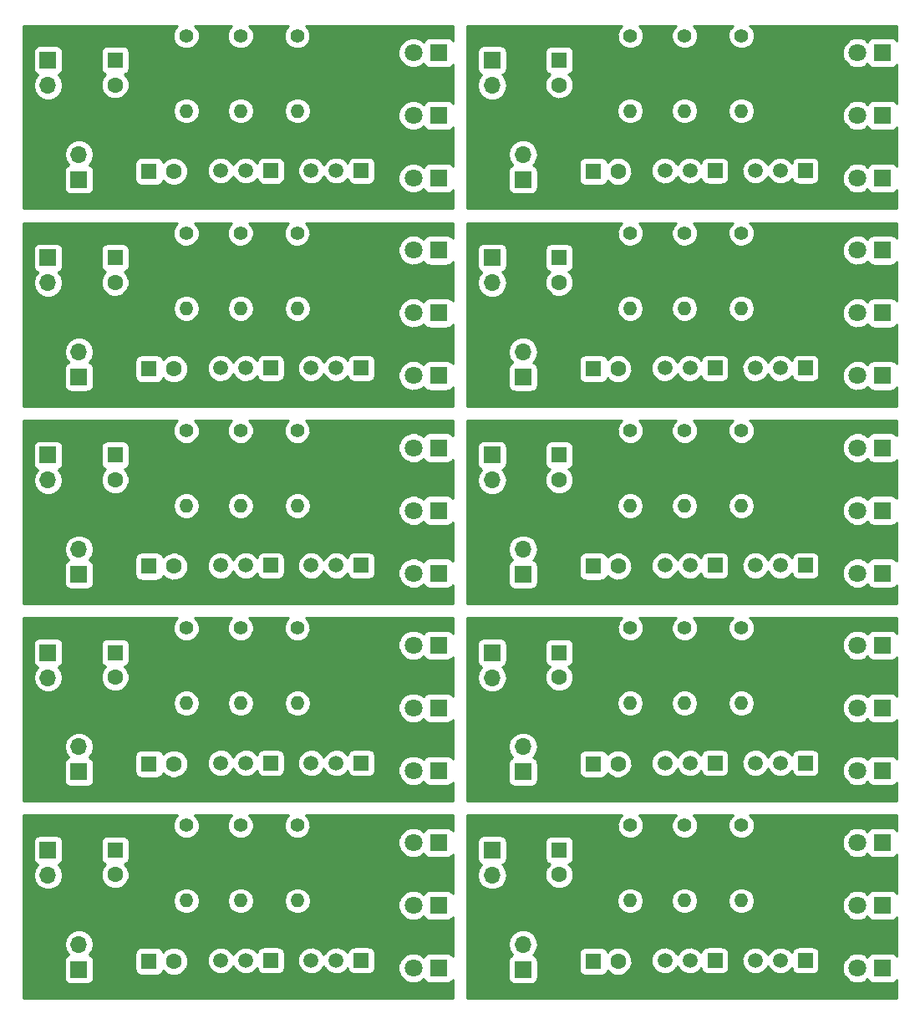
<source format=gbr>
G04 #@! TF.GenerationSoftware,KiCad,Pcbnew,(5.0.2)-1*
G04 #@! TF.CreationDate,2019-05-19T00:08:12-05:00*
G04 #@! TF.ProjectId,panel_luz_audioritmica,70616e65-6c5f-46c7-957a-5f617564696f,rev?*
G04 #@! TF.SameCoordinates,PX4b8e0a8PY86fe1b0*
G04 #@! TF.FileFunction,Copper,L1,Top*
G04 #@! TF.FilePolarity,Positive*
%FSLAX46Y46*%
G04 Gerber Fmt 4.6, Leading zero omitted, Abs format (unit mm)*
G04 Created by KiCad (PCBNEW (5.0.2)-1) date 5/19/2019 12:08:12 AM*
%MOMM*%
%LPD*%
G01*
G04 APERTURE LIST*
G04 #@! TA.AperFunction,ComponentPad*
%ADD10R,1.800000X1.800000*%
G04 #@! TD*
G04 #@! TA.AperFunction,ComponentPad*
%ADD11C,1.800000*%
G04 #@! TD*
G04 #@! TA.AperFunction,ComponentPad*
%ADD12R,1.600000X1.600000*%
G04 #@! TD*
G04 #@! TA.AperFunction,ComponentPad*
%ADD13C,1.600000*%
G04 #@! TD*
G04 #@! TA.AperFunction,ComponentPad*
%ADD14C,1.500000*%
G04 #@! TD*
G04 #@! TA.AperFunction,ComponentPad*
%ADD15R,1.500000X1.500000*%
G04 #@! TD*
G04 #@! TA.AperFunction,ComponentPad*
%ADD16O,1.700000X1.700000*%
G04 #@! TD*
G04 #@! TA.AperFunction,ComponentPad*
%ADD17R,1.700000X1.700000*%
G04 #@! TD*
G04 #@! TA.AperFunction,ComponentPad*
%ADD18C,1.400000*%
G04 #@! TD*
G04 #@! TA.AperFunction,ComponentPad*
%ADD19O,1.400000X1.400000*%
G04 #@! TD*
G04 #@! TA.AperFunction,NonConductor*
%ADD20C,0.254000*%
G04 #@! TD*
G04 APERTURE END LIST*
D10*
G04 #@! TO.P,~,1*
G04 #@! TO.N,N/C*
X92800000Y3810000D03*
D11*
G04 #@! TO.P,~,2*
X90260000Y3810000D03*
G04 #@! TD*
D12*
G04 #@! TO.P,C2,1*
G04 #@! TO.N,N/C*
X60045000Y15760000D03*
D13*
G04 #@! TO.P,C2,2*
X60045000Y13260000D03*
G04 #@! TD*
D10*
G04 #@! TO.P,~,1*
G04 #@! TO.N,N/C*
X92800000Y16510000D03*
D11*
G04 #@! TO.P,~,2*
X90260000Y16510000D03*
G04 #@! TD*
D14*
G04 #@! TO.P,Q1,2*
G04 #@! TO.N,N/C*
X73285000Y4580000D03*
G04 #@! TO.P,Q1,3*
X70745000Y4580000D03*
D15*
G04 #@! TO.P,Q1,1*
X75825000Y4580000D03*
G04 #@! TD*
D16*
G04 #@! TO.P,~,2*
G04 #@! TO.N,N/C*
X53250000Y13220000D03*
D17*
G04 #@! TO.P,~,1*
X53250000Y15760000D03*
G04 #@! TD*
D12*
G04 #@! TO.P,C1,1*
G04 #@! TO.N,N/C*
X63500000Y4500000D03*
D13*
G04 #@! TO.P,C1,2*
X66000000Y4500000D03*
G04 #@! TD*
D18*
G04 #@! TO.P,R1,1*
G04 #@! TO.N,N/C*
X67250000Y18250000D03*
D19*
G04 #@! TO.P,R1,2*
X67250000Y10630000D03*
G04 #@! TD*
D11*
G04 #@! TO.P,~,2*
G04 #@! TO.N,N/C*
X90260000Y10160000D03*
D10*
G04 #@! TO.P,~,1*
X92800000Y10160000D03*
G04 #@! TD*
D17*
G04 #@! TO.P,M1,1*
G04 #@! TO.N,N/C*
X56382000Y3683000D03*
D16*
G04 #@! TO.P,M1,2*
X56382000Y6223000D03*
G04 #@! TD*
D19*
G04 #@! TO.P,R3,2*
G04 #@! TO.N,N/C*
X78500000Y10630000D03*
D18*
G04 #@! TO.P,R3,1*
X78500000Y18250000D03*
G04 #@! TD*
D15*
G04 #@! TO.P,Q1,1*
G04 #@! TO.N,N/C*
X30825000Y4580000D03*
D14*
G04 #@! TO.P,Q1,3*
X25745000Y4580000D03*
G04 #@! TO.P,Q1,2*
X28285000Y4580000D03*
G04 #@! TD*
D13*
G04 #@! TO.P,C2,2*
G04 #@! TO.N,N/C*
X15045000Y13260000D03*
D12*
G04 #@! TO.P,C2,1*
X15045000Y15760000D03*
G04 #@! TD*
D17*
G04 #@! TO.P,~,1*
G04 #@! TO.N,N/C*
X8250000Y15760000D03*
D16*
G04 #@! TO.P,~,2*
X8250000Y13220000D03*
G04 #@! TD*
D19*
G04 #@! TO.P,R1,2*
G04 #@! TO.N,N/C*
X22250000Y10630000D03*
D18*
G04 #@! TO.P,R1,1*
X22250000Y18250000D03*
G04 #@! TD*
D16*
G04 #@! TO.P,M1,2*
G04 #@! TO.N,N/C*
X11382000Y6223000D03*
D17*
G04 #@! TO.P,M1,1*
X11382000Y3683000D03*
G04 #@! TD*
D11*
G04 #@! TO.P,~,2*
G04 #@! TO.N,N/C*
X45260000Y16510000D03*
D10*
G04 #@! TO.P,~,1*
X47800000Y16510000D03*
G04 #@! TD*
G04 #@! TO.P,~,1*
G04 #@! TO.N,N/C*
X47800000Y10160000D03*
D11*
G04 #@! TO.P,~,2*
X45260000Y10160000D03*
G04 #@! TD*
G04 #@! TO.P,~,2*
G04 #@! TO.N,N/C*
X45260000Y3810000D03*
D10*
G04 #@! TO.P,~,1*
X47800000Y3810000D03*
G04 #@! TD*
D13*
G04 #@! TO.P,C1,2*
G04 #@! TO.N,N/C*
X21000000Y4500000D03*
D12*
G04 #@! TO.P,C1,1*
X18500000Y4500000D03*
G04 #@! TD*
D18*
G04 #@! TO.P,R2,1*
G04 #@! TO.N,N/C*
X72750000Y18250000D03*
D19*
G04 #@! TO.P,R2,2*
X72750000Y10630000D03*
G04 #@! TD*
D15*
G04 #@! TO.P,Q2,1*
G04 #@! TO.N,N/C*
X85000000Y4580000D03*
D14*
G04 #@! TO.P,Q2,3*
X79920000Y4580000D03*
G04 #@! TO.P,Q2,2*
X82460000Y4580000D03*
G04 #@! TD*
D18*
G04 #@! TO.P,R3,1*
G04 #@! TO.N,N/C*
X33500000Y18250000D03*
D19*
G04 #@! TO.P,R3,2*
X33500000Y10630000D03*
G04 #@! TD*
G04 #@! TO.P,R2,2*
G04 #@! TO.N,N/C*
X27750000Y10630000D03*
D18*
G04 #@! TO.P,R2,1*
X27750000Y18250000D03*
G04 #@! TD*
D14*
G04 #@! TO.P,Q2,2*
G04 #@! TO.N,N/C*
X37460000Y4580000D03*
G04 #@! TO.P,Q2,3*
X34920000Y4580000D03*
D15*
G04 #@! TO.P,Q2,1*
X40000000Y4580000D03*
G04 #@! TD*
D10*
G04 #@! TO.P,~,1*
G04 #@! TO.N,N/C*
X92800000Y23810000D03*
D11*
G04 #@! TO.P,~,2*
X90260000Y23810000D03*
G04 #@! TD*
D12*
G04 #@! TO.P,C2,1*
G04 #@! TO.N,N/C*
X60045000Y35760000D03*
D13*
G04 #@! TO.P,C2,2*
X60045000Y33260000D03*
G04 #@! TD*
D10*
G04 #@! TO.P,~,1*
G04 #@! TO.N,N/C*
X92800000Y36510000D03*
D11*
G04 #@! TO.P,~,2*
X90260000Y36510000D03*
G04 #@! TD*
D14*
G04 #@! TO.P,Q1,2*
G04 #@! TO.N,N/C*
X73285000Y24580000D03*
G04 #@! TO.P,Q1,3*
X70745000Y24580000D03*
D15*
G04 #@! TO.P,Q1,1*
X75825000Y24580000D03*
G04 #@! TD*
D16*
G04 #@! TO.P,~,2*
G04 #@! TO.N,N/C*
X53250000Y33220000D03*
D17*
G04 #@! TO.P,~,1*
X53250000Y35760000D03*
G04 #@! TD*
D12*
G04 #@! TO.P,C1,1*
G04 #@! TO.N,N/C*
X63500000Y24500000D03*
D13*
G04 #@! TO.P,C1,2*
X66000000Y24500000D03*
G04 #@! TD*
D18*
G04 #@! TO.P,R1,1*
G04 #@! TO.N,N/C*
X67250000Y38250000D03*
D19*
G04 #@! TO.P,R1,2*
X67250000Y30630000D03*
G04 #@! TD*
D11*
G04 #@! TO.P,~,2*
G04 #@! TO.N,N/C*
X90260000Y30160000D03*
D10*
G04 #@! TO.P,~,1*
X92800000Y30160000D03*
G04 #@! TD*
D17*
G04 #@! TO.P,M1,1*
G04 #@! TO.N,N/C*
X56382000Y23683000D03*
D16*
G04 #@! TO.P,M1,2*
X56382000Y26223000D03*
G04 #@! TD*
D19*
G04 #@! TO.P,R3,2*
G04 #@! TO.N,N/C*
X78500000Y30630000D03*
D18*
G04 #@! TO.P,R3,1*
X78500000Y38250000D03*
G04 #@! TD*
D15*
G04 #@! TO.P,Q1,1*
G04 #@! TO.N,N/C*
X30825000Y24580000D03*
D14*
G04 #@! TO.P,Q1,3*
X25745000Y24580000D03*
G04 #@! TO.P,Q1,2*
X28285000Y24580000D03*
G04 #@! TD*
D13*
G04 #@! TO.P,C2,2*
G04 #@! TO.N,N/C*
X15045000Y33260000D03*
D12*
G04 #@! TO.P,C2,1*
X15045000Y35760000D03*
G04 #@! TD*
D17*
G04 #@! TO.P,~,1*
G04 #@! TO.N,N/C*
X8250000Y35760000D03*
D16*
G04 #@! TO.P,~,2*
X8250000Y33220000D03*
G04 #@! TD*
D19*
G04 #@! TO.P,R1,2*
G04 #@! TO.N,N/C*
X22250000Y30630000D03*
D18*
G04 #@! TO.P,R1,1*
X22250000Y38250000D03*
G04 #@! TD*
D16*
G04 #@! TO.P,M1,2*
G04 #@! TO.N,N/C*
X11382000Y26223000D03*
D17*
G04 #@! TO.P,M1,1*
X11382000Y23683000D03*
G04 #@! TD*
D11*
G04 #@! TO.P,~,2*
G04 #@! TO.N,N/C*
X45260000Y36510000D03*
D10*
G04 #@! TO.P,~,1*
X47800000Y36510000D03*
G04 #@! TD*
G04 #@! TO.P,~,1*
G04 #@! TO.N,N/C*
X47800000Y30160000D03*
D11*
G04 #@! TO.P,~,2*
X45260000Y30160000D03*
G04 #@! TD*
G04 #@! TO.P,~,2*
G04 #@! TO.N,N/C*
X45260000Y23810000D03*
D10*
G04 #@! TO.P,~,1*
X47800000Y23810000D03*
G04 #@! TD*
D13*
G04 #@! TO.P,C1,2*
G04 #@! TO.N,N/C*
X21000000Y24500000D03*
D12*
G04 #@! TO.P,C1,1*
X18500000Y24500000D03*
G04 #@! TD*
D18*
G04 #@! TO.P,R2,1*
G04 #@! TO.N,N/C*
X72750000Y38250000D03*
D19*
G04 #@! TO.P,R2,2*
X72750000Y30630000D03*
G04 #@! TD*
D15*
G04 #@! TO.P,Q2,1*
G04 #@! TO.N,N/C*
X85000000Y24580000D03*
D14*
G04 #@! TO.P,Q2,3*
X79920000Y24580000D03*
G04 #@! TO.P,Q2,2*
X82460000Y24580000D03*
G04 #@! TD*
D18*
G04 #@! TO.P,R3,1*
G04 #@! TO.N,N/C*
X33500000Y38250000D03*
D19*
G04 #@! TO.P,R3,2*
X33500000Y30630000D03*
G04 #@! TD*
G04 #@! TO.P,R2,2*
G04 #@! TO.N,N/C*
X27750000Y30630000D03*
D18*
G04 #@! TO.P,R2,1*
X27750000Y38250000D03*
G04 #@! TD*
D14*
G04 #@! TO.P,Q2,2*
G04 #@! TO.N,N/C*
X37460000Y24580000D03*
G04 #@! TO.P,Q2,3*
X34920000Y24580000D03*
D15*
G04 #@! TO.P,Q2,1*
X40000000Y24580000D03*
G04 #@! TD*
D10*
G04 #@! TO.P,~,1*
G04 #@! TO.N,N/C*
X92800000Y43810000D03*
D11*
G04 #@! TO.P,~,2*
X90260000Y43810000D03*
G04 #@! TD*
D12*
G04 #@! TO.P,C2,1*
G04 #@! TO.N,N/C*
X60045000Y55760000D03*
D13*
G04 #@! TO.P,C2,2*
X60045000Y53260000D03*
G04 #@! TD*
D10*
G04 #@! TO.P,~,1*
G04 #@! TO.N,N/C*
X92800000Y56510000D03*
D11*
G04 #@! TO.P,~,2*
X90260000Y56510000D03*
G04 #@! TD*
D14*
G04 #@! TO.P,Q1,2*
G04 #@! TO.N,N/C*
X73285000Y44580000D03*
G04 #@! TO.P,Q1,3*
X70745000Y44580000D03*
D15*
G04 #@! TO.P,Q1,1*
X75825000Y44580000D03*
G04 #@! TD*
D16*
G04 #@! TO.P,~,2*
G04 #@! TO.N,N/C*
X53250000Y53220000D03*
D17*
G04 #@! TO.P,~,1*
X53250000Y55760000D03*
G04 #@! TD*
D12*
G04 #@! TO.P,C1,1*
G04 #@! TO.N,N/C*
X63500000Y44500000D03*
D13*
G04 #@! TO.P,C1,2*
X66000000Y44500000D03*
G04 #@! TD*
D18*
G04 #@! TO.P,R1,1*
G04 #@! TO.N,N/C*
X67250000Y58250000D03*
D19*
G04 #@! TO.P,R1,2*
X67250000Y50630000D03*
G04 #@! TD*
D11*
G04 #@! TO.P,~,2*
G04 #@! TO.N,N/C*
X90260000Y50160000D03*
D10*
G04 #@! TO.P,~,1*
X92800000Y50160000D03*
G04 #@! TD*
D17*
G04 #@! TO.P,M1,1*
G04 #@! TO.N,N/C*
X56382000Y43683000D03*
D16*
G04 #@! TO.P,M1,2*
X56382000Y46223000D03*
G04 #@! TD*
D19*
G04 #@! TO.P,R3,2*
G04 #@! TO.N,N/C*
X78500000Y50630000D03*
D18*
G04 #@! TO.P,R3,1*
X78500000Y58250000D03*
G04 #@! TD*
D15*
G04 #@! TO.P,Q1,1*
G04 #@! TO.N,N/C*
X30825000Y44580000D03*
D14*
G04 #@! TO.P,Q1,3*
X25745000Y44580000D03*
G04 #@! TO.P,Q1,2*
X28285000Y44580000D03*
G04 #@! TD*
D13*
G04 #@! TO.P,C2,2*
G04 #@! TO.N,N/C*
X15045000Y53260000D03*
D12*
G04 #@! TO.P,C2,1*
X15045000Y55760000D03*
G04 #@! TD*
D17*
G04 #@! TO.P,~,1*
G04 #@! TO.N,N/C*
X8250000Y55760000D03*
D16*
G04 #@! TO.P,~,2*
X8250000Y53220000D03*
G04 #@! TD*
D19*
G04 #@! TO.P,R1,2*
G04 #@! TO.N,N/C*
X22250000Y50630000D03*
D18*
G04 #@! TO.P,R1,1*
X22250000Y58250000D03*
G04 #@! TD*
D16*
G04 #@! TO.P,M1,2*
G04 #@! TO.N,N/C*
X11382000Y46223000D03*
D17*
G04 #@! TO.P,M1,1*
X11382000Y43683000D03*
G04 #@! TD*
D11*
G04 #@! TO.P,~,2*
G04 #@! TO.N,N/C*
X45260000Y56510000D03*
D10*
G04 #@! TO.P,~,1*
X47800000Y56510000D03*
G04 #@! TD*
G04 #@! TO.P,~,1*
G04 #@! TO.N,N/C*
X47800000Y50160000D03*
D11*
G04 #@! TO.P,~,2*
X45260000Y50160000D03*
G04 #@! TD*
G04 #@! TO.P,~,2*
G04 #@! TO.N,N/C*
X45260000Y43810000D03*
D10*
G04 #@! TO.P,~,1*
X47800000Y43810000D03*
G04 #@! TD*
D13*
G04 #@! TO.P,C1,2*
G04 #@! TO.N,N/C*
X21000000Y44500000D03*
D12*
G04 #@! TO.P,C1,1*
X18500000Y44500000D03*
G04 #@! TD*
D18*
G04 #@! TO.P,R2,1*
G04 #@! TO.N,N/C*
X72750000Y58250000D03*
D19*
G04 #@! TO.P,R2,2*
X72750000Y50630000D03*
G04 #@! TD*
D15*
G04 #@! TO.P,Q2,1*
G04 #@! TO.N,N/C*
X85000000Y44580000D03*
D14*
G04 #@! TO.P,Q2,3*
X79920000Y44580000D03*
G04 #@! TO.P,Q2,2*
X82460000Y44580000D03*
G04 #@! TD*
D18*
G04 #@! TO.P,R3,1*
G04 #@! TO.N,N/C*
X33500000Y58250000D03*
D19*
G04 #@! TO.P,R3,2*
X33500000Y50630000D03*
G04 #@! TD*
G04 #@! TO.P,R2,2*
G04 #@! TO.N,N/C*
X27750000Y50630000D03*
D18*
G04 #@! TO.P,R2,1*
X27750000Y58250000D03*
G04 #@! TD*
D14*
G04 #@! TO.P,Q2,2*
G04 #@! TO.N,N/C*
X37460000Y44580000D03*
G04 #@! TO.P,Q2,3*
X34920000Y44580000D03*
D15*
G04 #@! TO.P,Q2,1*
X40000000Y44580000D03*
G04 #@! TD*
D10*
G04 #@! TO.P,~,1*
G04 #@! TO.N,N/C*
X92800000Y63810000D03*
D11*
G04 #@! TO.P,~,2*
X90260000Y63810000D03*
G04 #@! TD*
D12*
G04 #@! TO.P,C2,1*
G04 #@! TO.N,N/C*
X60045000Y75760000D03*
D13*
G04 #@! TO.P,C2,2*
X60045000Y73260000D03*
G04 #@! TD*
D10*
G04 #@! TO.P,~,1*
G04 #@! TO.N,N/C*
X92800000Y76510000D03*
D11*
G04 #@! TO.P,~,2*
X90260000Y76510000D03*
G04 #@! TD*
D14*
G04 #@! TO.P,Q1,2*
G04 #@! TO.N,N/C*
X73285000Y64580000D03*
G04 #@! TO.P,Q1,3*
X70745000Y64580000D03*
D15*
G04 #@! TO.P,Q1,1*
X75825000Y64580000D03*
G04 #@! TD*
D16*
G04 #@! TO.P,~,2*
G04 #@! TO.N,N/C*
X53250000Y73220000D03*
D17*
G04 #@! TO.P,~,1*
X53250000Y75760000D03*
G04 #@! TD*
D12*
G04 #@! TO.P,C1,1*
G04 #@! TO.N,N/C*
X63500000Y64500000D03*
D13*
G04 #@! TO.P,C1,2*
X66000000Y64500000D03*
G04 #@! TD*
D18*
G04 #@! TO.P,R1,1*
G04 #@! TO.N,N/C*
X67250000Y78250000D03*
D19*
G04 #@! TO.P,R1,2*
X67250000Y70630000D03*
G04 #@! TD*
D11*
G04 #@! TO.P,~,2*
G04 #@! TO.N,N/C*
X90260000Y70160000D03*
D10*
G04 #@! TO.P,~,1*
X92800000Y70160000D03*
G04 #@! TD*
D17*
G04 #@! TO.P,M1,1*
G04 #@! TO.N,N/C*
X56382000Y63683000D03*
D16*
G04 #@! TO.P,M1,2*
X56382000Y66223000D03*
G04 #@! TD*
D19*
G04 #@! TO.P,R3,2*
G04 #@! TO.N,N/C*
X78500000Y70630000D03*
D18*
G04 #@! TO.P,R3,1*
X78500000Y78250000D03*
G04 #@! TD*
D15*
G04 #@! TO.P,Q1,1*
G04 #@! TO.N,N/C*
X30825000Y64580000D03*
D14*
G04 #@! TO.P,Q1,3*
X25745000Y64580000D03*
G04 #@! TO.P,Q1,2*
X28285000Y64580000D03*
G04 #@! TD*
D13*
G04 #@! TO.P,C2,2*
G04 #@! TO.N,N/C*
X15045000Y73260000D03*
D12*
G04 #@! TO.P,C2,1*
X15045000Y75760000D03*
G04 #@! TD*
D17*
G04 #@! TO.P,~,1*
G04 #@! TO.N,N/C*
X8250000Y75760000D03*
D16*
G04 #@! TO.P,~,2*
X8250000Y73220000D03*
G04 #@! TD*
D19*
G04 #@! TO.P,R1,2*
G04 #@! TO.N,N/C*
X22250000Y70630000D03*
D18*
G04 #@! TO.P,R1,1*
X22250000Y78250000D03*
G04 #@! TD*
D16*
G04 #@! TO.P,M1,2*
G04 #@! TO.N,N/C*
X11382000Y66223000D03*
D17*
G04 #@! TO.P,M1,1*
X11382000Y63683000D03*
G04 #@! TD*
D11*
G04 #@! TO.P,~,2*
G04 #@! TO.N,N/C*
X45260000Y76510000D03*
D10*
G04 #@! TO.P,~,1*
X47800000Y76510000D03*
G04 #@! TD*
G04 #@! TO.P,~,1*
G04 #@! TO.N,N/C*
X47800000Y70160000D03*
D11*
G04 #@! TO.P,~,2*
X45260000Y70160000D03*
G04 #@! TD*
G04 #@! TO.P,~,2*
G04 #@! TO.N,N/C*
X45260000Y63810000D03*
D10*
G04 #@! TO.P,~,1*
X47800000Y63810000D03*
G04 #@! TD*
D13*
G04 #@! TO.P,C1,2*
G04 #@! TO.N,N/C*
X21000000Y64500000D03*
D12*
G04 #@! TO.P,C1,1*
X18500000Y64500000D03*
G04 #@! TD*
D18*
G04 #@! TO.P,R2,1*
G04 #@! TO.N,N/C*
X72750000Y78250000D03*
D19*
G04 #@! TO.P,R2,2*
X72750000Y70630000D03*
G04 #@! TD*
D15*
G04 #@! TO.P,Q2,1*
G04 #@! TO.N,N/C*
X85000000Y64580000D03*
D14*
G04 #@! TO.P,Q2,3*
X79920000Y64580000D03*
G04 #@! TO.P,Q2,2*
X82460000Y64580000D03*
G04 #@! TD*
D18*
G04 #@! TO.P,R3,1*
G04 #@! TO.N,N/C*
X33500000Y78250000D03*
D19*
G04 #@! TO.P,R3,2*
X33500000Y70630000D03*
G04 #@! TD*
G04 #@! TO.P,R2,2*
G04 #@! TO.N,N/C*
X27750000Y70630000D03*
D18*
G04 #@! TO.P,R2,1*
X27750000Y78250000D03*
G04 #@! TD*
D14*
G04 #@! TO.P,Q2,2*
G04 #@! TO.N,N/C*
X37460000Y64580000D03*
G04 #@! TO.P,Q2,3*
X34920000Y64580000D03*
D15*
G04 #@! TO.P,Q2,1*
X40000000Y64580000D03*
G04 #@! TD*
G04 #@! TO.P,Q1,1*
G04 #@! TO.N,N/C*
X75825000Y84580000D03*
D14*
G04 #@! TO.P,Q1,3*
X70745000Y84580000D03*
G04 #@! TO.P,Q1,2*
X73285000Y84580000D03*
G04 #@! TD*
D13*
G04 #@! TO.P,C2,2*
G04 #@! TO.N,N/C*
X60045000Y93260000D03*
D12*
G04 #@! TO.P,C2,1*
X60045000Y95760000D03*
G04 #@! TD*
D17*
G04 #@! TO.P,~,1*
G04 #@! TO.N,N/C*
X53250000Y95760000D03*
D16*
G04 #@! TO.P,~,2*
X53250000Y93220000D03*
G04 #@! TD*
D19*
G04 #@! TO.P,R1,2*
G04 #@! TO.N,N/C*
X67250000Y90630000D03*
D18*
G04 #@! TO.P,R1,1*
X67250000Y98250000D03*
G04 #@! TD*
D16*
G04 #@! TO.P,M1,2*
G04 #@! TO.N,N/C*
X56382000Y86223000D03*
D17*
G04 #@! TO.P,M1,1*
X56382000Y83683000D03*
G04 #@! TD*
D11*
G04 #@! TO.P,~,2*
G04 #@! TO.N,N/C*
X90260000Y96510000D03*
D10*
G04 #@! TO.P,~,1*
X92800000Y96510000D03*
G04 #@! TD*
G04 #@! TO.P,~,1*
G04 #@! TO.N,N/C*
X92800000Y90160000D03*
D11*
G04 #@! TO.P,~,2*
X90260000Y90160000D03*
G04 #@! TD*
G04 #@! TO.P,~,2*
G04 #@! TO.N,N/C*
X90260000Y83810000D03*
D10*
G04 #@! TO.P,~,1*
X92800000Y83810000D03*
G04 #@! TD*
D13*
G04 #@! TO.P,C1,2*
G04 #@! TO.N,N/C*
X66000000Y84500000D03*
D12*
G04 #@! TO.P,C1,1*
X63500000Y84500000D03*
G04 #@! TD*
D18*
G04 #@! TO.P,R3,1*
G04 #@! TO.N,N/C*
X78500000Y98250000D03*
D19*
G04 #@! TO.P,R3,2*
X78500000Y90630000D03*
G04 #@! TD*
G04 #@! TO.P,R2,2*
G04 #@! TO.N,N/C*
X72750000Y90630000D03*
D18*
G04 #@! TO.P,R2,1*
X72750000Y98250000D03*
G04 #@! TD*
D14*
G04 #@! TO.P,Q2,2*
G04 #@! TO.N,N/C*
X82460000Y84580000D03*
G04 #@! TO.P,Q2,3*
X79920000Y84580000D03*
D15*
G04 #@! TO.P,Q2,1*
X85000000Y84580000D03*
G04 #@! TD*
D16*
G04 #@! TO.P,~,2*
G04 #@! TO.N,GNDREF*
X8250000Y93220000D03*
D17*
G04 #@! TO.P,~,1*
G04 #@! TO.N,VCC*
X8250000Y95760000D03*
G04 #@! TD*
D12*
G04 #@! TO.P,C1,1*
G04 #@! TO.N,Net-(C1-Pad1)*
X18500000Y84500000D03*
D13*
G04 #@! TO.P,C1,2*
G04 #@! TO.N,Net-(C1-Pad2)*
X21000000Y84500000D03*
G04 #@! TD*
D12*
G04 #@! TO.P,C2,1*
G04 #@! TO.N,VCC*
X15045000Y95760000D03*
D13*
G04 #@! TO.P,C2,2*
G04 #@! TO.N,GNDREF*
X15045000Y93260000D03*
G04 #@! TD*
D10*
G04 #@! TO.P,~,1*
G04 #@! TO.N,Net-(D1-Pad1)*
X47800000Y83810000D03*
D11*
G04 #@! TO.P,~,2*
G04 #@! TO.N,VCC*
X45260000Y83810000D03*
G04 #@! TD*
G04 #@! TO.P,~,2*
G04 #@! TO.N,VCC*
X45260000Y90160000D03*
D10*
G04 #@! TO.P,~,1*
G04 #@! TO.N,Net-(D1-Pad1)*
X47800000Y90160000D03*
G04 #@! TD*
G04 #@! TO.P,~,1*
G04 #@! TO.N,Net-(D1-Pad1)*
X47800000Y96510000D03*
D11*
G04 #@! TO.P,~,2*
G04 #@! TO.N,VCC*
X45260000Y96510000D03*
G04 #@! TD*
D17*
G04 #@! TO.P,M1,1*
G04 #@! TO.N,GNDREF*
X11382000Y83683000D03*
D16*
G04 #@! TO.P,M1,2*
G04 #@! TO.N,Net-(C1-Pad1)*
X11382000Y86223000D03*
G04 #@! TD*
D14*
G04 #@! TO.P,Q1,2*
G04 #@! TO.N,Net-(C1-Pad2)*
X28285000Y84580000D03*
G04 #@! TO.P,Q1,3*
G04 #@! TO.N,GNDREF*
X25745000Y84580000D03*
D15*
G04 #@! TO.P,Q1,1*
G04 #@! TO.N,Net-(Q1-Pad1)*
X30825000Y84580000D03*
G04 #@! TD*
G04 #@! TO.P,Q2,1*
G04 #@! TO.N,Net-(D1-Pad1)*
X40000000Y84580000D03*
D14*
G04 #@! TO.P,Q2,3*
G04 #@! TO.N,GNDREF*
X34920000Y84580000D03*
G04 #@! TO.P,Q2,2*
G04 #@! TO.N,Net-(Q1-Pad1)*
X37460000Y84580000D03*
G04 #@! TD*
D18*
G04 #@! TO.P,R1,1*
G04 #@! TO.N,VCC*
X22250000Y98250000D03*
D19*
G04 #@! TO.P,R1,2*
G04 #@! TO.N,Net-(C1-Pad1)*
X22250000Y90630000D03*
G04 #@! TD*
D18*
G04 #@! TO.P,R2,1*
G04 #@! TO.N,VCC*
X27750000Y98250000D03*
D19*
G04 #@! TO.P,R2,2*
G04 #@! TO.N,Net-(C1-Pad2)*
X27750000Y90630000D03*
G04 #@! TD*
G04 #@! TO.P,R3,2*
G04 #@! TO.N,Net-(Q1-Pad1)*
X33500000Y90630000D03*
D18*
G04 #@! TO.P,R3,1*
G04 #@! TO.N,VCC*
X33500000Y98250000D03*
G04 #@! TD*
D20*
G36*
X21118242Y99006217D02*
X20915000Y98515548D01*
X20915000Y97984452D01*
X21118242Y97493783D01*
X21493783Y97118242D01*
X21984452Y96915000D01*
X22515548Y96915000D01*
X23006217Y97118242D01*
X23381758Y97493783D01*
X23585000Y97984452D01*
X23585000Y98515548D01*
X23381758Y99006217D01*
X23122975Y99265000D01*
X26877025Y99265000D01*
X26618242Y99006217D01*
X26415000Y98515548D01*
X26415000Y97984452D01*
X26618242Y97493783D01*
X26993783Y97118242D01*
X27484452Y96915000D01*
X28015548Y96915000D01*
X28506217Y97118242D01*
X28881758Y97493783D01*
X29085000Y97984452D01*
X29085000Y98515548D01*
X28881758Y99006217D01*
X28622975Y99265000D01*
X32627025Y99265000D01*
X32368242Y99006217D01*
X32165000Y98515548D01*
X32165000Y97984452D01*
X32368242Y97493783D01*
X32743783Y97118242D01*
X33234452Y96915000D01*
X33765548Y96915000D01*
X34256217Y97118242D01*
X34631758Y97493783D01*
X34835000Y97984452D01*
X34835000Y98515548D01*
X34631758Y99006217D01*
X34372975Y99265000D01*
X49265001Y99265000D01*
X49265001Y97707386D01*
X49157809Y97867809D01*
X48947765Y98008157D01*
X48700000Y98057440D01*
X46900000Y98057440D01*
X46652235Y98008157D01*
X46442191Y97867809D01*
X46301843Y97657765D01*
X46298725Y97642092D01*
X46129507Y97811310D01*
X45565330Y98045000D01*
X44954670Y98045000D01*
X44390493Y97811310D01*
X43958690Y97379507D01*
X43725000Y96815330D01*
X43725000Y96204670D01*
X43958690Y95640493D01*
X44390493Y95208690D01*
X44954670Y94975000D01*
X45565330Y94975000D01*
X46129507Y95208690D01*
X46298725Y95377908D01*
X46301843Y95362235D01*
X46442191Y95152191D01*
X46652235Y95011843D01*
X46900000Y94962560D01*
X48700000Y94962560D01*
X48947765Y95011843D01*
X49157809Y95152191D01*
X49265001Y95312614D01*
X49265001Y91357386D01*
X49157809Y91517809D01*
X48947765Y91658157D01*
X48700000Y91707440D01*
X46900000Y91707440D01*
X46652235Y91658157D01*
X46442191Y91517809D01*
X46301843Y91307765D01*
X46298725Y91292092D01*
X46129507Y91461310D01*
X45565330Y91695000D01*
X44954670Y91695000D01*
X44390493Y91461310D01*
X43958690Y91029507D01*
X43725000Y90465330D01*
X43725000Y89854670D01*
X43958690Y89290493D01*
X44390493Y88858690D01*
X44954670Y88625000D01*
X45565330Y88625000D01*
X46129507Y88858690D01*
X46298725Y89027908D01*
X46301843Y89012235D01*
X46442191Y88802191D01*
X46652235Y88661843D01*
X46900000Y88612560D01*
X48700000Y88612560D01*
X48947765Y88661843D01*
X49157809Y88802191D01*
X49265001Y88962614D01*
X49265001Y85007386D01*
X49157809Y85167809D01*
X48947765Y85308157D01*
X48700000Y85357440D01*
X46900000Y85357440D01*
X46652235Y85308157D01*
X46442191Y85167809D01*
X46301843Y84957765D01*
X46298725Y84942092D01*
X46129507Y85111310D01*
X45565330Y85345000D01*
X44954670Y85345000D01*
X44390493Y85111310D01*
X43958690Y84679507D01*
X43725000Y84115330D01*
X43725000Y83504670D01*
X43958690Y82940493D01*
X44390493Y82508690D01*
X44954670Y82275000D01*
X45565330Y82275000D01*
X46129507Y82508690D01*
X46298725Y82677908D01*
X46301843Y82662235D01*
X46442191Y82452191D01*
X46652235Y82311843D01*
X46900000Y82262560D01*
X48700000Y82262560D01*
X48947765Y82311843D01*
X49157809Y82452191D01*
X49265001Y82612614D01*
X49265001Y80735000D01*
X5735000Y80735000D01*
X5735000Y86223000D01*
X9867908Y86223000D01*
X9983161Y85643582D01*
X10311375Y85152375D01*
X10329619Y85140184D01*
X10284235Y85131157D01*
X10074191Y84990809D01*
X9933843Y84780765D01*
X9884560Y84533000D01*
X9884560Y82833000D01*
X9933843Y82585235D01*
X10074191Y82375191D01*
X10284235Y82234843D01*
X10532000Y82185560D01*
X12232000Y82185560D01*
X12479765Y82234843D01*
X12689809Y82375191D01*
X12830157Y82585235D01*
X12879440Y82833000D01*
X12879440Y84533000D01*
X12830157Y84780765D01*
X12689809Y84990809D01*
X12479765Y85131157D01*
X12434381Y85140184D01*
X12452625Y85152375D01*
X12551264Y85300000D01*
X17052560Y85300000D01*
X17052560Y83700000D01*
X17101843Y83452235D01*
X17242191Y83242191D01*
X17452235Y83101843D01*
X17700000Y83052560D01*
X19300000Y83052560D01*
X19547765Y83101843D01*
X19757809Y83242191D01*
X19898157Y83452235D01*
X19918101Y83552503D01*
X20187138Y83283466D01*
X20714561Y83065000D01*
X21285439Y83065000D01*
X21812862Y83283466D01*
X22216534Y83687138D01*
X22435000Y84214561D01*
X22435000Y84785439D01*
X22405983Y84855494D01*
X24360000Y84855494D01*
X24360000Y84304506D01*
X24570853Y83795460D01*
X24960460Y83405853D01*
X25469506Y83195000D01*
X26020494Y83195000D01*
X26529540Y83405853D01*
X26919147Y83795460D01*
X27015000Y84026870D01*
X27110853Y83795460D01*
X27500460Y83405853D01*
X28009506Y83195000D01*
X28560494Y83195000D01*
X29069540Y83405853D01*
X29438531Y83774844D01*
X29476843Y83582235D01*
X29617191Y83372191D01*
X29827235Y83231843D01*
X30075000Y83182560D01*
X31575000Y83182560D01*
X31822765Y83231843D01*
X32032809Y83372191D01*
X32173157Y83582235D01*
X32222440Y83830000D01*
X32222440Y84855494D01*
X33535000Y84855494D01*
X33535000Y84304506D01*
X33745853Y83795460D01*
X34135460Y83405853D01*
X34644506Y83195000D01*
X35195494Y83195000D01*
X35704540Y83405853D01*
X36094147Y83795460D01*
X36190000Y84026870D01*
X36285853Y83795460D01*
X36675460Y83405853D01*
X37184506Y83195000D01*
X37735494Y83195000D01*
X38244540Y83405853D01*
X38613531Y83774844D01*
X38651843Y83582235D01*
X38792191Y83372191D01*
X39002235Y83231843D01*
X39250000Y83182560D01*
X40750000Y83182560D01*
X40997765Y83231843D01*
X41207809Y83372191D01*
X41348157Y83582235D01*
X41397440Y83830000D01*
X41397440Y85330000D01*
X41348157Y85577765D01*
X41207809Y85787809D01*
X40997765Y85928157D01*
X40750000Y85977440D01*
X39250000Y85977440D01*
X39002235Y85928157D01*
X38792191Y85787809D01*
X38651843Y85577765D01*
X38613531Y85385156D01*
X38244540Y85754147D01*
X37735494Y85965000D01*
X37184506Y85965000D01*
X36675460Y85754147D01*
X36285853Y85364540D01*
X36190000Y85133130D01*
X36094147Y85364540D01*
X35704540Y85754147D01*
X35195494Y85965000D01*
X34644506Y85965000D01*
X34135460Y85754147D01*
X33745853Y85364540D01*
X33535000Y84855494D01*
X32222440Y84855494D01*
X32222440Y85330000D01*
X32173157Y85577765D01*
X32032809Y85787809D01*
X31822765Y85928157D01*
X31575000Y85977440D01*
X30075000Y85977440D01*
X29827235Y85928157D01*
X29617191Y85787809D01*
X29476843Y85577765D01*
X29438531Y85385156D01*
X29069540Y85754147D01*
X28560494Y85965000D01*
X28009506Y85965000D01*
X27500460Y85754147D01*
X27110853Y85364540D01*
X27015000Y85133130D01*
X26919147Y85364540D01*
X26529540Y85754147D01*
X26020494Y85965000D01*
X25469506Y85965000D01*
X24960460Y85754147D01*
X24570853Y85364540D01*
X24360000Y84855494D01*
X22405983Y84855494D01*
X22216534Y85312862D01*
X21812862Y85716534D01*
X21285439Y85935000D01*
X20714561Y85935000D01*
X20187138Y85716534D01*
X19918101Y85447497D01*
X19898157Y85547765D01*
X19757809Y85757809D01*
X19547765Y85898157D01*
X19300000Y85947440D01*
X17700000Y85947440D01*
X17452235Y85898157D01*
X17242191Y85757809D01*
X17101843Y85547765D01*
X17052560Y85300000D01*
X12551264Y85300000D01*
X12780839Y85643582D01*
X12896092Y86223000D01*
X12780839Y86802418D01*
X12452625Y87293625D01*
X11961418Y87621839D01*
X11528256Y87708000D01*
X11235744Y87708000D01*
X10802582Y87621839D01*
X10311375Y87293625D01*
X9983161Y86802418D01*
X9867908Y86223000D01*
X5735000Y86223000D01*
X5735000Y90630000D01*
X20888846Y90630000D01*
X20992458Y90109109D01*
X21287519Y89667519D01*
X21729109Y89372458D01*
X22118515Y89295000D01*
X22381485Y89295000D01*
X22770891Y89372458D01*
X23212481Y89667519D01*
X23507542Y90109109D01*
X23611154Y90630000D01*
X26388846Y90630000D01*
X26492458Y90109109D01*
X26787519Y89667519D01*
X27229109Y89372458D01*
X27618515Y89295000D01*
X27881485Y89295000D01*
X28270891Y89372458D01*
X28712481Y89667519D01*
X29007542Y90109109D01*
X29111154Y90630000D01*
X32138846Y90630000D01*
X32242458Y90109109D01*
X32537519Y89667519D01*
X32979109Y89372458D01*
X33368515Y89295000D01*
X33631485Y89295000D01*
X34020891Y89372458D01*
X34462481Y89667519D01*
X34757542Y90109109D01*
X34861154Y90630000D01*
X34757542Y91150891D01*
X34462481Y91592481D01*
X34020891Y91887542D01*
X33631485Y91965000D01*
X33368515Y91965000D01*
X32979109Y91887542D01*
X32537519Y91592481D01*
X32242458Y91150891D01*
X32138846Y90630000D01*
X29111154Y90630000D01*
X29007542Y91150891D01*
X28712481Y91592481D01*
X28270891Y91887542D01*
X27881485Y91965000D01*
X27618515Y91965000D01*
X27229109Y91887542D01*
X26787519Y91592481D01*
X26492458Y91150891D01*
X26388846Y90630000D01*
X23611154Y90630000D01*
X23507542Y91150891D01*
X23212481Y91592481D01*
X22770891Y91887542D01*
X22381485Y91965000D01*
X22118515Y91965000D01*
X21729109Y91887542D01*
X21287519Y91592481D01*
X20992458Y91150891D01*
X20888846Y90630000D01*
X5735000Y90630000D01*
X5735000Y93220000D01*
X6735908Y93220000D01*
X6851161Y92640582D01*
X7179375Y92149375D01*
X7670582Y91821161D01*
X8103744Y91735000D01*
X8396256Y91735000D01*
X8829418Y91821161D01*
X9320625Y92149375D01*
X9648839Y92640582D01*
X9764092Y93220000D01*
X9648839Y93799418D01*
X9320625Y94290625D01*
X9302381Y94302816D01*
X9347765Y94311843D01*
X9557809Y94452191D01*
X9698157Y94662235D01*
X9747440Y94910000D01*
X9747440Y96560000D01*
X13597560Y96560000D01*
X13597560Y94960000D01*
X13646843Y94712235D01*
X13787191Y94502191D01*
X13997235Y94361843D01*
X14097503Y94341899D01*
X13828466Y94072862D01*
X13610000Y93545439D01*
X13610000Y92974561D01*
X13828466Y92447138D01*
X14232138Y92043466D01*
X14759561Y91825000D01*
X15330439Y91825000D01*
X15857862Y92043466D01*
X16261534Y92447138D01*
X16480000Y92974561D01*
X16480000Y93545439D01*
X16261534Y94072862D01*
X15992497Y94341899D01*
X16092765Y94361843D01*
X16302809Y94502191D01*
X16443157Y94712235D01*
X16492440Y94960000D01*
X16492440Y96560000D01*
X16443157Y96807765D01*
X16302809Y97017809D01*
X16092765Y97158157D01*
X15845000Y97207440D01*
X14245000Y97207440D01*
X13997235Y97158157D01*
X13787191Y97017809D01*
X13646843Y96807765D01*
X13597560Y96560000D01*
X9747440Y96560000D01*
X9747440Y96610000D01*
X9698157Y96857765D01*
X9557809Y97067809D01*
X9347765Y97208157D01*
X9100000Y97257440D01*
X7400000Y97257440D01*
X7152235Y97208157D01*
X6942191Y97067809D01*
X6801843Y96857765D01*
X6752560Y96610000D01*
X6752560Y94910000D01*
X6801843Y94662235D01*
X6942191Y94452191D01*
X7152235Y94311843D01*
X7197619Y94302816D01*
X7179375Y94290625D01*
X6851161Y93799418D01*
X6735908Y93220000D01*
X5735000Y93220000D01*
X5735000Y99265000D01*
X21377025Y99265000D01*
X21118242Y99006217D01*
X21118242Y99006217D01*
G37*
X21118242Y99006217D02*
X20915000Y98515548D01*
X20915000Y97984452D01*
X21118242Y97493783D01*
X21493783Y97118242D01*
X21984452Y96915000D01*
X22515548Y96915000D01*
X23006217Y97118242D01*
X23381758Y97493783D01*
X23585000Y97984452D01*
X23585000Y98515548D01*
X23381758Y99006217D01*
X23122975Y99265000D01*
X26877025Y99265000D01*
X26618242Y99006217D01*
X26415000Y98515548D01*
X26415000Y97984452D01*
X26618242Y97493783D01*
X26993783Y97118242D01*
X27484452Y96915000D01*
X28015548Y96915000D01*
X28506217Y97118242D01*
X28881758Y97493783D01*
X29085000Y97984452D01*
X29085000Y98515548D01*
X28881758Y99006217D01*
X28622975Y99265000D01*
X32627025Y99265000D01*
X32368242Y99006217D01*
X32165000Y98515548D01*
X32165000Y97984452D01*
X32368242Y97493783D01*
X32743783Y97118242D01*
X33234452Y96915000D01*
X33765548Y96915000D01*
X34256217Y97118242D01*
X34631758Y97493783D01*
X34835000Y97984452D01*
X34835000Y98515548D01*
X34631758Y99006217D01*
X34372975Y99265000D01*
X49265001Y99265000D01*
X49265001Y97707386D01*
X49157809Y97867809D01*
X48947765Y98008157D01*
X48700000Y98057440D01*
X46900000Y98057440D01*
X46652235Y98008157D01*
X46442191Y97867809D01*
X46301843Y97657765D01*
X46298725Y97642092D01*
X46129507Y97811310D01*
X45565330Y98045000D01*
X44954670Y98045000D01*
X44390493Y97811310D01*
X43958690Y97379507D01*
X43725000Y96815330D01*
X43725000Y96204670D01*
X43958690Y95640493D01*
X44390493Y95208690D01*
X44954670Y94975000D01*
X45565330Y94975000D01*
X46129507Y95208690D01*
X46298725Y95377908D01*
X46301843Y95362235D01*
X46442191Y95152191D01*
X46652235Y95011843D01*
X46900000Y94962560D01*
X48700000Y94962560D01*
X48947765Y95011843D01*
X49157809Y95152191D01*
X49265001Y95312614D01*
X49265001Y91357386D01*
X49157809Y91517809D01*
X48947765Y91658157D01*
X48700000Y91707440D01*
X46900000Y91707440D01*
X46652235Y91658157D01*
X46442191Y91517809D01*
X46301843Y91307765D01*
X46298725Y91292092D01*
X46129507Y91461310D01*
X45565330Y91695000D01*
X44954670Y91695000D01*
X44390493Y91461310D01*
X43958690Y91029507D01*
X43725000Y90465330D01*
X43725000Y89854670D01*
X43958690Y89290493D01*
X44390493Y88858690D01*
X44954670Y88625000D01*
X45565330Y88625000D01*
X46129507Y88858690D01*
X46298725Y89027908D01*
X46301843Y89012235D01*
X46442191Y88802191D01*
X46652235Y88661843D01*
X46900000Y88612560D01*
X48700000Y88612560D01*
X48947765Y88661843D01*
X49157809Y88802191D01*
X49265001Y88962614D01*
X49265001Y85007386D01*
X49157809Y85167809D01*
X48947765Y85308157D01*
X48700000Y85357440D01*
X46900000Y85357440D01*
X46652235Y85308157D01*
X46442191Y85167809D01*
X46301843Y84957765D01*
X46298725Y84942092D01*
X46129507Y85111310D01*
X45565330Y85345000D01*
X44954670Y85345000D01*
X44390493Y85111310D01*
X43958690Y84679507D01*
X43725000Y84115330D01*
X43725000Y83504670D01*
X43958690Y82940493D01*
X44390493Y82508690D01*
X44954670Y82275000D01*
X45565330Y82275000D01*
X46129507Y82508690D01*
X46298725Y82677908D01*
X46301843Y82662235D01*
X46442191Y82452191D01*
X46652235Y82311843D01*
X46900000Y82262560D01*
X48700000Y82262560D01*
X48947765Y82311843D01*
X49157809Y82452191D01*
X49265001Y82612614D01*
X49265001Y80735000D01*
X5735000Y80735000D01*
X5735000Y86223000D01*
X9867908Y86223000D01*
X9983161Y85643582D01*
X10311375Y85152375D01*
X10329619Y85140184D01*
X10284235Y85131157D01*
X10074191Y84990809D01*
X9933843Y84780765D01*
X9884560Y84533000D01*
X9884560Y82833000D01*
X9933843Y82585235D01*
X10074191Y82375191D01*
X10284235Y82234843D01*
X10532000Y82185560D01*
X12232000Y82185560D01*
X12479765Y82234843D01*
X12689809Y82375191D01*
X12830157Y82585235D01*
X12879440Y82833000D01*
X12879440Y84533000D01*
X12830157Y84780765D01*
X12689809Y84990809D01*
X12479765Y85131157D01*
X12434381Y85140184D01*
X12452625Y85152375D01*
X12551264Y85300000D01*
X17052560Y85300000D01*
X17052560Y83700000D01*
X17101843Y83452235D01*
X17242191Y83242191D01*
X17452235Y83101843D01*
X17700000Y83052560D01*
X19300000Y83052560D01*
X19547765Y83101843D01*
X19757809Y83242191D01*
X19898157Y83452235D01*
X19918101Y83552503D01*
X20187138Y83283466D01*
X20714561Y83065000D01*
X21285439Y83065000D01*
X21812862Y83283466D01*
X22216534Y83687138D01*
X22435000Y84214561D01*
X22435000Y84785439D01*
X22405983Y84855494D01*
X24360000Y84855494D01*
X24360000Y84304506D01*
X24570853Y83795460D01*
X24960460Y83405853D01*
X25469506Y83195000D01*
X26020494Y83195000D01*
X26529540Y83405853D01*
X26919147Y83795460D01*
X27015000Y84026870D01*
X27110853Y83795460D01*
X27500460Y83405853D01*
X28009506Y83195000D01*
X28560494Y83195000D01*
X29069540Y83405853D01*
X29438531Y83774844D01*
X29476843Y83582235D01*
X29617191Y83372191D01*
X29827235Y83231843D01*
X30075000Y83182560D01*
X31575000Y83182560D01*
X31822765Y83231843D01*
X32032809Y83372191D01*
X32173157Y83582235D01*
X32222440Y83830000D01*
X32222440Y84855494D01*
X33535000Y84855494D01*
X33535000Y84304506D01*
X33745853Y83795460D01*
X34135460Y83405853D01*
X34644506Y83195000D01*
X35195494Y83195000D01*
X35704540Y83405853D01*
X36094147Y83795460D01*
X36190000Y84026870D01*
X36285853Y83795460D01*
X36675460Y83405853D01*
X37184506Y83195000D01*
X37735494Y83195000D01*
X38244540Y83405853D01*
X38613531Y83774844D01*
X38651843Y83582235D01*
X38792191Y83372191D01*
X39002235Y83231843D01*
X39250000Y83182560D01*
X40750000Y83182560D01*
X40997765Y83231843D01*
X41207809Y83372191D01*
X41348157Y83582235D01*
X41397440Y83830000D01*
X41397440Y85330000D01*
X41348157Y85577765D01*
X41207809Y85787809D01*
X40997765Y85928157D01*
X40750000Y85977440D01*
X39250000Y85977440D01*
X39002235Y85928157D01*
X38792191Y85787809D01*
X38651843Y85577765D01*
X38613531Y85385156D01*
X38244540Y85754147D01*
X37735494Y85965000D01*
X37184506Y85965000D01*
X36675460Y85754147D01*
X36285853Y85364540D01*
X36190000Y85133130D01*
X36094147Y85364540D01*
X35704540Y85754147D01*
X35195494Y85965000D01*
X34644506Y85965000D01*
X34135460Y85754147D01*
X33745853Y85364540D01*
X33535000Y84855494D01*
X32222440Y84855494D01*
X32222440Y85330000D01*
X32173157Y85577765D01*
X32032809Y85787809D01*
X31822765Y85928157D01*
X31575000Y85977440D01*
X30075000Y85977440D01*
X29827235Y85928157D01*
X29617191Y85787809D01*
X29476843Y85577765D01*
X29438531Y85385156D01*
X29069540Y85754147D01*
X28560494Y85965000D01*
X28009506Y85965000D01*
X27500460Y85754147D01*
X27110853Y85364540D01*
X27015000Y85133130D01*
X26919147Y85364540D01*
X26529540Y85754147D01*
X26020494Y85965000D01*
X25469506Y85965000D01*
X24960460Y85754147D01*
X24570853Y85364540D01*
X24360000Y84855494D01*
X22405983Y84855494D01*
X22216534Y85312862D01*
X21812862Y85716534D01*
X21285439Y85935000D01*
X20714561Y85935000D01*
X20187138Y85716534D01*
X19918101Y85447497D01*
X19898157Y85547765D01*
X19757809Y85757809D01*
X19547765Y85898157D01*
X19300000Y85947440D01*
X17700000Y85947440D01*
X17452235Y85898157D01*
X17242191Y85757809D01*
X17101843Y85547765D01*
X17052560Y85300000D01*
X12551264Y85300000D01*
X12780839Y85643582D01*
X12896092Y86223000D01*
X12780839Y86802418D01*
X12452625Y87293625D01*
X11961418Y87621839D01*
X11528256Y87708000D01*
X11235744Y87708000D01*
X10802582Y87621839D01*
X10311375Y87293625D01*
X9983161Y86802418D01*
X9867908Y86223000D01*
X5735000Y86223000D01*
X5735000Y90630000D01*
X20888846Y90630000D01*
X20992458Y90109109D01*
X21287519Y89667519D01*
X21729109Y89372458D01*
X22118515Y89295000D01*
X22381485Y89295000D01*
X22770891Y89372458D01*
X23212481Y89667519D01*
X23507542Y90109109D01*
X23611154Y90630000D01*
X26388846Y90630000D01*
X26492458Y90109109D01*
X26787519Y89667519D01*
X27229109Y89372458D01*
X27618515Y89295000D01*
X27881485Y89295000D01*
X28270891Y89372458D01*
X28712481Y89667519D01*
X29007542Y90109109D01*
X29111154Y90630000D01*
X32138846Y90630000D01*
X32242458Y90109109D01*
X32537519Y89667519D01*
X32979109Y89372458D01*
X33368515Y89295000D01*
X33631485Y89295000D01*
X34020891Y89372458D01*
X34462481Y89667519D01*
X34757542Y90109109D01*
X34861154Y90630000D01*
X34757542Y91150891D01*
X34462481Y91592481D01*
X34020891Y91887542D01*
X33631485Y91965000D01*
X33368515Y91965000D01*
X32979109Y91887542D01*
X32537519Y91592481D01*
X32242458Y91150891D01*
X32138846Y90630000D01*
X29111154Y90630000D01*
X29007542Y91150891D01*
X28712481Y91592481D01*
X28270891Y91887542D01*
X27881485Y91965000D01*
X27618515Y91965000D01*
X27229109Y91887542D01*
X26787519Y91592481D01*
X26492458Y91150891D01*
X26388846Y90630000D01*
X23611154Y90630000D01*
X23507542Y91150891D01*
X23212481Y91592481D01*
X22770891Y91887542D01*
X22381485Y91965000D01*
X22118515Y91965000D01*
X21729109Y91887542D01*
X21287519Y91592481D01*
X20992458Y91150891D01*
X20888846Y90630000D01*
X5735000Y90630000D01*
X5735000Y93220000D01*
X6735908Y93220000D01*
X6851161Y92640582D01*
X7179375Y92149375D01*
X7670582Y91821161D01*
X8103744Y91735000D01*
X8396256Y91735000D01*
X8829418Y91821161D01*
X9320625Y92149375D01*
X9648839Y92640582D01*
X9764092Y93220000D01*
X9648839Y93799418D01*
X9320625Y94290625D01*
X9302381Y94302816D01*
X9347765Y94311843D01*
X9557809Y94452191D01*
X9698157Y94662235D01*
X9747440Y94910000D01*
X9747440Y96560000D01*
X13597560Y96560000D01*
X13597560Y94960000D01*
X13646843Y94712235D01*
X13787191Y94502191D01*
X13997235Y94361843D01*
X14097503Y94341899D01*
X13828466Y94072862D01*
X13610000Y93545439D01*
X13610000Y92974561D01*
X13828466Y92447138D01*
X14232138Y92043466D01*
X14759561Y91825000D01*
X15330439Y91825000D01*
X15857862Y92043466D01*
X16261534Y92447138D01*
X16480000Y92974561D01*
X16480000Y93545439D01*
X16261534Y94072862D01*
X15992497Y94341899D01*
X16092765Y94361843D01*
X16302809Y94502191D01*
X16443157Y94712235D01*
X16492440Y94960000D01*
X16492440Y96560000D01*
X16443157Y96807765D01*
X16302809Y97017809D01*
X16092765Y97158157D01*
X15845000Y97207440D01*
X14245000Y97207440D01*
X13997235Y97158157D01*
X13787191Y97017809D01*
X13646843Y96807765D01*
X13597560Y96560000D01*
X9747440Y96560000D01*
X9747440Y96610000D01*
X9698157Y96857765D01*
X9557809Y97067809D01*
X9347765Y97208157D01*
X9100000Y97257440D01*
X7400000Y97257440D01*
X7152235Y97208157D01*
X6942191Y97067809D01*
X6801843Y96857765D01*
X6752560Y96610000D01*
X6752560Y94910000D01*
X6801843Y94662235D01*
X6942191Y94452191D01*
X7152235Y94311843D01*
X7197619Y94302816D01*
X7179375Y94290625D01*
X6851161Y93799418D01*
X6735908Y93220000D01*
X5735000Y93220000D01*
X5735000Y99265000D01*
X21377025Y99265000D01*
X21118242Y99006217D01*
G36*
X66118242Y99006217D02*
X66094039Y98947787D01*
X66078958Y98943831D01*
X66002780Y98727469D01*
X65915000Y98515548D01*
X65915000Y98478151D01*
X65902581Y98442878D01*
X65915000Y98213839D01*
X65915000Y97984452D01*
X65929311Y97949902D01*
X65931336Y97912560D01*
X66078958Y97556169D01*
X66094039Y97552213D01*
X66118242Y97493783D01*
X66493783Y97118242D01*
X66552213Y97094039D01*
X66556169Y97078958D01*
X66772531Y97002780D01*
X66984452Y96915000D01*
X67021849Y96915000D01*
X67057122Y96902581D01*
X67286161Y96915000D01*
X67515548Y96915000D01*
X67550098Y96929311D01*
X67587440Y96931336D01*
X67943831Y97078958D01*
X67947787Y97094039D01*
X68006217Y97118242D01*
X68381758Y97493783D01*
X68405961Y97552213D01*
X68421042Y97556169D01*
X68497220Y97772531D01*
X68585000Y97984452D01*
X68585000Y98021849D01*
X68597419Y98057122D01*
X68585000Y98286161D01*
X68585000Y98515548D01*
X68570689Y98550098D01*
X68568664Y98587440D01*
X68421042Y98943831D01*
X68405961Y98947787D01*
X68381758Y99006217D01*
X68122975Y99265000D01*
X71877025Y99265000D01*
X71618242Y99006217D01*
X71594039Y98947787D01*
X71578958Y98943831D01*
X71502780Y98727469D01*
X71415000Y98515548D01*
X71415000Y98478151D01*
X71402581Y98442878D01*
X71415000Y98213839D01*
X71415000Y97984452D01*
X71429311Y97949902D01*
X71431336Y97912560D01*
X71578958Y97556169D01*
X71594039Y97552213D01*
X71618242Y97493783D01*
X71993783Y97118242D01*
X72052213Y97094039D01*
X72056169Y97078958D01*
X72272531Y97002780D01*
X72484452Y96915000D01*
X72521849Y96915000D01*
X72557122Y96902581D01*
X72786161Y96915000D01*
X73015548Y96915000D01*
X73050098Y96929311D01*
X73087440Y96931336D01*
X73443831Y97078958D01*
X73447787Y97094039D01*
X73506217Y97118242D01*
X73881758Y97493783D01*
X73905961Y97552213D01*
X73921042Y97556169D01*
X73997220Y97772531D01*
X74085000Y97984452D01*
X74085000Y98021849D01*
X74097419Y98057122D01*
X74085000Y98286161D01*
X74085000Y98515548D01*
X74070689Y98550098D01*
X74068664Y98587440D01*
X73921042Y98943831D01*
X73905961Y98947787D01*
X73881758Y99006217D01*
X73622975Y99265000D01*
X77627025Y99265000D01*
X77368242Y99006217D01*
X77344039Y98947787D01*
X77328958Y98943831D01*
X77252780Y98727469D01*
X77165000Y98515548D01*
X77165000Y98478151D01*
X77152581Y98442878D01*
X77165000Y98213839D01*
X77165000Y97984452D01*
X77179311Y97949902D01*
X77181336Y97912560D01*
X77328958Y97556169D01*
X77344039Y97552213D01*
X77368242Y97493783D01*
X77743783Y97118242D01*
X77802213Y97094039D01*
X77806169Y97078958D01*
X78022531Y97002780D01*
X78234452Y96915000D01*
X78271849Y96915000D01*
X78307122Y96902581D01*
X78536161Y96915000D01*
X78765548Y96915000D01*
X78800098Y96929311D01*
X78837440Y96931336D01*
X79193831Y97078958D01*
X79197787Y97094039D01*
X79256217Y97118242D01*
X79631758Y97493783D01*
X79655961Y97552213D01*
X79671042Y97556169D01*
X79747220Y97772531D01*
X79835000Y97984452D01*
X79835000Y98021849D01*
X79847419Y98057122D01*
X79835000Y98286161D01*
X79835000Y98515548D01*
X79820689Y98550098D01*
X79818664Y98587440D01*
X79671042Y98943831D01*
X79655961Y98947787D01*
X79631758Y99006217D01*
X79372975Y99265000D01*
X94265001Y99265000D01*
X94265001Y97707386D01*
X94262730Y97710785D01*
X94238327Y97769699D01*
X94193235Y97814791D01*
X94157809Y97867809D01*
X94104789Y97903236D01*
X94059698Y97948327D01*
X94000786Y97972729D01*
X93947765Y98008157D01*
X93885222Y98020597D01*
X93826309Y98045000D01*
X93762541Y98045000D01*
X93700000Y98057440D01*
X91900000Y98057440D01*
X91837459Y98045000D01*
X91773691Y98045000D01*
X91714778Y98020597D01*
X91652235Y98008157D01*
X91599214Y97972729D01*
X91540302Y97948327D01*
X91495211Y97903236D01*
X91442191Y97867809D01*
X91406765Y97814791D01*
X91361673Y97769699D01*
X91337270Y97710785D01*
X91301843Y97657765D01*
X91298725Y97642092D01*
X91129507Y97811310D01*
X91079004Y97832229D01*
X91074148Y97846643D01*
X90817652Y97940485D01*
X90565330Y98045000D01*
X90531982Y98045000D01*
X90500664Y98056458D01*
X90227788Y98045000D01*
X89954670Y98045000D01*
X89923860Y98032238D01*
X89890540Y98030839D01*
X89445852Y97846643D01*
X89440996Y97832229D01*
X89390493Y97811310D01*
X88958690Y97379507D01*
X88937771Y97329004D01*
X88923357Y97324148D01*
X88829515Y97067652D01*
X88725000Y96815330D01*
X88725000Y96781982D01*
X88713542Y96750664D01*
X88725000Y96477788D01*
X88725000Y96204670D01*
X88737762Y96173860D01*
X88739161Y96140540D01*
X88923357Y95695852D01*
X88937771Y95690996D01*
X88958690Y95640493D01*
X89390493Y95208690D01*
X89440996Y95187771D01*
X89445852Y95173357D01*
X89702348Y95079515D01*
X89954670Y94975000D01*
X89988018Y94975000D01*
X90019336Y94963542D01*
X90292212Y94975000D01*
X90565330Y94975000D01*
X90596140Y94987762D01*
X90629460Y94989161D01*
X91074148Y95173357D01*
X91079004Y95187771D01*
X91129507Y95208690D01*
X91298725Y95377908D01*
X91301843Y95362235D01*
X91337270Y95309215D01*
X91361673Y95250301D01*
X91406765Y95205209D01*
X91442191Y95152191D01*
X91495211Y95116764D01*
X91540302Y95071673D01*
X91599214Y95047271D01*
X91652235Y95011843D01*
X91714778Y94999403D01*
X91773691Y94975000D01*
X91837459Y94975000D01*
X91900000Y94962560D01*
X93700000Y94962560D01*
X93762541Y94975000D01*
X93826309Y94975000D01*
X93885222Y94999403D01*
X93947765Y95011843D01*
X94000786Y95047271D01*
X94059698Y95071673D01*
X94104789Y95116764D01*
X94157809Y95152191D01*
X94193235Y95205209D01*
X94238327Y95250301D01*
X94262730Y95309215D01*
X94265001Y95312614D01*
X94265001Y91357386D01*
X94262730Y91360785D01*
X94238327Y91419699D01*
X94193235Y91464791D01*
X94157809Y91517809D01*
X94104789Y91553236D01*
X94059698Y91598327D01*
X94000786Y91622729D01*
X93947765Y91658157D01*
X93885222Y91670597D01*
X93826309Y91695000D01*
X93762541Y91695000D01*
X93700000Y91707440D01*
X91900000Y91707440D01*
X91837459Y91695000D01*
X91773691Y91695000D01*
X91714778Y91670597D01*
X91652235Y91658157D01*
X91599214Y91622729D01*
X91540302Y91598327D01*
X91495211Y91553236D01*
X91442191Y91517809D01*
X91406765Y91464791D01*
X91361673Y91419699D01*
X91337270Y91360785D01*
X91301843Y91307765D01*
X91298725Y91292092D01*
X91129507Y91461310D01*
X91079004Y91482229D01*
X91074148Y91496643D01*
X90817652Y91590485D01*
X90565330Y91695000D01*
X90531982Y91695000D01*
X90500664Y91706458D01*
X90227788Y91695000D01*
X89954670Y91695000D01*
X89923860Y91682238D01*
X89890540Y91680839D01*
X89445852Y91496643D01*
X89440996Y91482229D01*
X89390493Y91461310D01*
X88958690Y91029507D01*
X88937771Y90979004D01*
X88923357Y90974148D01*
X88829515Y90717652D01*
X88725000Y90465330D01*
X88725000Y90431982D01*
X88713542Y90400664D01*
X88725000Y90127788D01*
X88725000Y89854670D01*
X88737762Y89823860D01*
X88739161Y89790540D01*
X88923357Y89345852D01*
X88937771Y89340996D01*
X88958690Y89290493D01*
X89390493Y88858690D01*
X89440996Y88837771D01*
X89445852Y88823357D01*
X89702348Y88729515D01*
X89954670Y88625000D01*
X89988018Y88625000D01*
X90019336Y88613542D01*
X90292212Y88625000D01*
X90565330Y88625000D01*
X90596140Y88637762D01*
X90629460Y88639161D01*
X91074148Y88823357D01*
X91079004Y88837771D01*
X91129507Y88858690D01*
X91298725Y89027908D01*
X91301843Y89012235D01*
X91337270Y88959215D01*
X91361673Y88900301D01*
X91406765Y88855209D01*
X91442191Y88802191D01*
X91495211Y88766764D01*
X91540302Y88721673D01*
X91599214Y88697271D01*
X91652235Y88661843D01*
X91714778Y88649403D01*
X91773691Y88625000D01*
X91837459Y88625000D01*
X91900000Y88612560D01*
X93700000Y88612560D01*
X93762541Y88625000D01*
X93826309Y88625000D01*
X93885222Y88649403D01*
X93947765Y88661843D01*
X94000786Y88697271D01*
X94059698Y88721673D01*
X94104789Y88766764D01*
X94157809Y88802191D01*
X94193235Y88855209D01*
X94238327Y88900301D01*
X94262730Y88959215D01*
X94265001Y88962614D01*
X94265001Y85007386D01*
X94262730Y85010785D01*
X94238327Y85069699D01*
X94193235Y85114791D01*
X94157809Y85167809D01*
X94104789Y85203236D01*
X94059698Y85248327D01*
X94000786Y85272729D01*
X93947765Y85308157D01*
X93885222Y85320597D01*
X93826309Y85345000D01*
X93762541Y85345000D01*
X93700000Y85357440D01*
X91900000Y85357440D01*
X91837459Y85345000D01*
X91773691Y85345000D01*
X91714778Y85320597D01*
X91652235Y85308157D01*
X91599214Y85272729D01*
X91540302Y85248327D01*
X91495211Y85203236D01*
X91442191Y85167809D01*
X91406765Y85114791D01*
X91361673Y85069699D01*
X91337270Y85010785D01*
X91301843Y84957765D01*
X91298725Y84942092D01*
X91129507Y85111310D01*
X91079004Y85132229D01*
X91074148Y85146643D01*
X90817652Y85240485D01*
X90565330Y85345000D01*
X90531982Y85345000D01*
X90500664Y85356458D01*
X90227788Y85345000D01*
X89954670Y85345000D01*
X89923860Y85332238D01*
X89890540Y85330839D01*
X89445852Y85146643D01*
X89440996Y85132229D01*
X89390493Y85111310D01*
X88958690Y84679507D01*
X88937771Y84629004D01*
X88923357Y84624148D01*
X88829515Y84367652D01*
X88725000Y84115330D01*
X88725000Y84081982D01*
X88713542Y84050664D01*
X88725000Y83777788D01*
X88725000Y83504670D01*
X88737762Y83473860D01*
X88739161Y83440540D01*
X88923357Y82995852D01*
X88937771Y82990996D01*
X88958690Y82940493D01*
X89390493Y82508690D01*
X89440996Y82487771D01*
X89445852Y82473357D01*
X89702348Y82379515D01*
X89954670Y82275000D01*
X89988018Y82275000D01*
X90019336Y82263542D01*
X90292212Y82275000D01*
X90565330Y82275000D01*
X90596140Y82287762D01*
X90629460Y82289161D01*
X91074148Y82473357D01*
X91079004Y82487771D01*
X91129507Y82508690D01*
X91298725Y82677908D01*
X91301843Y82662235D01*
X91337270Y82609215D01*
X91361673Y82550301D01*
X91406765Y82505209D01*
X91442191Y82452191D01*
X91495211Y82416764D01*
X91540302Y82371673D01*
X91599214Y82347271D01*
X91652235Y82311843D01*
X91714778Y82299403D01*
X91773691Y82275000D01*
X91837459Y82275000D01*
X91900000Y82262560D01*
X93700000Y82262560D01*
X93762541Y82275000D01*
X93826309Y82275000D01*
X93885222Y82299403D01*
X93947765Y82311843D01*
X94000786Y82347271D01*
X94059698Y82371673D01*
X94104789Y82416764D01*
X94157809Y82452191D01*
X94193235Y82505209D01*
X94238327Y82550301D01*
X94262730Y82609215D01*
X94265001Y82612614D01*
X94265001Y80735000D01*
X50735000Y80735000D01*
X50735000Y86223000D01*
X54867908Y86223000D01*
X54983161Y85643582D01*
X55311375Y85152375D01*
X55329619Y85140184D01*
X55284235Y85131157D01*
X55231214Y85095729D01*
X55172302Y85071327D01*
X55127211Y85026236D01*
X55074191Y84990809D01*
X55038765Y84937791D01*
X54993673Y84892699D01*
X54969270Y84833785D01*
X54933843Y84780765D01*
X54921403Y84718224D01*
X54897000Y84659310D01*
X54897000Y84595541D01*
X54884560Y84533000D01*
X54884560Y82833000D01*
X54897000Y82770459D01*
X54897000Y82706690D01*
X54921403Y82647776D01*
X54933843Y82585235D01*
X54969270Y82532215D01*
X54993673Y82473301D01*
X55038765Y82428209D01*
X55074191Y82375191D01*
X55127211Y82339764D01*
X55172302Y82294673D01*
X55231214Y82270271D01*
X55284235Y82234843D01*
X55346778Y82222403D01*
X55405691Y82198000D01*
X55469459Y82198000D01*
X55532000Y82185560D01*
X57232000Y82185560D01*
X57294541Y82198000D01*
X57358309Y82198000D01*
X57417222Y82222403D01*
X57479765Y82234843D01*
X57532786Y82270271D01*
X57591698Y82294673D01*
X57636789Y82339764D01*
X57689809Y82375191D01*
X57725235Y82428209D01*
X57770327Y82473301D01*
X57794730Y82532215D01*
X57830157Y82585235D01*
X57842597Y82647776D01*
X57867000Y82706690D01*
X57867000Y82770459D01*
X57879440Y82833000D01*
X57879440Y84533000D01*
X57867000Y84595541D01*
X57867000Y84659310D01*
X57842597Y84718224D01*
X57830157Y84780765D01*
X57794730Y84833785D01*
X57770327Y84892699D01*
X57725235Y84937791D01*
X57689809Y84990809D01*
X57636789Y85026236D01*
X57591698Y85071327D01*
X57532786Y85095729D01*
X57479765Y85131157D01*
X57434381Y85140184D01*
X57452625Y85152375D01*
X57551264Y85300000D01*
X62052560Y85300000D01*
X62052560Y83700000D01*
X62065000Y83637459D01*
X62065000Y83573690D01*
X62089403Y83514776D01*
X62101843Y83452235D01*
X62137270Y83399215D01*
X62161673Y83340301D01*
X62206765Y83295209D01*
X62242191Y83242191D01*
X62295211Y83206764D01*
X62340302Y83161673D01*
X62399214Y83137271D01*
X62452235Y83101843D01*
X62514778Y83089403D01*
X62573691Y83065000D01*
X62637459Y83065000D01*
X62700000Y83052560D01*
X64300000Y83052560D01*
X64362541Y83065000D01*
X64426309Y83065000D01*
X64485222Y83089403D01*
X64547765Y83101843D01*
X64600786Y83137271D01*
X64659698Y83161673D01*
X64704789Y83206764D01*
X64757809Y83242191D01*
X64793235Y83295209D01*
X64838327Y83340301D01*
X64862730Y83399215D01*
X64898157Y83452235D01*
X64910597Y83514776D01*
X64923845Y83546759D01*
X65187138Y83283466D01*
X65241538Y83260933D01*
X65245995Y83246136D01*
X65482430Y83161152D01*
X65714561Y83065000D01*
X65749935Y83065000D01*
X65783223Y83053035D01*
X66034182Y83065000D01*
X66285439Y83065000D01*
X66318121Y83078537D01*
X66353454Y83080222D01*
X66754005Y83246136D01*
X66758462Y83260933D01*
X66812862Y83283466D01*
X67216534Y83687138D01*
X67239067Y83741538D01*
X67253864Y83745995D01*
X67338848Y83982430D01*
X67435000Y84214561D01*
X67435000Y84249935D01*
X67446965Y84283223D01*
X67435000Y84534182D01*
X67435000Y84784829D01*
X69347799Y84784829D01*
X69360000Y84544797D01*
X69360000Y84304506D01*
X69373923Y84270893D01*
X69375770Y84234552D01*
X69532540Y83856077D01*
X69547492Y83851858D01*
X69570853Y83795460D01*
X69960460Y83405853D01*
X70016858Y83382492D01*
X70021077Y83367540D01*
X70247492Y83286961D01*
X70469506Y83195000D01*
X70505888Y83195000D01*
X70540171Y83182799D01*
X70780203Y83195000D01*
X71020494Y83195000D01*
X71054107Y83208923D01*
X71090448Y83210770D01*
X71468923Y83367540D01*
X71473142Y83382492D01*
X71529540Y83405853D01*
X71919147Y83795460D01*
X71942508Y83851858D01*
X71957460Y83856077D01*
X72010642Y84005511D01*
X72072540Y83856077D01*
X72087492Y83851858D01*
X72110853Y83795460D01*
X72500460Y83405853D01*
X72556858Y83382492D01*
X72561077Y83367540D01*
X72787492Y83286961D01*
X73009506Y83195000D01*
X73045888Y83195000D01*
X73080171Y83182799D01*
X73320203Y83195000D01*
X73560494Y83195000D01*
X73594107Y83208923D01*
X73630448Y83210770D01*
X74008923Y83367540D01*
X74013142Y83382492D01*
X74069540Y83405853D01*
X74438531Y83774844D01*
X74440000Y83767459D01*
X74440000Y83703691D01*
X74464403Y83644778D01*
X74476843Y83582235D01*
X74512271Y83529214D01*
X74536673Y83470302D01*
X74581764Y83425211D01*
X74617191Y83372191D01*
X74670209Y83336765D01*
X74715301Y83291673D01*
X74774215Y83267270D01*
X74827235Y83231843D01*
X74889776Y83219403D01*
X74948690Y83195000D01*
X75012459Y83195000D01*
X75075000Y83182560D01*
X76575000Y83182560D01*
X76637541Y83195000D01*
X76701310Y83195000D01*
X76760224Y83219403D01*
X76822765Y83231843D01*
X76875785Y83267270D01*
X76934699Y83291673D01*
X76979791Y83336765D01*
X77032809Y83372191D01*
X77068236Y83425211D01*
X77113327Y83470302D01*
X77137729Y83529214D01*
X77173157Y83582235D01*
X77185597Y83644778D01*
X77210000Y83703691D01*
X77210000Y83767459D01*
X77222440Y83830000D01*
X77222440Y84784829D01*
X78522799Y84784829D01*
X78535000Y84544797D01*
X78535000Y84304506D01*
X78548923Y84270893D01*
X78550770Y84234552D01*
X78707540Y83856077D01*
X78722492Y83851858D01*
X78745853Y83795460D01*
X79135460Y83405853D01*
X79191858Y83382492D01*
X79196077Y83367540D01*
X79422492Y83286961D01*
X79644506Y83195000D01*
X79680888Y83195000D01*
X79715171Y83182799D01*
X79955203Y83195000D01*
X80195494Y83195000D01*
X80229107Y83208923D01*
X80265448Y83210770D01*
X80643923Y83367540D01*
X80648142Y83382492D01*
X80704540Y83405853D01*
X81094147Y83795460D01*
X81117508Y83851858D01*
X81132460Y83856077D01*
X81185642Y84005511D01*
X81247540Y83856077D01*
X81262492Y83851858D01*
X81285853Y83795460D01*
X81675460Y83405853D01*
X81731858Y83382492D01*
X81736077Y83367540D01*
X81962492Y83286961D01*
X82184506Y83195000D01*
X82220888Y83195000D01*
X82255171Y83182799D01*
X82495203Y83195000D01*
X82735494Y83195000D01*
X82769107Y83208923D01*
X82805448Y83210770D01*
X83183923Y83367540D01*
X83188142Y83382492D01*
X83244540Y83405853D01*
X83613531Y83774844D01*
X83615000Y83767459D01*
X83615000Y83703691D01*
X83639403Y83644778D01*
X83651843Y83582235D01*
X83687271Y83529214D01*
X83711673Y83470302D01*
X83756764Y83425211D01*
X83792191Y83372191D01*
X83845209Y83336765D01*
X83890301Y83291673D01*
X83949215Y83267270D01*
X84002235Y83231843D01*
X84064776Y83219403D01*
X84123690Y83195000D01*
X84187459Y83195000D01*
X84250000Y83182560D01*
X85750000Y83182560D01*
X85812541Y83195000D01*
X85876310Y83195000D01*
X85935224Y83219403D01*
X85997765Y83231843D01*
X86050785Y83267270D01*
X86109699Y83291673D01*
X86154791Y83336765D01*
X86207809Y83372191D01*
X86243236Y83425211D01*
X86288327Y83470302D01*
X86312729Y83529214D01*
X86348157Y83582235D01*
X86360597Y83644778D01*
X86385000Y83703691D01*
X86385000Y83767459D01*
X86397440Y83830000D01*
X86397440Y85330000D01*
X86385000Y85392541D01*
X86385000Y85456309D01*
X86360597Y85515222D01*
X86348157Y85577765D01*
X86312729Y85630786D01*
X86288327Y85689698D01*
X86243236Y85734789D01*
X86207809Y85787809D01*
X86154791Y85823235D01*
X86109699Y85868327D01*
X86050785Y85892730D01*
X85997765Y85928157D01*
X85935224Y85940597D01*
X85876310Y85965000D01*
X85812541Y85965000D01*
X85750000Y85977440D01*
X84250000Y85977440D01*
X84187459Y85965000D01*
X84123690Y85965000D01*
X84064776Y85940597D01*
X84002235Y85928157D01*
X83949215Y85892730D01*
X83890301Y85868327D01*
X83845209Y85823235D01*
X83792191Y85787809D01*
X83756764Y85734789D01*
X83711673Y85689698D01*
X83687271Y85630786D01*
X83651843Y85577765D01*
X83639403Y85515222D01*
X83615000Y85456309D01*
X83615000Y85392541D01*
X83613531Y85385156D01*
X83244540Y85754147D01*
X83188142Y85777508D01*
X83183923Y85792460D01*
X82957508Y85873039D01*
X82735494Y85965000D01*
X82699112Y85965000D01*
X82664829Y85977201D01*
X82424797Y85965000D01*
X82184506Y85965000D01*
X82150893Y85951077D01*
X82114552Y85949230D01*
X81736077Y85792460D01*
X81731858Y85777508D01*
X81675460Y85754147D01*
X81285853Y85364540D01*
X81262492Y85308142D01*
X81247540Y85303923D01*
X81194358Y85154489D01*
X81132460Y85303923D01*
X81117508Y85308142D01*
X81094147Y85364540D01*
X80704540Y85754147D01*
X80648142Y85777508D01*
X80643923Y85792460D01*
X80417508Y85873039D01*
X80195494Y85965000D01*
X80159112Y85965000D01*
X80124829Y85977201D01*
X79884797Y85965000D01*
X79644506Y85965000D01*
X79610893Y85951077D01*
X79574552Y85949230D01*
X79196077Y85792460D01*
X79191858Y85777508D01*
X79135460Y85754147D01*
X78745853Y85364540D01*
X78722492Y85308142D01*
X78707540Y85303923D01*
X78626961Y85077508D01*
X78535000Y84855494D01*
X78535000Y84819112D01*
X78522799Y84784829D01*
X77222440Y84784829D01*
X77222440Y85330000D01*
X77210000Y85392541D01*
X77210000Y85456309D01*
X77185597Y85515222D01*
X77173157Y85577765D01*
X77137729Y85630786D01*
X77113327Y85689698D01*
X77068236Y85734789D01*
X77032809Y85787809D01*
X76979791Y85823235D01*
X76934699Y85868327D01*
X76875785Y85892730D01*
X76822765Y85928157D01*
X76760224Y85940597D01*
X76701310Y85965000D01*
X76637541Y85965000D01*
X76575000Y85977440D01*
X75075000Y85977440D01*
X75012459Y85965000D01*
X74948690Y85965000D01*
X74889776Y85940597D01*
X74827235Y85928157D01*
X74774215Y85892730D01*
X74715301Y85868327D01*
X74670209Y85823235D01*
X74617191Y85787809D01*
X74581764Y85734789D01*
X74536673Y85689698D01*
X74512271Y85630786D01*
X74476843Y85577765D01*
X74464403Y85515222D01*
X74440000Y85456309D01*
X74440000Y85392541D01*
X74438531Y85385156D01*
X74069540Y85754147D01*
X74013142Y85777508D01*
X74008923Y85792460D01*
X73782508Y85873039D01*
X73560494Y85965000D01*
X73524112Y85965000D01*
X73489829Y85977201D01*
X73249797Y85965000D01*
X73009506Y85965000D01*
X72975893Y85951077D01*
X72939552Y85949230D01*
X72561077Y85792460D01*
X72556858Y85777508D01*
X72500460Y85754147D01*
X72110853Y85364540D01*
X72087492Y85308142D01*
X72072540Y85303923D01*
X72019358Y85154489D01*
X71957460Y85303923D01*
X71942508Y85308142D01*
X71919147Y85364540D01*
X71529540Y85754147D01*
X71473142Y85777508D01*
X71468923Y85792460D01*
X71242508Y85873039D01*
X71020494Y85965000D01*
X70984112Y85965000D01*
X70949829Y85977201D01*
X70709797Y85965000D01*
X70469506Y85965000D01*
X70435893Y85951077D01*
X70399552Y85949230D01*
X70021077Y85792460D01*
X70016858Y85777508D01*
X69960460Y85754147D01*
X69570853Y85364540D01*
X69547492Y85308142D01*
X69532540Y85303923D01*
X69451961Y85077508D01*
X69360000Y84855494D01*
X69360000Y84819112D01*
X69347799Y84784829D01*
X67435000Y84784829D01*
X67435000Y84785439D01*
X67421463Y84818121D01*
X67419778Y84853454D01*
X67253864Y85254005D01*
X67239067Y85258462D01*
X67216534Y85312862D01*
X66812862Y85716534D01*
X66758462Y85739067D01*
X66754005Y85753864D01*
X66517570Y85838848D01*
X66285439Y85935000D01*
X66250065Y85935000D01*
X66216777Y85946965D01*
X65965818Y85935000D01*
X65714561Y85935000D01*
X65681879Y85921463D01*
X65646546Y85919778D01*
X65245995Y85753864D01*
X65241538Y85739067D01*
X65187138Y85716534D01*
X64923845Y85453241D01*
X64910597Y85485224D01*
X64898157Y85547765D01*
X64862730Y85600785D01*
X64838327Y85659699D01*
X64793235Y85704791D01*
X64757809Y85757809D01*
X64704789Y85793236D01*
X64659698Y85838327D01*
X64600786Y85862729D01*
X64547765Y85898157D01*
X64485222Y85910597D01*
X64426309Y85935000D01*
X64362541Y85935000D01*
X64300000Y85947440D01*
X62700000Y85947440D01*
X62637459Y85935000D01*
X62573691Y85935000D01*
X62514778Y85910597D01*
X62452235Y85898157D01*
X62399214Y85862729D01*
X62340302Y85838327D01*
X62295211Y85793236D01*
X62242191Y85757809D01*
X62206765Y85704791D01*
X62161673Y85659699D01*
X62137270Y85600785D01*
X62101843Y85547765D01*
X62089403Y85485224D01*
X62065000Y85426310D01*
X62065000Y85362541D01*
X62052560Y85300000D01*
X57551264Y85300000D01*
X57780839Y85643582D01*
X57896092Y86223000D01*
X57780839Y86802418D01*
X57452625Y87293625D01*
X56961418Y87621839D01*
X56528256Y87708000D01*
X56235744Y87708000D01*
X55802582Y87621839D01*
X55311375Y87293625D01*
X54983161Y86802418D01*
X54867908Y86223000D01*
X50735000Y86223000D01*
X50735000Y90630000D01*
X65888846Y90630000D01*
X65992458Y90109109D01*
X66287519Y89667519D01*
X66729109Y89372458D01*
X67118515Y89295000D01*
X67381485Y89295000D01*
X67770891Y89372458D01*
X68212481Y89667519D01*
X68507542Y90109109D01*
X68611154Y90630000D01*
X71388846Y90630000D01*
X71492458Y90109109D01*
X71787519Y89667519D01*
X72229109Y89372458D01*
X72618515Y89295000D01*
X72881485Y89295000D01*
X73270891Y89372458D01*
X73712481Y89667519D01*
X74007542Y90109109D01*
X74111154Y90630000D01*
X77138846Y90630000D01*
X77242458Y90109109D01*
X77537519Y89667519D01*
X77979109Y89372458D01*
X78368515Y89295000D01*
X78631485Y89295000D01*
X79020891Y89372458D01*
X79462481Y89667519D01*
X79757542Y90109109D01*
X79861154Y90630000D01*
X79757542Y91150891D01*
X79462481Y91592481D01*
X79020891Y91887542D01*
X78631485Y91965000D01*
X78368515Y91965000D01*
X77979109Y91887542D01*
X77537519Y91592481D01*
X77242458Y91150891D01*
X77138846Y90630000D01*
X74111154Y90630000D01*
X74007542Y91150891D01*
X73712481Y91592481D01*
X73270891Y91887542D01*
X72881485Y91965000D01*
X72618515Y91965000D01*
X72229109Y91887542D01*
X71787519Y91592481D01*
X71492458Y91150891D01*
X71388846Y90630000D01*
X68611154Y90630000D01*
X68507542Y91150891D01*
X68212481Y91592481D01*
X67770891Y91887542D01*
X67381485Y91965000D01*
X67118515Y91965000D01*
X66729109Y91887542D01*
X66287519Y91592481D01*
X65992458Y91150891D01*
X65888846Y90630000D01*
X50735000Y90630000D01*
X50735000Y93220000D01*
X51735908Y93220000D01*
X51851161Y92640582D01*
X52179375Y92149375D01*
X52670582Y91821161D01*
X53103744Y91735000D01*
X53396256Y91735000D01*
X53829418Y91821161D01*
X54320625Y92149375D01*
X54648839Y92640582D01*
X54764092Y93220000D01*
X54648839Y93799418D01*
X54320625Y94290625D01*
X54302381Y94302816D01*
X54347765Y94311843D01*
X54400786Y94347271D01*
X54459698Y94371673D01*
X54504789Y94416764D01*
X54557809Y94452191D01*
X54593235Y94505209D01*
X54638327Y94550301D01*
X54662730Y94609215D01*
X54698157Y94662235D01*
X54710597Y94724776D01*
X54735000Y94783690D01*
X54735000Y94847459D01*
X54747440Y94910000D01*
X54747440Y96560000D01*
X58597560Y96560000D01*
X58597560Y94960000D01*
X58610000Y94897459D01*
X58610000Y94833691D01*
X58634403Y94774778D01*
X58646843Y94712235D01*
X58682271Y94659214D01*
X58706673Y94600302D01*
X58751764Y94555211D01*
X58787191Y94502191D01*
X58840209Y94466765D01*
X58885301Y94421673D01*
X58944215Y94397270D01*
X58997235Y94361843D01*
X59059776Y94349403D01*
X59091759Y94336155D01*
X58828466Y94072862D01*
X58805933Y94018462D01*
X58791136Y94014005D01*
X58706152Y93777570D01*
X58610000Y93545439D01*
X58610000Y93510065D01*
X58598035Y93476777D01*
X58610000Y93225818D01*
X58610000Y92974561D01*
X58623537Y92941879D01*
X58625222Y92906546D01*
X58791136Y92505995D01*
X58805933Y92501538D01*
X58828466Y92447138D01*
X59232138Y92043466D01*
X59286538Y92020933D01*
X59290995Y92006136D01*
X59527430Y91921152D01*
X59759561Y91825000D01*
X59794935Y91825000D01*
X59828223Y91813035D01*
X60079182Y91825000D01*
X60330439Y91825000D01*
X60363121Y91838537D01*
X60398454Y91840222D01*
X60799005Y92006136D01*
X60803462Y92020933D01*
X60857862Y92043466D01*
X61261534Y92447138D01*
X61284067Y92501538D01*
X61298864Y92505995D01*
X61383848Y92742430D01*
X61480000Y92974561D01*
X61480000Y93009935D01*
X61491965Y93043223D01*
X61480000Y93294182D01*
X61480000Y93545439D01*
X61466463Y93578121D01*
X61464778Y93613454D01*
X61298864Y94014005D01*
X61284067Y94018462D01*
X61261534Y94072862D01*
X60998241Y94336155D01*
X61030224Y94349403D01*
X61092765Y94361843D01*
X61145785Y94397270D01*
X61204699Y94421673D01*
X61249791Y94466765D01*
X61302809Y94502191D01*
X61338236Y94555211D01*
X61383327Y94600302D01*
X61407729Y94659214D01*
X61443157Y94712235D01*
X61455597Y94774778D01*
X61480000Y94833691D01*
X61480000Y94897459D01*
X61492440Y94960000D01*
X61492440Y96560000D01*
X61480000Y96622541D01*
X61480000Y96686309D01*
X61455597Y96745222D01*
X61443157Y96807765D01*
X61407729Y96860786D01*
X61383327Y96919698D01*
X61338236Y96964789D01*
X61302809Y97017809D01*
X61249791Y97053235D01*
X61204699Y97098327D01*
X61145785Y97122730D01*
X61092765Y97158157D01*
X61030224Y97170597D01*
X60971310Y97195000D01*
X60907541Y97195000D01*
X60845000Y97207440D01*
X59245000Y97207440D01*
X59182459Y97195000D01*
X59118690Y97195000D01*
X59059776Y97170597D01*
X58997235Y97158157D01*
X58944215Y97122730D01*
X58885301Y97098327D01*
X58840209Y97053235D01*
X58787191Y97017809D01*
X58751764Y96964789D01*
X58706673Y96919698D01*
X58682271Y96860786D01*
X58646843Y96807765D01*
X58634403Y96745222D01*
X58610000Y96686309D01*
X58610000Y96622541D01*
X58597560Y96560000D01*
X54747440Y96560000D01*
X54747440Y96610000D01*
X54735000Y96672541D01*
X54735000Y96736310D01*
X54710597Y96795224D01*
X54698157Y96857765D01*
X54662730Y96910785D01*
X54638327Y96969699D01*
X54593235Y97014791D01*
X54557809Y97067809D01*
X54504789Y97103236D01*
X54459698Y97148327D01*
X54400786Y97172729D01*
X54347765Y97208157D01*
X54285222Y97220597D01*
X54226309Y97245000D01*
X54162541Y97245000D01*
X54100000Y97257440D01*
X52400000Y97257440D01*
X52337459Y97245000D01*
X52273691Y97245000D01*
X52214778Y97220597D01*
X52152235Y97208157D01*
X52099214Y97172729D01*
X52040302Y97148327D01*
X51995211Y97103236D01*
X51942191Y97067809D01*
X51906765Y97014791D01*
X51861673Y96969699D01*
X51837270Y96910785D01*
X51801843Y96857765D01*
X51789403Y96795224D01*
X51765000Y96736310D01*
X51765000Y96672541D01*
X51752560Y96610000D01*
X51752560Y94910000D01*
X51765000Y94847459D01*
X51765000Y94783690D01*
X51789403Y94724776D01*
X51801843Y94662235D01*
X51837270Y94609215D01*
X51861673Y94550301D01*
X51906765Y94505209D01*
X51942191Y94452191D01*
X51995211Y94416764D01*
X52040302Y94371673D01*
X52099214Y94347271D01*
X52152235Y94311843D01*
X52197619Y94302816D01*
X52179375Y94290625D01*
X51851161Y93799418D01*
X51735908Y93220000D01*
X50735000Y93220000D01*
X50735000Y99265000D01*
X66377025Y99265000D01*
X66118242Y99006217D01*
X66118242Y99006217D01*
G37*
X66118242Y99006217D02*
X66094039Y98947787D01*
X66078958Y98943831D01*
X66002780Y98727469D01*
X65915000Y98515548D01*
X65915000Y98478151D01*
X65902581Y98442878D01*
X65915000Y98213839D01*
X65915000Y97984452D01*
X65929311Y97949902D01*
X65931336Y97912560D01*
X66078958Y97556169D01*
X66094039Y97552213D01*
X66118242Y97493783D01*
X66493783Y97118242D01*
X66552213Y97094039D01*
X66556169Y97078958D01*
X66772531Y97002780D01*
X66984452Y96915000D01*
X67021849Y96915000D01*
X67057122Y96902581D01*
X67286161Y96915000D01*
X67515548Y96915000D01*
X67550098Y96929311D01*
X67587440Y96931336D01*
X67943831Y97078958D01*
X67947787Y97094039D01*
X68006217Y97118242D01*
X68381758Y97493783D01*
X68405961Y97552213D01*
X68421042Y97556169D01*
X68497220Y97772531D01*
X68585000Y97984452D01*
X68585000Y98021849D01*
X68597419Y98057122D01*
X68585000Y98286161D01*
X68585000Y98515548D01*
X68570689Y98550098D01*
X68568664Y98587440D01*
X68421042Y98943831D01*
X68405961Y98947787D01*
X68381758Y99006217D01*
X68122975Y99265000D01*
X71877025Y99265000D01*
X71618242Y99006217D01*
X71594039Y98947787D01*
X71578958Y98943831D01*
X71502780Y98727469D01*
X71415000Y98515548D01*
X71415000Y98478151D01*
X71402581Y98442878D01*
X71415000Y98213839D01*
X71415000Y97984452D01*
X71429311Y97949902D01*
X71431336Y97912560D01*
X71578958Y97556169D01*
X71594039Y97552213D01*
X71618242Y97493783D01*
X71993783Y97118242D01*
X72052213Y97094039D01*
X72056169Y97078958D01*
X72272531Y97002780D01*
X72484452Y96915000D01*
X72521849Y96915000D01*
X72557122Y96902581D01*
X72786161Y96915000D01*
X73015548Y96915000D01*
X73050098Y96929311D01*
X73087440Y96931336D01*
X73443831Y97078958D01*
X73447787Y97094039D01*
X73506217Y97118242D01*
X73881758Y97493783D01*
X73905961Y97552213D01*
X73921042Y97556169D01*
X73997220Y97772531D01*
X74085000Y97984452D01*
X74085000Y98021849D01*
X74097419Y98057122D01*
X74085000Y98286161D01*
X74085000Y98515548D01*
X74070689Y98550098D01*
X74068664Y98587440D01*
X73921042Y98943831D01*
X73905961Y98947787D01*
X73881758Y99006217D01*
X73622975Y99265000D01*
X77627025Y99265000D01*
X77368242Y99006217D01*
X77344039Y98947787D01*
X77328958Y98943831D01*
X77252780Y98727469D01*
X77165000Y98515548D01*
X77165000Y98478151D01*
X77152581Y98442878D01*
X77165000Y98213839D01*
X77165000Y97984452D01*
X77179311Y97949902D01*
X77181336Y97912560D01*
X77328958Y97556169D01*
X77344039Y97552213D01*
X77368242Y97493783D01*
X77743783Y97118242D01*
X77802213Y97094039D01*
X77806169Y97078958D01*
X78022531Y97002780D01*
X78234452Y96915000D01*
X78271849Y96915000D01*
X78307122Y96902581D01*
X78536161Y96915000D01*
X78765548Y96915000D01*
X78800098Y96929311D01*
X78837440Y96931336D01*
X79193831Y97078958D01*
X79197787Y97094039D01*
X79256217Y97118242D01*
X79631758Y97493783D01*
X79655961Y97552213D01*
X79671042Y97556169D01*
X79747220Y97772531D01*
X79835000Y97984452D01*
X79835000Y98021849D01*
X79847419Y98057122D01*
X79835000Y98286161D01*
X79835000Y98515548D01*
X79820689Y98550098D01*
X79818664Y98587440D01*
X79671042Y98943831D01*
X79655961Y98947787D01*
X79631758Y99006217D01*
X79372975Y99265000D01*
X94265001Y99265000D01*
X94265001Y97707386D01*
X94262730Y97710785D01*
X94238327Y97769699D01*
X94193235Y97814791D01*
X94157809Y97867809D01*
X94104789Y97903236D01*
X94059698Y97948327D01*
X94000786Y97972729D01*
X93947765Y98008157D01*
X93885222Y98020597D01*
X93826309Y98045000D01*
X93762541Y98045000D01*
X93700000Y98057440D01*
X91900000Y98057440D01*
X91837459Y98045000D01*
X91773691Y98045000D01*
X91714778Y98020597D01*
X91652235Y98008157D01*
X91599214Y97972729D01*
X91540302Y97948327D01*
X91495211Y97903236D01*
X91442191Y97867809D01*
X91406765Y97814791D01*
X91361673Y97769699D01*
X91337270Y97710785D01*
X91301843Y97657765D01*
X91298725Y97642092D01*
X91129507Y97811310D01*
X91079004Y97832229D01*
X91074148Y97846643D01*
X90817652Y97940485D01*
X90565330Y98045000D01*
X90531982Y98045000D01*
X90500664Y98056458D01*
X90227788Y98045000D01*
X89954670Y98045000D01*
X89923860Y98032238D01*
X89890540Y98030839D01*
X89445852Y97846643D01*
X89440996Y97832229D01*
X89390493Y97811310D01*
X88958690Y97379507D01*
X88937771Y97329004D01*
X88923357Y97324148D01*
X88829515Y97067652D01*
X88725000Y96815330D01*
X88725000Y96781982D01*
X88713542Y96750664D01*
X88725000Y96477788D01*
X88725000Y96204670D01*
X88737762Y96173860D01*
X88739161Y96140540D01*
X88923357Y95695852D01*
X88937771Y95690996D01*
X88958690Y95640493D01*
X89390493Y95208690D01*
X89440996Y95187771D01*
X89445852Y95173357D01*
X89702348Y95079515D01*
X89954670Y94975000D01*
X89988018Y94975000D01*
X90019336Y94963542D01*
X90292212Y94975000D01*
X90565330Y94975000D01*
X90596140Y94987762D01*
X90629460Y94989161D01*
X91074148Y95173357D01*
X91079004Y95187771D01*
X91129507Y95208690D01*
X91298725Y95377908D01*
X91301843Y95362235D01*
X91337270Y95309215D01*
X91361673Y95250301D01*
X91406765Y95205209D01*
X91442191Y95152191D01*
X91495211Y95116764D01*
X91540302Y95071673D01*
X91599214Y95047271D01*
X91652235Y95011843D01*
X91714778Y94999403D01*
X91773691Y94975000D01*
X91837459Y94975000D01*
X91900000Y94962560D01*
X93700000Y94962560D01*
X93762541Y94975000D01*
X93826309Y94975000D01*
X93885222Y94999403D01*
X93947765Y95011843D01*
X94000786Y95047271D01*
X94059698Y95071673D01*
X94104789Y95116764D01*
X94157809Y95152191D01*
X94193235Y95205209D01*
X94238327Y95250301D01*
X94262730Y95309215D01*
X94265001Y95312614D01*
X94265001Y91357386D01*
X94262730Y91360785D01*
X94238327Y91419699D01*
X94193235Y91464791D01*
X94157809Y91517809D01*
X94104789Y91553236D01*
X94059698Y91598327D01*
X94000786Y91622729D01*
X93947765Y91658157D01*
X93885222Y91670597D01*
X93826309Y91695000D01*
X93762541Y91695000D01*
X93700000Y91707440D01*
X91900000Y91707440D01*
X91837459Y91695000D01*
X91773691Y91695000D01*
X91714778Y91670597D01*
X91652235Y91658157D01*
X91599214Y91622729D01*
X91540302Y91598327D01*
X91495211Y91553236D01*
X91442191Y91517809D01*
X91406765Y91464791D01*
X91361673Y91419699D01*
X91337270Y91360785D01*
X91301843Y91307765D01*
X91298725Y91292092D01*
X91129507Y91461310D01*
X91079004Y91482229D01*
X91074148Y91496643D01*
X90817652Y91590485D01*
X90565330Y91695000D01*
X90531982Y91695000D01*
X90500664Y91706458D01*
X90227788Y91695000D01*
X89954670Y91695000D01*
X89923860Y91682238D01*
X89890540Y91680839D01*
X89445852Y91496643D01*
X89440996Y91482229D01*
X89390493Y91461310D01*
X88958690Y91029507D01*
X88937771Y90979004D01*
X88923357Y90974148D01*
X88829515Y90717652D01*
X88725000Y90465330D01*
X88725000Y90431982D01*
X88713542Y90400664D01*
X88725000Y90127788D01*
X88725000Y89854670D01*
X88737762Y89823860D01*
X88739161Y89790540D01*
X88923357Y89345852D01*
X88937771Y89340996D01*
X88958690Y89290493D01*
X89390493Y88858690D01*
X89440996Y88837771D01*
X89445852Y88823357D01*
X89702348Y88729515D01*
X89954670Y88625000D01*
X89988018Y88625000D01*
X90019336Y88613542D01*
X90292212Y88625000D01*
X90565330Y88625000D01*
X90596140Y88637762D01*
X90629460Y88639161D01*
X91074148Y88823357D01*
X91079004Y88837771D01*
X91129507Y88858690D01*
X91298725Y89027908D01*
X91301843Y89012235D01*
X91337270Y88959215D01*
X91361673Y88900301D01*
X91406765Y88855209D01*
X91442191Y88802191D01*
X91495211Y88766764D01*
X91540302Y88721673D01*
X91599214Y88697271D01*
X91652235Y88661843D01*
X91714778Y88649403D01*
X91773691Y88625000D01*
X91837459Y88625000D01*
X91900000Y88612560D01*
X93700000Y88612560D01*
X93762541Y88625000D01*
X93826309Y88625000D01*
X93885222Y88649403D01*
X93947765Y88661843D01*
X94000786Y88697271D01*
X94059698Y88721673D01*
X94104789Y88766764D01*
X94157809Y88802191D01*
X94193235Y88855209D01*
X94238327Y88900301D01*
X94262730Y88959215D01*
X94265001Y88962614D01*
X94265001Y85007386D01*
X94262730Y85010785D01*
X94238327Y85069699D01*
X94193235Y85114791D01*
X94157809Y85167809D01*
X94104789Y85203236D01*
X94059698Y85248327D01*
X94000786Y85272729D01*
X93947765Y85308157D01*
X93885222Y85320597D01*
X93826309Y85345000D01*
X93762541Y85345000D01*
X93700000Y85357440D01*
X91900000Y85357440D01*
X91837459Y85345000D01*
X91773691Y85345000D01*
X91714778Y85320597D01*
X91652235Y85308157D01*
X91599214Y85272729D01*
X91540302Y85248327D01*
X91495211Y85203236D01*
X91442191Y85167809D01*
X91406765Y85114791D01*
X91361673Y85069699D01*
X91337270Y85010785D01*
X91301843Y84957765D01*
X91298725Y84942092D01*
X91129507Y85111310D01*
X91079004Y85132229D01*
X91074148Y85146643D01*
X90817652Y85240485D01*
X90565330Y85345000D01*
X90531982Y85345000D01*
X90500664Y85356458D01*
X90227788Y85345000D01*
X89954670Y85345000D01*
X89923860Y85332238D01*
X89890540Y85330839D01*
X89445852Y85146643D01*
X89440996Y85132229D01*
X89390493Y85111310D01*
X88958690Y84679507D01*
X88937771Y84629004D01*
X88923357Y84624148D01*
X88829515Y84367652D01*
X88725000Y84115330D01*
X88725000Y84081982D01*
X88713542Y84050664D01*
X88725000Y83777788D01*
X88725000Y83504670D01*
X88737762Y83473860D01*
X88739161Y83440540D01*
X88923357Y82995852D01*
X88937771Y82990996D01*
X88958690Y82940493D01*
X89390493Y82508690D01*
X89440996Y82487771D01*
X89445852Y82473357D01*
X89702348Y82379515D01*
X89954670Y82275000D01*
X89988018Y82275000D01*
X90019336Y82263542D01*
X90292212Y82275000D01*
X90565330Y82275000D01*
X90596140Y82287762D01*
X90629460Y82289161D01*
X91074148Y82473357D01*
X91079004Y82487771D01*
X91129507Y82508690D01*
X91298725Y82677908D01*
X91301843Y82662235D01*
X91337270Y82609215D01*
X91361673Y82550301D01*
X91406765Y82505209D01*
X91442191Y82452191D01*
X91495211Y82416764D01*
X91540302Y82371673D01*
X91599214Y82347271D01*
X91652235Y82311843D01*
X91714778Y82299403D01*
X91773691Y82275000D01*
X91837459Y82275000D01*
X91900000Y82262560D01*
X93700000Y82262560D01*
X93762541Y82275000D01*
X93826309Y82275000D01*
X93885222Y82299403D01*
X93947765Y82311843D01*
X94000786Y82347271D01*
X94059698Y82371673D01*
X94104789Y82416764D01*
X94157809Y82452191D01*
X94193235Y82505209D01*
X94238327Y82550301D01*
X94262730Y82609215D01*
X94265001Y82612614D01*
X94265001Y80735000D01*
X50735000Y80735000D01*
X50735000Y86223000D01*
X54867908Y86223000D01*
X54983161Y85643582D01*
X55311375Y85152375D01*
X55329619Y85140184D01*
X55284235Y85131157D01*
X55231214Y85095729D01*
X55172302Y85071327D01*
X55127211Y85026236D01*
X55074191Y84990809D01*
X55038765Y84937791D01*
X54993673Y84892699D01*
X54969270Y84833785D01*
X54933843Y84780765D01*
X54921403Y84718224D01*
X54897000Y84659310D01*
X54897000Y84595541D01*
X54884560Y84533000D01*
X54884560Y82833000D01*
X54897000Y82770459D01*
X54897000Y82706690D01*
X54921403Y82647776D01*
X54933843Y82585235D01*
X54969270Y82532215D01*
X54993673Y82473301D01*
X55038765Y82428209D01*
X55074191Y82375191D01*
X55127211Y82339764D01*
X55172302Y82294673D01*
X55231214Y82270271D01*
X55284235Y82234843D01*
X55346778Y82222403D01*
X55405691Y82198000D01*
X55469459Y82198000D01*
X55532000Y82185560D01*
X57232000Y82185560D01*
X57294541Y82198000D01*
X57358309Y82198000D01*
X57417222Y82222403D01*
X57479765Y82234843D01*
X57532786Y82270271D01*
X57591698Y82294673D01*
X57636789Y82339764D01*
X57689809Y82375191D01*
X57725235Y82428209D01*
X57770327Y82473301D01*
X57794730Y82532215D01*
X57830157Y82585235D01*
X57842597Y82647776D01*
X57867000Y82706690D01*
X57867000Y82770459D01*
X57879440Y82833000D01*
X57879440Y84533000D01*
X57867000Y84595541D01*
X57867000Y84659310D01*
X57842597Y84718224D01*
X57830157Y84780765D01*
X57794730Y84833785D01*
X57770327Y84892699D01*
X57725235Y84937791D01*
X57689809Y84990809D01*
X57636789Y85026236D01*
X57591698Y85071327D01*
X57532786Y85095729D01*
X57479765Y85131157D01*
X57434381Y85140184D01*
X57452625Y85152375D01*
X57551264Y85300000D01*
X62052560Y85300000D01*
X62052560Y83700000D01*
X62065000Y83637459D01*
X62065000Y83573690D01*
X62089403Y83514776D01*
X62101843Y83452235D01*
X62137270Y83399215D01*
X62161673Y83340301D01*
X62206765Y83295209D01*
X62242191Y83242191D01*
X62295211Y83206764D01*
X62340302Y83161673D01*
X62399214Y83137271D01*
X62452235Y83101843D01*
X62514778Y83089403D01*
X62573691Y83065000D01*
X62637459Y83065000D01*
X62700000Y83052560D01*
X64300000Y83052560D01*
X64362541Y83065000D01*
X64426309Y83065000D01*
X64485222Y83089403D01*
X64547765Y83101843D01*
X64600786Y83137271D01*
X64659698Y83161673D01*
X64704789Y83206764D01*
X64757809Y83242191D01*
X64793235Y83295209D01*
X64838327Y83340301D01*
X64862730Y83399215D01*
X64898157Y83452235D01*
X64910597Y83514776D01*
X64923845Y83546759D01*
X65187138Y83283466D01*
X65241538Y83260933D01*
X65245995Y83246136D01*
X65482430Y83161152D01*
X65714561Y83065000D01*
X65749935Y83065000D01*
X65783223Y83053035D01*
X66034182Y83065000D01*
X66285439Y83065000D01*
X66318121Y83078537D01*
X66353454Y83080222D01*
X66754005Y83246136D01*
X66758462Y83260933D01*
X66812862Y83283466D01*
X67216534Y83687138D01*
X67239067Y83741538D01*
X67253864Y83745995D01*
X67338848Y83982430D01*
X67435000Y84214561D01*
X67435000Y84249935D01*
X67446965Y84283223D01*
X67435000Y84534182D01*
X67435000Y84784829D01*
X69347799Y84784829D01*
X69360000Y84544797D01*
X69360000Y84304506D01*
X69373923Y84270893D01*
X69375770Y84234552D01*
X69532540Y83856077D01*
X69547492Y83851858D01*
X69570853Y83795460D01*
X69960460Y83405853D01*
X70016858Y83382492D01*
X70021077Y83367540D01*
X70247492Y83286961D01*
X70469506Y83195000D01*
X70505888Y83195000D01*
X70540171Y83182799D01*
X70780203Y83195000D01*
X71020494Y83195000D01*
X71054107Y83208923D01*
X71090448Y83210770D01*
X71468923Y83367540D01*
X71473142Y83382492D01*
X71529540Y83405853D01*
X71919147Y83795460D01*
X71942508Y83851858D01*
X71957460Y83856077D01*
X72010642Y84005511D01*
X72072540Y83856077D01*
X72087492Y83851858D01*
X72110853Y83795460D01*
X72500460Y83405853D01*
X72556858Y83382492D01*
X72561077Y83367540D01*
X72787492Y83286961D01*
X73009506Y83195000D01*
X73045888Y83195000D01*
X73080171Y83182799D01*
X73320203Y83195000D01*
X73560494Y83195000D01*
X73594107Y83208923D01*
X73630448Y83210770D01*
X74008923Y83367540D01*
X74013142Y83382492D01*
X74069540Y83405853D01*
X74438531Y83774844D01*
X74440000Y83767459D01*
X74440000Y83703691D01*
X74464403Y83644778D01*
X74476843Y83582235D01*
X74512271Y83529214D01*
X74536673Y83470302D01*
X74581764Y83425211D01*
X74617191Y83372191D01*
X74670209Y83336765D01*
X74715301Y83291673D01*
X74774215Y83267270D01*
X74827235Y83231843D01*
X74889776Y83219403D01*
X74948690Y83195000D01*
X75012459Y83195000D01*
X75075000Y83182560D01*
X76575000Y83182560D01*
X76637541Y83195000D01*
X76701310Y83195000D01*
X76760224Y83219403D01*
X76822765Y83231843D01*
X76875785Y83267270D01*
X76934699Y83291673D01*
X76979791Y83336765D01*
X77032809Y83372191D01*
X77068236Y83425211D01*
X77113327Y83470302D01*
X77137729Y83529214D01*
X77173157Y83582235D01*
X77185597Y83644778D01*
X77210000Y83703691D01*
X77210000Y83767459D01*
X77222440Y83830000D01*
X77222440Y84784829D01*
X78522799Y84784829D01*
X78535000Y84544797D01*
X78535000Y84304506D01*
X78548923Y84270893D01*
X78550770Y84234552D01*
X78707540Y83856077D01*
X78722492Y83851858D01*
X78745853Y83795460D01*
X79135460Y83405853D01*
X79191858Y83382492D01*
X79196077Y83367540D01*
X79422492Y83286961D01*
X79644506Y83195000D01*
X79680888Y83195000D01*
X79715171Y83182799D01*
X79955203Y83195000D01*
X80195494Y83195000D01*
X80229107Y83208923D01*
X80265448Y83210770D01*
X80643923Y83367540D01*
X80648142Y83382492D01*
X80704540Y83405853D01*
X81094147Y83795460D01*
X81117508Y83851858D01*
X81132460Y83856077D01*
X81185642Y84005511D01*
X81247540Y83856077D01*
X81262492Y83851858D01*
X81285853Y83795460D01*
X81675460Y83405853D01*
X81731858Y83382492D01*
X81736077Y83367540D01*
X81962492Y83286961D01*
X82184506Y83195000D01*
X82220888Y83195000D01*
X82255171Y83182799D01*
X82495203Y83195000D01*
X82735494Y83195000D01*
X82769107Y83208923D01*
X82805448Y83210770D01*
X83183923Y83367540D01*
X83188142Y83382492D01*
X83244540Y83405853D01*
X83613531Y83774844D01*
X83615000Y83767459D01*
X83615000Y83703691D01*
X83639403Y83644778D01*
X83651843Y83582235D01*
X83687271Y83529214D01*
X83711673Y83470302D01*
X83756764Y83425211D01*
X83792191Y83372191D01*
X83845209Y83336765D01*
X83890301Y83291673D01*
X83949215Y83267270D01*
X84002235Y83231843D01*
X84064776Y83219403D01*
X84123690Y83195000D01*
X84187459Y83195000D01*
X84250000Y83182560D01*
X85750000Y83182560D01*
X85812541Y83195000D01*
X85876310Y83195000D01*
X85935224Y83219403D01*
X85997765Y83231843D01*
X86050785Y83267270D01*
X86109699Y83291673D01*
X86154791Y83336765D01*
X86207809Y83372191D01*
X86243236Y83425211D01*
X86288327Y83470302D01*
X86312729Y83529214D01*
X86348157Y83582235D01*
X86360597Y83644778D01*
X86385000Y83703691D01*
X86385000Y83767459D01*
X86397440Y83830000D01*
X86397440Y85330000D01*
X86385000Y85392541D01*
X86385000Y85456309D01*
X86360597Y85515222D01*
X86348157Y85577765D01*
X86312729Y85630786D01*
X86288327Y85689698D01*
X86243236Y85734789D01*
X86207809Y85787809D01*
X86154791Y85823235D01*
X86109699Y85868327D01*
X86050785Y85892730D01*
X85997765Y85928157D01*
X85935224Y85940597D01*
X85876310Y85965000D01*
X85812541Y85965000D01*
X85750000Y85977440D01*
X84250000Y85977440D01*
X84187459Y85965000D01*
X84123690Y85965000D01*
X84064776Y85940597D01*
X84002235Y85928157D01*
X83949215Y85892730D01*
X83890301Y85868327D01*
X83845209Y85823235D01*
X83792191Y85787809D01*
X83756764Y85734789D01*
X83711673Y85689698D01*
X83687271Y85630786D01*
X83651843Y85577765D01*
X83639403Y85515222D01*
X83615000Y85456309D01*
X83615000Y85392541D01*
X83613531Y85385156D01*
X83244540Y85754147D01*
X83188142Y85777508D01*
X83183923Y85792460D01*
X82957508Y85873039D01*
X82735494Y85965000D01*
X82699112Y85965000D01*
X82664829Y85977201D01*
X82424797Y85965000D01*
X82184506Y85965000D01*
X82150893Y85951077D01*
X82114552Y85949230D01*
X81736077Y85792460D01*
X81731858Y85777508D01*
X81675460Y85754147D01*
X81285853Y85364540D01*
X81262492Y85308142D01*
X81247540Y85303923D01*
X81194358Y85154489D01*
X81132460Y85303923D01*
X81117508Y85308142D01*
X81094147Y85364540D01*
X80704540Y85754147D01*
X80648142Y85777508D01*
X80643923Y85792460D01*
X80417508Y85873039D01*
X80195494Y85965000D01*
X80159112Y85965000D01*
X80124829Y85977201D01*
X79884797Y85965000D01*
X79644506Y85965000D01*
X79610893Y85951077D01*
X79574552Y85949230D01*
X79196077Y85792460D01*
X79191858Y85777508D01*
X79135460Y85754147D01*
X78745853Y85364540D01*
X78722492Y85308142D01*
X78707540Y85303923D01*
X78626961Y85077508D01*
X78535000Y84855494D01*
X78535000Y84819112D01*
X78522799Y84784829D01*
X77222440Y84784829D01*
X77222440Y85330000D01*
X77210000Y85392541D01*
X77210000Y85456309D01*
X77185597Y85515222D01*
X77173157Y85577765D01*
X77137729Y85630786D01*
X77113327Y85689698D01*
X77068236Y85734789D01*
X77032809Y85787809D01*
X76979791Y85823235D01*
X76934699Y85868327D01*
X76875785Y85892730D01*
X76822765Y85928157D01*
X76760224Y85940597D01*
X76701310Y85965000D01*
X76637541Y85965000D01*
X76575000Y85977440D01*
X75075000Y85977440D01*
X75012459Y85965000D01*
X74948690Y85965000D01*
X74889776Y85940597D01*
X74827235Y85928157D01*
X74774215Y85892730D01*
X74715301Y85868327D01*
X74670209Y85823235D01*
X74617191Y85787809D01*
X74581764Y85734789D01*
X74536673Y85689698D01*
X74512271Y85630786D01*
X74476843Y85577765D01*
X74464403Y85515222D01*
X74440000Y85456309D01*
X74440000Y85392541D01*
X74438531Y85385156D01*
X74069540Y85754147D01*
X74013142Y85777508D01*
X74008923Y85792460D01*
X73782508Y85873039D01*
X73560494Y85965000D01*
X73524112Y85965000D01*
X73489829Y85977201D01*
X73249797Y85965000D01*
X73009506Y85965000D01*
X72975893Y85951077D01*
X72939552Y85949230D01*
X72561077Y85792460D01*
X72556858Y85777508D01*
X72500460Y85754147D01*
X72110853Y85364540D01*
X72087492Y85308142D01*
X72072540Y85303923D01*
X72019358Y85154489D01*
X71957460Y85303923D01*
X71942508Y85308142D01*
X71919147Y85364540D01*
X71529540Y85754147D01*
X71473142Y85777508D01*
X71468923Y85792460D01*
X71242508Y85873039D01*
X71020494Y85965000D01*
X70984112Y85965000D01*
X70949829Y85977201D01*
X70709797Y85965000D01*
X70469506Y85965000D01*
X70435893Y85951077D01*
X70399552Y85949230D01*
X70021077Y85792460D01*
X70016858Y85777508D01*
X69960460Y85754147D01*
X69570853Y85364540D01*
X69547492Y85308142D01*
X69532540Y85303923D01*
X69451961Y85077508D01*
X69360000Y84855494D01*
X69360000Y84819112D01*
X69347799Y84784829D01*
X67435000Y84784829D01*
X67435000Y84785439D01*
X67421463Y84818121D01*
X67419778Y84853454D01*
X67253864Y85254005D01*
X67239067Y85258462D01*
X67216534Y85312862D01*
X66812862Y85716534D01*
X66758462Y85739067D01*
X66754005Y85753864D01*
X66517570Y85838848D01*
X66285439Y85935000D01*
X66250065Y85935000D01*
X66216777Y85946965D01*
X65965818Y85935000D01*
X65714561Y85935000D01*
X65681879Y85921463D01*
X65646546Y85919778D01*
X65245995Y85753864D01*
X65241538Y85739067D01*
X65187138Y85716534D01*
X64923845Y85453241D01*
X64910597Y85485224D01*
X64898157Y85547765D01*
X64862730Y85600785D01*
X64838327Y85659699D01*
X64793235Y85704791D01*
X64757809Y85757809D01*
X64704789Y85793236D01*
X64659698Y85838327D01*
X64600786Y85862729D01*
X64547765Y85898157D01*
X64485222Y85910597D01*
X64426309Y85935000D01*
X64362541Y85935000D01*
X64300000Y85947440D01*
X62700000Y85947440D01*
X62637459Y85935000D01*
X62573691Y85935000D01*
X62514778Y85910597D01*
X62452235Y85898157D01*
X62399214Y85862729D01*
X62340302Y85838327D01*
X62295211Y85793236D01*
X62242191Y85757809D01*
X62206765Y85704791D01*
X62161673Y85659699D01*
X62137270Y85600785D01*
X62101843Y85547765D01*
X62089403Y85485224D01*
X62065000Y85426310D01*
X62065000Y85362541D01*
X62052560Y85300000D01*
X57551264Y85300000D01*
X57780839Y85643582D01*
X57896092Y86223000D01*
X57780839Y86802418D01*
X57452625Y87293625D01*
X56961418Y87621839D01*
X56528256Y87708000D01*
X56235744Y87708000D01*
X55802582Y87621839D01*
X55311375Y87293625D01*
X54983161Y86802418D01*
X54867908Y86223000D01*
X50735000Y86223000D01*
X50735000Y90630000D01*
X65888846Y90630000D01*
X65992458Y90109109D01*
X66287519Y89667519D01*
X66729109Y89372458D01*
X67118515Y89295000D01*
X67381485Y89295000D01*
X67770891Y89372458D01*
X68212481Y89667519D01*
X68507542Y90109109D01*
X68611154Y90630000D01*
X71388846Y90630000D01*
X71492458Y90109109D01*
X71787519Y89667519D01*
X72229109Y89372458D01*
X72618515Y89295000D01*
X72881485Y89295000D01*
X73270891Y89372458D01*
X73712481Y89667519D01*
X74007542Y90109109D01*
X74111154Y90630000D01*
X77138846Y90630000D01*
X77242458Y90109109D01*
X77537519Y89667519D01*
X77979109Y89372458D01*
X78368515Y89295000D01*
X78631485Y89295000D01*
X79020891Y89372458D01*
X79462481Y89667519D01*
X79757542Y90109109D01*
X79861154Y90630000D01*
X79757542Y91150891D01*
X79462481Y91592481D01*
X79020891Y91887542D01*
X78631485Y91965000D01*
X78368515Y91965000D01*
X77979109Y91887542D01*
X77537519Y91592481D01*
X77242458Y91150891D01*
X77138846Y90630000D01*
X74111154Y90630000D01*
X74007542Y91150891D01*
X73712481Y91592481D01*
X73270891Y91887542D01*
X72881485Y91965000D01*
X72618515Y91965000D01*
X72229109Y91887542D01*
X71787519Y91592481D01*
X71492458Y91150891D01*
X71388846Y90630000D01*
X68611154Y90630000D01*
X68507542Y91150891D01*
X68212481Y91592481D01*
X67770891Y91887542D01*
X67381485Y91965000D01*
X67118515Y91965000D01*
X66729109Y91887542D01*
X66287519Y91592481D01*
X65992458Y91150891D01*
X65888846Y90630000D01*
X50735000Y90630000D01*
X50735000Y93220000D01*
X51735908Y93220000D01*
X51851161Y92640582D01*
X52179375Y92149375D01*
X52670582Y91821161D01*
X53103744Y91735000D01*
X53396256Y91735000D01*
X53829418Y91821161D01*
X54320625Y92149375D01*
X54648839Y92640582D01*
X54764092Y93220000D01*
X54648839Y93799418D01*
X54320625Y94290625D01*
X54302381Y94302816D01*
X54347765Y94311843D01*
X54400786Y94347271D01*
X54459698Y94371673D01*
X54504789Y94416764D01*
X54557809Y94452191D01*
X54593235Y94505209D01*
X54638327Y94550301D01*
X54662730Y94609215D01*
X54698157Y94662235D01*
X54710597Y94724776D01*
X54735000Y94783690D01*
X54735000Y94847459D01*
X54747440Y94910000D01*
X54747440Y96560000D01*
X58597560Y96560000D01*
X58597560Y94960000D01*
X58610000Y94897459D01*
X58610000Y94833691D01*
X58634403Y94774778D01*
X58646843Y94712235D01*
X58682271Y94659214D01*
X58706673Y94600302D01*
X58751764Y94555211D01*
X58787191Y94502191D01*
X58840209Y94466765D01*
X58885301Y94421673D01*
X58944215Y94397270D01*
X58997235Y94361843D01*
X59059776Y94349403D01*
X59091759Y94336155D01*
X58828466Y94072862D01*
X58805933Y94018462D01*
X58791136Y94014005D01*
X58706152Y93777570D01*
X58610000Y93545439D01*
X58610000Y93510065D01*
X58598035Y93476777D01*
X58610000Y93225818D01*
X58610000Y92974561D01*
X58623537Y92941879D01*
X58625222Y92906546D01*
X58791136Y92505995D01*
X58805933Y92501538D01*
X58828466Y92447138D01*
X59232138Y92043466D01*
X59286538Y92020933D01*
X59290995Y92006136D01*
X59527430Y91921152D01*
X59759561Y91825000D01*
X59794935Y91825000D01*
X59828223Y91813035D01*
X60079182Y91825000D01*
X60330439Y91825000D01*
X60363121Y91838537D01*
X60398454Y91840222D01*
X60799005Y92006136D01*
X60803462Y92020933D01*
X60857862Y92043466D01*
X61261534Y92447138D01*
X61284067Y92501538D01*
X61298864Y92505995D01*
X61383848Y92742430D01*
X61480000Y92974561D01*
X61480000Y93009935D01*
X61491965Y93043223D01*
X61480000Y93294182D01*
X61480000Y93545439D01*
X61466463Y93578121D01*
X61464778Y93613454D01*
X61298864Y94014005D01*
X61284067Y94018462D01*
X61261534Y94072862D01*
X60998241Y94336155D01*
X61030224Y94349403D01*
X61092765Y94361843D01*
X61145785Y94397270D01*
X61204699Y94421673D01*
X61249791Y94466765D01*
X61302809Y94502191D01*
X61338236Y94555211D01*
X61383327Y94600302D01*
X61407729Y94659214D01*
X61443157Y94712235D01*
X61455597Y94774778D01*
X61480000Y94833691D01*
X61480000Y94897459D01*
X61492440Y94960000D01*
X61492440Y96560000D01*
X61480000Y96622541D01*
X61480000Y96686309D01*
X61455597Y96745222D01*
X61443157Y96807765D01*
X61407729Y96860786D01*
X61383327Y96919698D01*
X61338236Y96964789D01*
X61302809Y97017809D01*
X61249791Y97053235D01*
X61204699Y97098327D01*
X61145785Y97122730D01*
X61092765Y97158157D01*
X61030224Y97170597D01*
X60971310Y97195000D01*
X60907541Y97195000D01*
X60845000Y97207440D01*
X59245000Y97207440D01*
X59182459Y97195000D01*
X59118690Y97195000D01*
X59059776Y97170597D01*
X58997235Y97158157D01*
X58944215Y97122730D01*
X58885301Y97098327D01*
X58840209Y97053235D01*
X58787191Y97017809D01*
X58751764Y96964789D01*
X58706673Y96919698D01*
X58682271Y96860786D01*
X58646843Y96807765D01*
X58634403Y96745222D01*
X58610000Y96686309D01*
X58610000Y96622541D01*
X58597560Y96560000D01*
X54747440Y96560000D01*
X54747440Y96610000D01*
X54735000Y96672541D01*
X54735000Y96736310D01*
X54710597Y96795224D01*
X54698157Y96857765D01*
X54662730Y96910785D01*
X54638327Y96969699D01*
X54593235Y97014791D01*
X54557809Y97067809D01*
X54504789Y97103236D01*
X54459698Y97148327D01*
X54400786Y97172729D01*
X54347765Y97208157D01*
X54285222Y97220597D01*
X54226309Y97245000D01*
X54162541Y97245000D01*
X54100000Y97257440D01*
X52400000Y97257440D01*
X52337459Y97245000D01*
X52273691Y97245000D01*
X52214778Y97220597D01*
X52152235Y97208157D01*
X52099214Y97172729D01*
X52040302Y97148327D01*
X51995211Y97103236D01*
X51942191Y97067809D01*
X51906765Y97014791D01*
X51861673Y96969699D01*
X51837270Y96910785D01*
X51801843Y96857765D01*
X51789403Y96795224D01*
X51765000Y96736310D01*
X51765000Y96672541D01*
X51752560Y96610000D01*
X51752560Y94910000D01*
X51765000Y94847459D01*
X51765000Y94783690D01*
X51789403Y94724776D01*
X51801843Y94662235D01*
X51837270Y94609215D01*
X51861673Y94550301D01*
X51906765Y94505209D01*
X51942191Y94452191D01*
X51995211Y94416764D01*
X52040302Y94371673D01*
X52099214Y94347271D01*
X52152235Y94311843D01*
X52197619Y94302816D01*
X52179375Y94290625D01*
X51851161Y93799418D01*
X51735908Y93220000D01*
X50735000Y93220000D01*
X50735000Y99265000D01*
X66377025Y99265000D01*
X66118242Y99006217D01*
G36*
X21118242Y79006217D02*
X21094039Y78947787D01*
X21078958Y78943831D01*
X21002780Y78727469D01*
X20915000Y78515548D01*
X20915000Y78478151D01*
X20902581Y78442878D01*
X20915000Y78213839D01*
X20915000Y77984452D01*
X20929311Y77949902D01*
X20931336Y77912560D01*
X21078958Y77556169D01*
X21094039Y77552213D01*
X21118242Y77493783D01*
X21493783Y77118242D01*
X21552213Y77094039D01*
X21556169Y77078958D01*
X21772531Y77002780D01*
X21984452Y76915000D01*
X22021849Y76915000D01*
X22057122Y76902581D01*
X22286161Y76915000D01*
X22515548Y76915000D01*
X22550098Y76929311D01*
X22587440Y76931336D01*
X22943831Y77078958D01*
X22947787Y77094039D01*
X23006217Y77118242D01*
X23381758Y77493783D01*
X23405961Y77552213D01*
X23421042Y77556169D01*
X23497220Y77772531D01*
X23585000Y77984452D01*
X23585000Y78021849D01*
X23597419Y78057122D01*
X23585000Y78286161D01*
X23585000Y78515548D01*
X23570689Y78550098D01*
X23568664Y78587440D01*
X23421042Y78943831D01*
X23405961Y78947787D01*
X23381758Y79006217D01*
X23122975Y79265000D01*
X26877025Y79265000D01*
X26618242Y79006217D01*
X26594039Y78947787D01*
X26578958Y78943831D01*
X26502780Y78727469D01*
X26415000Y78515548D01*
X26415000Y78478151D01*
X26402581Y78442878D01*
X26415000Y78213839D01*
X26415000Y77984452D01*
X26429311Y77949902D01*
X26431336Y77912560D01*
X26578958Y77556169D01*
X26594039Y77552213D01*
X26618242Y77493783D01*
X26993783Y77118242D01*
X27052213Y77094039D01*
X27056169Y77078958D01*
X27272531Y77002780D01*
X27484452Y76915000D01*
X27521849Y76915000D01*
X27557122Y76902581D01*
X27786161Y76915000D01*
X28015548Y76915000D01*
X28050098Y76929311D01*
X28087440Y76931336D01*
X28443831Y77078958D01*
X28447787Y77094039D01*
X28506217Y77118242D01*
X28881758Y77493783D01*
X28905961Y77552213D01*
X28921042Y77556169D01*
X28997220Y77772531D01*
X29085000Y77984452D01*
X29085000Y78021849D01*
X29097419Y78057122D01*
X29085000Y78286161D01*
X29085000Y78515548D01*
X29070689Y78550098D01*
X29068664Y78587440D01*
X28921042Y78943831D01*
X28905961Y78947787D01*
X28881758Y79006217D01*
X28622975Y79265000D01*
X32627025Y79265000D01*
X32368242Y79006217D01*
X32344039Y78947787D01*
X32328958Y78943831D01*
X32252780Y78727469D01*
X32165000Y78515548D01*
X32165000Y78478151D01*
X32152581Y78442878D01*
X32165000Y78213839D01*
X32165000Y77984452D01*
X32179311Y77949902D01*
X32181336Y77912560D01*
X32328958Y77556169D01*
X32344039Y77552213D01*
X32368242Y77493783D01*
X32743783Y77118242D01*
X32802213Y77094039D01*
X32806169Y77078958D01*
X33022531Y77002780D01*
X33234452Y76915000D01*
X33271849Y76915000D01*
X33307122Y76902581D01*
X33536161Y76915000D01*
X33765548Y76915000D01*
X33800098Y76929311D01*
X33837440Y76931336D01*
X34193831Y77078958D01*
X34197787Y77094039D01*
X34256217Y77118242D01*
X34631758Y77493783D01*
X34655961Y77552213D01*
X34671042Y77556169D01*
X34747220Y77772531D01*
X34835000Y77984452D01*
X34835000Y78021849D01*
X34847419Y78057122D01*
X34835000Y78286161D01*
X34835000Y78515548D01*
X34820689Y78550098D01*
X34818664Y78587440D01*
X34671042Y78943831D01*
X34655961Y78947787D01*
X34631758Y79006217D01*
X34372975Y79265000D01*
X49265001Y79265000D01*
X49265001Y77707386D01*
X49262730Y77710785D01*
X49238327Y77769699D01*
X49193235Y77814791D01*
X49157809Y77867809D01*
X49104789Y77903236D01*
X49059698Y77948327D01*
X49000786Y77972729D01*
X48947765Y78008157D01*
X48885222Y78020597D01*
X48826309Y78045000D01*
X48762541Y78045000D01*
X48700000Y78057440D01*
X46900000Y78057440D01*
X46837459Y78045000D01*
X46773691Y78045000D01*
X46714778Y78020597D01*
X46652235Y78008157D01*
X46599214Y77972729D01*
X46540302Y77948327D01*
X46495211Y77903236D01*
X46442191Y77867809D01*
X46406765Y77814791D01*
X46361673Y77769699D01*
X46337270Y77710785D01*
X46301843Y77657765D01*
X46298725Y77642092D01*
X46129507Y77811310D01*
X46079004Y77832229D01*
X46074148Y77846643D01*
X45817652Y77940485D01*
X45565330Y78045000D01*
X45531982Y78045000D01*
X45500664Y78056458D01*
X45227788Y78045000D01*
X44954670Y78045000D01*
X44923860Y78032238D01*
X44890540Y78030839D01*
X44445852Y77846643D01*
X44440996Y77832229D01*
X44390493Y77811310D01*
X43958690Y77379507D01*
X43937771Y77329004D01*
X43923357Y77324148D01*
X43829515Y77067652D01*
X43725000Y76815330D01*
X43725000Y76781982D01*
X43713542Y76750664D01*
X43725000Y76477788D01*
X43725000Y76204670D01*
X43737762Y76173860D01*
X43739161Y76140540D01*
X43923357Y75695852D01*
X43937771Y75690996D01*
X43958690Y75640493D01*
X44390493Y75208690D01*
X44440996Y75187771D01*
X44445852Y75173357D01*
X44702348Y75079515D01*
X44954670Y74975000D01*
X44988018Y74975000D01*
X45019336Y74963542D01*
X45292212Y74975000D01*
X45565330Y74975000D01*
X45596140Y74987762D01*
X45629460Y74989161D01*
X46074148Y75173357D01*
X46079004Y75187771D01*
X46129507Y75208690D01*
X46298725Y75377908D01*
X46301843Y75362235D01*
X46337270Y75309215D01*
X46361673Y75250301D01*
X46406765Y75205209D01*
X46442191Y75152191D01*
X46495211Y75116764D01*
X46540302Y75071673D01*
X46599214Y75047271D01*
X46652235Y75011843D01*
X46714778Y74999403D01*
X46773691Y74975000D01*
X46837459Y74975000D01*
X46900000Y74962560D01*
X48700000Y74962560D01*
X48762541Y74975000D01*
X48826309Y74975000D01*
X48885222Y74999403D01*
X48947765Y75011843D01*
X49000786Y75047271D01*
X49059698Y75071673D01*
X49104789Y75116764D01*
X49157809Y75152191D01*
X49193235Y75205209D01*
X49238327Y75250301D01*
X49262730Y75309215D01*
X49265001Y75312614D01*
X49265001Y71357387D01*
X49262730Y71360785D01*
X49238327Y71419699D01*
X49193235Y71464791D01*
X49157809Y71517809D01*
X49104789Y71553236D01*
X49059698Y71598327D01*
X49000786Y71622729D01*
X48947765Y71658157D01*
X48885222Y71670597D01*
X48826309Y71695000D01*
X48762541Y71695000D01*
X48700000Y71707440D01*
X46900000Y71707440D01*
X46837459Y71695000D01*
X46773691Y71695000D01*
X46714778Y71670597D01*
X46652235Y71658157D01*
X46599214Y71622729D01*
X46540302Y71598327D01*
X46495211Y71553236D01*
X46442191Y71517809D01*
X46406765Y71464791D01*
X46361673Y71419699D01*
X46337270Y71360785D01*
X46301843Y71307765D01*
X46298725Y71292092D01*
X46129507Y71461310D01*
X46079004Y71482229D01*
X46074148Y71496643D01*
X45817652Y71590485D01*
X45565330Y71695000D01*
X45531982Y71695000D01*
X45500664Y71706458D01*
X45227788Y71695000D01*
X44954670Y71695000D01*
X44923860Y71682238D01*
X44890540Y71680839D01*
X44445852Y71496643D01*
X44440996Y71482229D01*
X44390493Y71461310D01*
X43958690Y71029507D01*
X43937771Y70979004D01*
X43923357Y70974148D01*
X43829515Y70717652D01*
X43725000Y70465330D01*
X43725000Y70431982D01*
X43713542Y70400664D01*
X43725000Y70127788D01*
X43725000Y69854670D01*
X43737762Y69823860D01*
X43739161Y69790540D01*
X43923357Y69345852D01*
X43937771Y69340996D01*
X43958690Y69290493D01*
X44390493Y68858690D01*
X44440996Y68837771D01*
X44445852Y68823357D01*
X44702348Y68729515D01*
X44954670Y68625000D01*
X44988018Y68625000D01*
X45019336Y68613542D01*
X45292212Y68625000D01*
X45565330Y68625000D01*
X45596140Y68637762D01*
X45629460Y68639161D01*
X46074148Y68823357D01*
X46079004Y68837771D01*
X46129507Y68858690D01*
X46298725Y69027908D01*
X46301843Y69012235D01*
X46337270Y68959215D01*
X46361673Y68900301D01*
X46406765Y68855209D01*
X46442191Y68802191D01*
X46495211Y68766764D01*
X46540302Y68721673D01*
X46599214Y68697271D01*
X46652235Y68661843D01*
X46714778Y68649403D01*
X46773691Y68625000D01*
X46837459Y68625000D01*
X46900000Y68612560D01*
X48700000Y68612560D01*
X48762541Y68625000D01*
X48826309Y68625000D01*
X48885222Y68649403D01*
X48947765Y68661843D01*
X49000786Y68697271D01*
X49059698Y68721673D01*
X49104789Y68766764D01*
X49157809Y68802191D01*
X49193235Y68855209D01*
X49238327Y68900301D01*
X49262730Y68959215D01*
X49265001Y68962613D01*
X49265001Y65007387D01*
X49262730Y65010785D01*
X49238327Y65069699D01*
X49193235Y65114791D01*
X49157809Y65167809D01*
X49104789Y65203236D01*
X49059698Y65248327D01*
X49000786Y65272729D01*
X48947765Y65308157D01*
X48885222Y65320597D01*
X48826309Y65345000D01*
X48762541Y65345000D01*
X48700000Y65357440D01*
X46900000Y65357440D01*
X46837459Y65345000D01*
X46773691Y65345000D01*
X46714778Y65320597D01*
X46652235Y65308157D01*
X46599214Y65272729D01*
X46540302Y65248327D01*
X46495211Y65203236D01*
X46442191Y65167809D01*
X46406765Y65114791D01*
X46361673Y65069699D01*
X46337270Y65010785D01*
X46301843Y64957765D01*
X46298725Y64942092D01*
X46129507Y65111310D01*
X46079004Y65132229D01*
X46074148Y65146643D01*
X45817652Y65240485D01*
X45565330Y65345000D01*
X45531982Y65345000D01*
X45500664Y65356458D01*
X45227788Y65345000D01*
X44954670Y65345000D01*
X44923860Y65332238D01*
X44890540Y65330839D01*
X44445852Y65146643D01*
X44440996Y65132229D01*
X44390493Y65111310D01*
X43958690Y64679507D01*
X43937771Y64629004D01*
X43923357Y64624148D01*
X43829515Y64367652D01*
X43725000Y64115330D01*
X43725000Y64081982D01*
X43713542Y64050664D01*
X43725000Y63777788D01*
X43725000Y63504670D01*
X43737762Y63473860D01*
X43739161Y63440540D01*
X43923357Y62995852D01*
X43937771Y62990996D01*
X43958690Y62940493D01*
X44390493Y62508690D01*
X44440996Y62487771D01*
X44445852Y62473357D01*
X44702348Y62379515D01*
X44954670Y62275000D01*
X44988018Y62275000D01*
X45019336Y62263542D01*
X45292212Y62275000D01*
X45565330Y62275000D01*
X45596140Y62287762D01*
X45629460Y62289161D01*
X46074148Y62473357D01*
X46079004Y62487771D01*
X46129507Y62508690D01*
X46298725Y62677908D01*
X46301843Y62662235D01*
X46337270Y62609215D01*
X46361673Y62550301D01*
X46406765Y62505209D01*
X46442191Y62452191D01*
X46495211Y62416764D01*
X46540302Y62371673D01*
X46599214Y62347271D01*
X46652235Y62311843D01*
X46714778Y62299403D01*
X46773691Y62275000D01*
X46837459Y62275000D01*
X46900000Y62262560D01*
X48700000Y62262560D01*
X48762541Y62275000D01*
X48826309Y62275000D01*
X48885222Y62299403D01*
X48947765Y62311843D01*
X49000786Y62347271D01*
X49059698Y62371673D01*
X49104789Y62416764D01*
X49157809Y62452191D01*
X49193235Y62505209D01*
X49238327Y62550301D01*
X49262730Y62609215D01*
X49265001Y62612613D01*
X49265001Y60735000D01*
X5735000Y60735000D01*
X5735000Y66223000D01*
X9867908Y66223000D01*
X9983161Y65643582D01*
X10311375Y65152375D01*
X10329619Y65140184D01*
X10284235Y65131157D01*
X10231214Y65095729D01*
X10172302Y65071327D01*
X10127211Y65026236D01*
X10074191Y64990809D01*
X10038765Y64937791D01*
X9993673Y64892699D01*
X9969270Y64833785D01*
X9933843Y64780765D01*
X9921403Y64718224D01*
X9897000Y64659310D01*
X9897000Y64595541D01*
X9884560Y64533000D01*
X9884560Y62833000D01*
X9897000Y62770459D01*
X9897000Y62706690D01*
X9921403Y62647776D01*
X9933843Y62585235D01*
X9969270Y62532215D01*
X9993673Y62473301D01*
X10038765Y62428209D01*
X10074191Y62375191D01*
X10127211Y62339764D01*
X10172302Y62294673D01*
X10231214Y62270271D01*
X10284235Y62234843D01*
X10346778Y62222403D01*
X10405691Y62198000D01*
X10469459Y62198000D01*
X10532000Y62185560D01*
X12232000Y62185560D01*
X12294541Y62198000D01*
X12358309Y62198000D01*
X12417222Y62222403D01*
X12479765Y62234843D01*
X12532786Y62270271D01*
X12591698Y62294673D01*
X12636789Y62339764D01*
X12689809Y62375191D01*
X12725235Y62428209D01*
X12770327Y62473301D01*
X12794730Y62532215D01*
X12830157Y62585235D01*
X12842597Y62647776D01*
X12867000Y62706690D01*
X12867000Y62770459D01*
X12879440Y62833000D01*
X12879440Y64533000D01*
X12867000Y64595541D01*
X12867000Y64659310D01*
X12842597Y64718224D01*
X12830157Y64780765D01*
X12794730Y64833785D01*
X12770327Y64892699D01*
X12725235Y64937791D01*
X12689809Y64990809D01*
X12636789Y65026236D01*
X12591698Y65071327D01*
X12532786Y65095729D01*
X12479765Y65131157D01*
X12434381Y65140184D01*
X12452625Y65152375D01*
X12551264Y65300000D01*
X17052560Y65300000D01*
X17052560Y63700000D01*
X17065000Y63637459D01*
X17065000Y63573690D01*
X17089403Y63514776D01*
X17101843Y63452235D01*
X17137270Y63399215D01*
X17161673Y63340301D01*
X17206765Y63295209D01*
X17242191Y63242191D01*
X17295211Y63206764D01*
X17340302Y63161673D01*
X17399214Y63137271D01*
X17452235Y63101843D01*
X17514778Y63089403D01*
X17573691Y63065000D01*
X17637459Y63065000D01*
X17700000Y63052560D01*
X19300000Y63052560D01*
X19362541Y63065000D01*
X19426309Y63065000D01*
X19485222Y63089403D01*
X19547765Y63101843D01*
X19600786Y63137271D01*
X19659698Y63161673D01*
X19704789Y63206764D01*
X19757809Y63242191D01*
X19793235Y63295209D01*
X19838327Y63340301D01*
X19862730Y63399215D01*
X19898157Y63452235D01*
X19910597Y63514776D01*
X19923845Y63546759D01*
X20187138Y63283466D01*
X20241538Y63260933D01*
X20245995Y63246136D01*
X20482430Y63161152D01*
X20714561Y63065000D01*
X20749935Y63065000D01*
X20783223Y63053035D01*
X21034182Y63065000D01*
X21285439Y63065000D01*
X21318121Y63078537D01*
X21353454Y63080222D01*
X21754005Y63246136D01*
X21758462Y63260933D01*
X21812862Y63283466D01*
X22216534Y63687138D01*
X22239067Y63741538D01*
X22253864Y63745995D01*
X22338848Y63982430D01*
X22435000Y64214561D01*
X22435000Y64249935D01*
X22446965Y64283223D01*
X22435000Y64534182D01*
X22435000Y64784829D01*
X24347799Y64784829D01*
X24360000Y64544797D01*
X24360000Y64304506D01*
X24373923Y64270893D01*
X24375770Y64234552D01*
X24532540Y63856077D01*
X24547492Y63851858D01*
X24570853Y63795460D01*
X24960460Y63405853D01*
X25016858Y63382492D01*
X25021077Y63367540D01*
X25247492Y63286961D01*
X25469506Y63195000D01*
X25505888Y63195000D01*
X25540171Y63182799D01*
X25780203Y63195000D01*
X26020494Y63195000D01*
X26054107Y63208923D01*
X26090448Y63210770D01*
X26468923Y63367540D01*
X26473142Y63382492D01*
X26529540Y63405853D01*
X26919147Y63795460D01*
X26942508Y63851858D01*
X26957460Y63856077D01*
X27010642Y64005511D01*
X27072540Y63856077D01*
X27087492Y63851858D01*
X27110853Y63795460D01*
X27500460Y63405853D01*
X27556858Y63382492D01*
X27561077Y63367540D01*
X27787492Y63286961D01*
X28009506Y63195000D01*
X28045888Y63195000D01*
X28080171Y63182799D01*
X28320203Y63195000D01*
X28560494Y63195000D01*
X28594107Y63208923D01*
X28630448Y63210770D01*
X29008923Y63367540D01*
X29013142Y63382492D01*
X29069540Y63405853D01*
X29438531Y63774844D01*
X29440000Y63767459D01*
X29440000Y63703691D01*
X29464403Y63644778D01*
X29476843Y63582235D01*
X29512271Y63529214D01*
X29536673Y63470302D01*
X29581764Y63425211D01*
X29617191Y63372191D01*
X29670209Y63336765D01*
X29715301Y63291673D01*
X29774215Y63267270D01*
X29827235Y63231843D01*
X29889776Y63219403D01*
X29948690Y63195000D01*
X30012459Y63195000D01*
X30075000Y63182560D01*
X31575000Y63182560D01*
X31637541Y63195000D01*
X31701310Y63195000D01*
X31760224Y63219403D01*
X31822765Y63231843D01*
X31875785Y63267270D01*
X31934699Y63291673D01*
X31979791Y63336765D01*
X32032809Y63372191D01*
X32068236Y63425211D01*
X32113327Y63470302D01*
X32137729Y63529214D01*
X32173157Y63582235D01*
X32185597Y63644778D01*
X32210000Y63703691D01*
X32210000Y63767459D01*
X32222440Y63830000D01*
X32222440Y64784829D01*
X33522799Y64784829D01*
X33535000Y64544797D01*
X33535000Y64304506D01*
X33548923Y64270893D01*
X33550770Y64234552D01*
X33707540Y63856077D01*
X33722492Y63851858D01*
X33745853Y63795460D01*
X34135460Y63405853D01*
X34191858Y63382492D01*
X34196077Y63367540D01*
X34422492Y63286961D01*
X34644506Y63195000D01*
X34680888Y63195000D01*
X34715171Y63182799D01*
X34955203Y63195000D01*
X35195494Y63195000D01*
X35229107Y63208923D01*
X35265448Y63210770D01*
X35643923Y63367540D01*
X35648142Y63382492D01*
X35704540Y63405853D01*
X36094147Y63795460D01*
X36117508Y63851858D01*
X36132460Y63856077D01*
X36185642Y64005511D01*
X36247540Y63856077D01*
X36262492Y63851858D01*
X36285853Y63795460D01*
X36675460Y63405853D01*
X36731858Y63382492D01*
X36736077Y63367540D01*
X36962492Y63286961D01*
X37184506Y63195000D01*
X37220888Y63195000D01*
X37255171Y63182799D01*
X37495203Y63195000D01*
X37735494Y63195000D01*
X37769107Y63208923D01*
X37805448Y63210770D01*
X38183923Y63367540D01*
X38188142Y63382492D01*
X38244540Y63405853D01*
X38613531Y63774844D01*
X38615000Y63767459D01*
X38615000Y63703691D01*
X38639403Y63644778D01*
X38651843Y63582235D01*
X38687271Y63529214D01*
X38711673Y63470302D01*
X38756764Y63425211D01*
X38792191Y63372191D01*
X38845209Y63336765D01*
X38890301Y63291673D01*
X38949215Y63267270D01*
X39002235Y63231843D01*
X39064776Y63219403D01*
X39123690Y63195000D01*
X39187459Y63195000D01*
X39250000Y63182560D01*
X40750000Y63182560D01*
X40812541Y63195000D01*
X40876310Y63195000D01*
X40935224Y63219403D01*
X40997765Y63231843D01*
X41050785Y63267270D01*
X41109699Y63291673D01*
X41154791Y63336765D01*
X41207809Y63372191D01*
X41243236Y63425211D01*
X41288327Y63470302D01*
X41312729Y63529214D01*
X41348157Y63582235D01*
X41360597Y63644778D01*
X41385000Y63703691D01*
X41385000Y63767459D01*
X41397440Y63830000D01*
X41397440Y65330000D01*
X41385000Y65392541D01*
X41385000Y65456309D01*
X41360597Y65515222D01*
X41348157Y65577765D01*
X41312729Y65630786D01*
X41288327Y65689698D01*
X41243236Y65734789D01*
X41207809Y65787809D01*
X41154791Y65823235D01*
X41109699Y65868327D01*
X41050785Y65892730D01*
X40997765Y65928157D01*
X40935224Y65940597D01*
X40876310Y65965000D01*
X40812541Y65965000D01*
X40750000Y65977440D01*
X39250000Y65977440D01*
X39187459Y65965000D01*
X39123690Y65965000D01*
X39064776Y65940597D01*
X39002235Y65928157D01*
X38949215Y65892730D01*
X38890301Y65868327D01*
X38845209Y65823235D01*
X38792191Y65787809D01*
X38756764Y65734789D01*
X38711673Y65689698D01*
X38687271Y65630786D01*
X38651843Y65577765D01*
X38639403Y65515222D01*
X38615000Y65456309D01*
X38615000Y65392541D01*
X38613531Y65385156D01*
X38244540Y65754147D01*
X38188142Y65777508D01*
X38183923Y65792460D01*
X37957508Y65873039D01*
X37735494Y65965000D01*
X37699112Y65965000D01*
X37664829Y65977201D01*
X37424797Y65965000D01*
X37184506Y65965000D01*
X37150893Y65951077D01*
X37114552Y65949230D01*
X36736077Y65792460D01*
X36731858Y65777508D01*
X36675460Y65754147D01*
X36285853Y65364540D01*
X36262492Y65308142D01*
X36247540Y65303923D01*
X36194358Y65154489D01*
X36132460Y65303923D01*
X36117508Y65308142D01*
X36094147Y65364540D01*
X35704540Y65754147D01*
X35648142Y65777508D01*
X35643923Y65792460D01*
X35417508Y65873039D01*
X35195494Y65965000D01*
X35159112Y65965000D01*
X35124829Y65977201D01*
X34884797Y65965000D01*
X34644506Y65965000D01*
X34610893Y65951077D01*
X34574552Y65949230D01*
X34196077Y65792460D01*
X34191858Y65777508D01*
X34135460Y65754147D01*
X33745853Y65364540D01*
X33722492Y65308142D01*
X33707540Y65303923D01*
X33626961Y65077508D01*
X33535000Y64855494D01*
X33535000Y64819112D01*
X33522799Y64784829D01*
X32222440Y64784829D01*
X32222440Y65330000D01*
X32210000Y65392541D01*
X32210000Y65456309D01*
X32185597Y65515222D01*
X32173157Y65577765D01*
X32137729Y65630786D01*
X32113327Y65689698D01*
X32068236Y65734789D01*
X32032809Y65787809D01*
X31979791Y65823235D01*
X31934699Y65868327D01*
X31875785Y65892730D01*
X31822765Y65928157D01*
X31760224Y65940597D01*
X31701310Y65965000D01*
X31637541Y65965000D01*
X31575000Y65977440D01*
X30075000Y65977440D01*
X30012459Y65965000D01*
X29948690Y65965000D01*
X29889776Y65940597D01*
X29827235Y65928157D01*
X29774215Y65892730D01*
X29715301Y65868327D01*
X29670209Y65823235D01*
X29617191Y65787809D01*
X29581764Y65734789D01*
X29536673Y65689698D01*
X29512271Y65630786D01*
X29476843Y65577765D01*
X29464403Y65515222D01*
X29440000Y65456309D01*
X29440000Y65392541D01*
X29438531Y65385156D01*
X29069540Y65754147D01*
X29013142Y65777508D01*
X29008923Y65792460D01*
X28782508Y65873039D01*
X28560494Y65965000D01*
X28524112Y65965000D01*
X28489829Y65977201D01*
X28249797Y65965000D01*
X28009506Y65965000D01*
X27975893Y65951077D01*
X27939552Y65949230D01*
X27561077Y65792460D01*
X27556858Y65777508D01*
X27500460Y65754147D01*
X27110853Y65364540D01*
X27087492Y65308142D01*
X27072540Y65303923D01*
X27019358Y65154489D01*
X26957460Y65303923D01*
X26942508Y65308142D01*
X26919147Y65364540D01*
X26529540Y65754147D01*
X26473142Y65777508D01*
X26468923Y65792460D01*
X26242508Y65873039D01*
X26020494Y65965000D01*
X25984112Y65965000D01*
X25949829Y65977201D01*
X25709797Y65965000D01*
X25469506Y65965000D01*
X25435893Y65951077D01*
X25399552Y65949230D01*
X25021077Y65792460D01*
X25016858Y65777508D01*
X24960460Y65754147D01*
X24570853Y65364540D01*
X24547492Y65308142D01*
X24532540Y65303923D01*
X24451961Y65077508D01*
X24360000Y64855494D01*
X24360000Y64819112D01*
X24347799Y64784829D01*
X22435000Y64784829D01*
X22435000Y64785439D01*
X22421463Y64818121D01*
X22419778Y64853454D01*
X22253864Y65254005D01*
X22239067Y65258462D01*
X22216534Y65312862D01*
X21812862Y65716534D01*
X21758462Y65739067D01*
X21754005Y65753864D01*
X21517570Y65838848D01*
X21285439Y65935000D01*
X21250065Y65935000D01*
X21216777Y65946965D01*
X20965818Y65935000D01*
X20714561Y65935000D01*
X20681879Y65921463D01*
X20646546Y65919778D01*
X20245995Y65753864D01*
X20241538Y65739067D01*
X20187138Y65716534D01*
X19923845Y65453241D01*
X19910597Y65485224D01*
X19898157Y65547765D01*
X19862730Y65600785D01*
X19838327Y65659699D01*
X19793235Y65704791D01*
X19757809Y65757809D01*
X19704789Y65793236D01*
X19659698Y65838327D01*
X19600786Y65862729D01*
X19547765Y65898157D01*
X19485222Y65910597D01*
X19426309Y65935000D01*
X19362541Y65935000D01*
X19300000Y65947440D01*
X17700000Y65947440D01*
X17637459Y65935000D01*
X17573691Y65935000D01*
X17514778Y65910597D01*
X17452235Y65898157D01*
X17399214Y65862729D01*
X17340302Y65838327D01*
X17295211Y65793236D01*
X17242191Y65757809D01*
X17206765Y65704791D01*
X17161673Y65659699D01*
X17137270Y65600785D01*
X17101843Y65547765D01*
X17089403Y65485224D01*
X17065000Y65426310D01*
X17065000Y65362541D01*
X17052560Y65300000D01*
X12551264Y65300000D01*
X12780839Y65643582D01*
X12896092Y66223000D01*
X12780839Y66802418D01*
X12452625Y67293625D01*
X11961418Y67621839D01*
X11528256Y67708000D01*
X11235744Y67708000D01*
X10802582Y67621839D01*
X10311375Y67293625D01*
X9983161Y66802418D01*
X9867908Y66223000D01*
X5735000Y66223000D01*
X5735000Y70630000D01*
X20888846Y70630000D01*
X20992458Y70109109D01*
X21287519Y69667519D01*
X21729109Y69372458D01*
X22118515Y69295000D01*
X22381485Y69295000D01*
X22770891Y69372458D01*
X23212481Y69667519D01*
X23507542Y70109109D01*
X23611154Y70630000D01*
X26388846Y70630000D01*
X26492458Y70109109D01*
X26787519Y69667519D01*
X27229109Y69372458D01*
X27618515Y69295000D01*
X27881485Y69295000D01*
X28270891Y69372458D01*
X28712481Y69667519D01*
X29007542Y70109109D01*
X29111154Y70630000D01*
X32138846Y70630000D01*
X32242458Y70109109D01*
X32537519Y69667519D01*
X32979109Y69372458D01*
X33368515Y69295000D01*
X33631485Y69295000D01*
X34020891Y69372458D01*
X34462481Y69667519D01*
X34757542Y70109109D01*
X34861154Y70630000D01*
X34757542Y71150891D01*
X34462481Y71592481D01*
X34020891Y71887542D01*
X33631485Y71965000D01*
X33368515Y71965000D01*
X32979109Y71887542D01*
X32537519Y71592481D01*
X32242458Y71150891D01*
X32138846Y70630000D01*
X29111154Y70630000D01*
X29007542Y71150891D01*
X28712481Y71592481D01*
X28270891Y71887542D01*
X27881485Y71965000D01*
X27618515Y71965000D01*
X27229109Y71887542D01*
X26787519Y71592481D01*
X26492458Y71150891D01*
X26388846Y70630000D01*
X23611154Y70630000D01*
X23507542Y71150891D01*
X23212481Y71592481D01*
X22770891Y71887542D01*
X22381485Y71965000D01*
X22118515Y71965000D01*
X21729109Y71887542D01*
X21287519Y71592481D01*
X20992458Y71150891D01*
X20888846Y70630000D01*
X5735000Y70630000D01*
X5735000Y73220000D01*
X6735908Y73220000D01*
X6851161Y72640582D01*
X7179375Y72149375D01*
X7670582Y71821161D01*
X8103744Y71735000D01*
X8396256Y71735000D01*
X8829418Y71821161D01*
X9320625Y72149375D01*
X9648839Y72640582D01*
X9764092Y73220000D01*
X9648839Y73799418D01*
X9320625Y74290625D01*
X9302381Y74302816D01*
X9347765Y74311843D01*
X9400786Y74347271D01*
X9459698Y74371673D01*
X9504789Y74416764D01*
X9557809Y74452191D01*
X9593235Y74505209D01*
X9638327Y74550301D01*
X9662730Y74609215D01*
X9698157Y74662235D01*
X9710597Y74724776D01*
X9735000Y74783690D01*
X9735000Y74847459D01*
X9747440Y74910000D01*
X9747440Y76560000D01*
X13597560Y76560000D01*
X13597560Y74960000D01*
X13610000Y74897459D01*
X13610000Y74833691D01*
X13634403Y74774778D01*
X13646843Y74712235D01*
X13682271Y74659214D01*
X13706673Y74600302D01*
X13751764Y74555211D01*
X13787191Y74502191D01*
X13840209Y74466765D01*
X13885301Y74421673D01*
X13944215Y74397270D01*
X13997235Y74361843D01*
X14059776Y74349403D01*
X14091759Y74336155D01*
X13828466Y74072862D01*
X13805933Y74018462D01*
X13791136Y74014005D01*
X13706152Y73777570D01*
X13610000Y73545439D01*
X13610000Y73510065D01*
X13598035Y73476777D01*
X13610000Y73225818D01*
X13610000Y72974561D01*
X13623537Y72941879D01*
X13625222Y72906546D01*
X13791136Y72505995D01*
X13805933Y72501538D01*
X13828466Y72447138D01*
X14232138Y72043466D01*
X14286538Y72020933D01*
X14290995Y72006136D01*
X14527430Y71921152D01*
X14759561Y71825000D01*
X14794935Y71825000D01*
X14828223Y71813035D01*
X15079182Y71825000D01*
X15330439Y71825000D01*
X15363121Y71838537D01*
X15398454Y71840222D01*
X15799005Y72006136D01*
X15803462Y72020933D01*
X15857862Y72043466D01*
X16261534Y72447138D01*
X16284067Y72501538D01*
X16298864Y72505995D01*
X16383848Y72742430D01*
X16480000Y72974561D01*
X16480000Y73009935D01*
X16491965Y73043223D01*
X16480000Y73294182D01*
X16480000Y73545439D01*
X16466463Y73578121D01*
X16464778Y73613454D01*
X16298864Y74014005D01*
X16284067Y74018462D01*
X16261534Y74072862D01*
X15998241Y74336155D01*
X16030224Y74349403D01*
X16092765Y74361843D01*
X16145785Y74397270D01*
X16204699Y74421673D01*
X16249791Y74466765D01*
X16302809Y74502191D01*
X16338236Y74555211D01*
X16383327Y74600302D01*
X16407729Y74659214D01*
X16443157Y74712235D01*
X16455597Y74774778D01*
X16480000Y74833691D01*
X16480000Y74897459D01*
X16492440Y74960000D01*
X16492440Y76560000D01*
X16480000Y76622541D01*
X16480000Y76686309D01*
X16455597Y76745222D01*
X16443157Y76807765D01*
X16407729Y76860786D01*
X16383327Y76919698D01*
X16338236Y76964789D01*
X16302809Y77017809D01*
X16249791Y77053235D01*
X16204699Y77098327D01*
X16145785Y77122730D01*
X16092765Y77158157D01*
X16030224Y77170597D01*
X15971310Y77195000D01*
X15907541Y77195000D01*
X15845000Y77207440D01*
X14245000Y77207440D01*
X14182459Y77195000D01*
X14118690Y77195000D01*
X14059776Y77170597D01*
X13997235Y77158157D01*
X13944215Y77122730D01*
X13885301Y77098327D01*
X13840209Y77053235D01*
X13787191Y77017809D01*
X13751764Y76964789D01*
X13706673Y76919698D01*
X13682271Y76860786D01*
X13646843Y76807765D01*
X13634403Y76745222D01*
X13610000Y76686309D01*
X13610000Y76622541D01*
X13597560Y76560000D01*
X9747440Y76560000D01*
X9747440Y76610000D01*
X9735000Y76672541D01*
X9735000Y76736310D01*
X9710597Y76795224D01*
X9698157Y76857765D01*
X9662730Y76910785D01*
X9638327Y76969699D01*
X9593235Y77014791D01*
X9557809Y77067809D01*
X9504789Y77103236D01*
X9459698Y77148327D01*
X9400786Y77172729D01*
X9347765Y77208157D01*
X9285222Y77220597D01*
X9226309Y77245000D01*
X9162541Y77245000D01*
X9100000Y77257440D01*
X7400000Y77257440D01*
X7337459Y77245000D01*
X7273691Y77245000D01*
X7214778Y77220597D01*
X7152235Y77208157D01*
X7099214Y77172729D01*
X7040302Y77148327D01*
X6995211Y77103236D01*
X6942191Y77067809D01*
X6906765Y77014791D01*
X6861673Y76969699D01*
X6837270Y76910785D01*
X6801843Y76857765D01*
X6789403Y76795224D01*
X6765000Y76736310D01*
X6765000Y76672541D01*
X6752560Y76610000D01*
X6752560Y74910000D01*
X6765000Y74847459D01*
X6765000Y74783690D01*
X6789403Y74724776D01*
X6801843Y74662235D01*
X6837270Y74609215D01*
X6861673Y74550301D01*
X6906765Y74505209D01*
X6942191Y74452191D01*
X6995211Y74416764D01*
X7040302Y74371673D01*
X7099214Y74347271D01*
X7152235Y74311843D01*
X7197619Y74302816D01*
X7179375Y74290625D01*
X6851161Y73799418D01*
X6735908Y73220000D01*
X5735000Y73220000D01*
X5735000Y79265000D01*
X21377025Y79265000D01*
X21118242Y79006217D01*
X21118242Y79006217D01*
G37*
X21118242Y79006217D02*
X21094039Y78947787D01*
X21078958Y78943831D01*
X21002780Y78727469D01*
X20915000Y78515548D01*
X20915000Y78478151D01*
X20902581Y78442878D01*
X20915000Y78213839D01*
X20915000Y77984452D01*
X20929311Y77949902D01*
X20931336Y77912560D01*
X21078958Y77556169D01*
X21094039Y77552213D01*
X21118242Y77493783D01*
X21493783Y77118242D01*
X21552213Y77094039D01*
X21556169Y77078958D01*
X21772531Y77002780D01*
X21984452Y76915000D01*
X22021849Y76915000D01*
X22057122Y76902581D01*
X22286161Y76915000D01*
X22515548Y76915000D01*
X22550098Y76929311D01*
X22587440Y76931336D01*
X22943831Y77078958D01*
X22947787Y77094039D01*
X23006217Y77118242D01*
X23381758Y77493783D01*
X23405961Y77552213D01*
X23421042Y77556169D01*
X23497220Y77772531D01*
X23585000Y77984452D01*
X23585000Y78021849D01*
X23597419Y78057122D01*
X23585000Y78286161D01*
X23585000Y78515548D01*
X23570689Y78550098D01*
X23568664Y78587440D01*
X23421042Y78943831D01*
X23405961Y78947787D01*
X23381758Y79006217D01*
X23122975Y79265000D01*
X26877025Y79265000D01*
X26618242Y79006217D01*
X26594039Y78947787D01*
X26578958Y78943831D01*
X26502780Y78727469D01*
X26415000Y78515548D01*
X26415000Y78478151D01*
X26402581Y78442878D01*
X26415000Y78213839D01*
X26415000Y77984452D01*
X26429311Y77949902D01*
X26431336Y77912560D01*
X26578958Y77556169D01*
X26594039Y77552213D01*
X26618242Y77493783D01*
X26993783Y77118242D01*
X27052213Y77094039D01*
X27056169Y77078958D01*
X27272531Y77002780D01*
X27484452Y76915000D01*
X27521849Y76915000D01*
X27557122Y76902581D01*
X27786161Y76915000D01*
X28015548Y76915000D01*
X28050098Y76929311D01*
X28087440Y76931336D01*
X28443831Y77078958D01*
X28447787Y77094039D01*
X28506217Y77118242D01*
X28881758Y77493783D01*
X28905961Y77552213D01*
X28921042Y77556169D01*
X28997220Y77772531D01*
X29085000Y77984452D01*
X29085000Y78021849D01*
X29097419Y78057122D01*
X29085000Y78286161D01*
X29085000Y78515548D01*
X29070689Y78550098D01*
X29068664Y78587440D01*
X28921042Y78943831D01*
X28905961Y78947787D01*
X28881758Y79006217D01*
X28622975Y79265000D01*
X32627025Y79265000D01*
X32368242Y79006217D01*
X32344039Y78947787D01*
X32328958Y78943831D01*
X32252780Y78727469D01*
X32165000Y78515548D01*
X32165000Y78478151D01*
X32152581Y78442878D01*
X32165000Y78213839D01*
X32165000Y77984452D01*
X32179311Y77949902D01*
X32181336Y77912560D01*
X32328958Y77556169D01*
X32344039Y77552213D01*
X32368242Y77493783D01*
X32743783Y77118242D01*
X32802213Y77094039D01*
X32806169Y77078958D01*
X33022531Y77002780D01*
X33234452Y76915000D01*
X33271849Y76915000D01*
X33307122Y76902581D01*
X33536161Y76915000D01*
X33765548Y76915000D01*
X33800098Y76929311D01*
X33837440Y76931336D01*
X34193831Y77078958D01*
X34197787Y77094039D01*
X34256217Y77118242D01*
X34631758Y77493783D01*
X34655961Y77552213D01*
X34671042Y77556169D01*
X34747220Y77772531D01*
X34835000Y77984452D01*
X34835000Y78021849D01*
X34847419Y78057122D01*
X34835000Y78286161D01*
X34835000Y78515548D01*
X34820689Y78550098D01*
X34818664Y78587440D01*
X34671042Y78943831D01*
X34655961Y78947787D01*
X34631758Y79006217D01*
X34372975Y79265000D01*
X49265001Y79265000D01*
X49265001Y77707386D01*
X49262730Y77710785D01*
X49238327Y77769699D01*
X49193235Y77814791D01*
X49157809Y77867809D01*
X49104789Y77903236D01*
X49059698Y77948327D01*
X49000786Y77972729D01*
X48947765Y78008157D01*
X48885222Y78020597D01*
X48826309Y78045000D01*
X48762541Y78045000D01*
X48700000Y78057440D01*
X46900000Y78057440D01*
X46837459Y78045000D01*
X46773691Y78045000D01*
X46714778Y78020597D01*
X46652235Y78008157D01*
X46599214Y77972729D01*
X46540302Y77948327D01*
X46495211Y77903236D01*
X46442191Y77867809D01*
X46406765Y77814791D01*
X46361673Y77769699D01*
X46337270Y77710785D01*
X46301843Y77657765D01*
X46298725Y77642092D01*
X46129507Y77811310D01*
X46079004Y77832229D01*
X46074148Y77846643D01*
X45817652Y77940485D01*
X45565330Y78045000D01*
X45531982Y78045000D01*
X45500664Y78056458D01*
X45227788Y78045000D01*
X44954670Y78045000D01*
X44923860Y78032238D01*
X44890540Y78030839D01*
X44445852Y77846643D01*
X44440996Y77832229D01*
X44390493Y77811310D01*
X43958690Y77379507D01*
X43937771Y77329004D01*
X43923357Y77324148D01*
X43829515Y77067652D01*
X43725000Y76815330D01*
X43725000Y76781982D01*
X43713542Y76750664D01*
X43725000Y76477788D01*
X43725000Y76204670D01*
X43737762Y76173860D01*
X43739161Y76140540D01*
X43923357Y75695852D01*
X43937771Y75690996D01*
X43958690Y75640493D01*
X44390493Y75208690D01*
X44440996Y75187771D01*
X44445852Y75173357D01*
X44702348Y75079515D01*
X44954670Y74975000D01*
X44988018Y74975000D01*
X45019336Y74963542D01*
X45292212Y74975000D01*
X45565330Y74975000D01*
X45596140Y74987762D01*
X45629460Y74989161D01*
X46074148Y75173357D01*
X46079004Y75187771D01*
X46129507Y75208690D01*
X46298725Y75377908D01*
X46301843Y75362235D01*
X46337270Y75309215D01*
X46361673Y75250301D01*
X46406765Y75205209D01*
X46442191Y75152191D01*
X46495211Y75116764D01*
X46540302Y75071673D01*
X46599214Y75047271D01*
X46652235Y75011843D01*
X46714778Y74999403D01*
X46773691Y74975000D01*
X46837459Y74975000D01*
X46900000Y74962560D01*
X48700000Y74962560D01*
X48762541Y74975000D01*
X48826309Y74975000D01*
X48885222Y74999403D01*
X48947765Y75011843D01*
X49000786Y75047271D01*
X49059698Y75071673D01*
X49104789Y75116764D01*
X49157809Y75152191D01*
X49193235Y75205209D01*
X49238327Y75250301D01*
X49262730Y75309215D01*
X49265001Y75312614D01*
X49265001Y71357387D01*
X49262730Y71360785D01*
X49238327Y71419699D01*
X49193235Y71464791D01*
X49157809Y71517809D01*
X49104789Y71553236D01*
X49059698Y71598327D01*
X49000786Y71622729D01*
X48947765Y71658157D01*
X48885222Y71670597D01*
X48826309Y71695000D01*
X48762541Y71695000D01*
X48700000Y71707440D01*
X46900000Y71707440D01*
X46837459Y71695000D01*
X46773691Y71695000D01*
X46714778Y71670597D01*
X46652235Y71658157D01*
X46599214Y71622729D01*
X46540302Y71598327D01*
X46495211Y71553236D01*
X46442191Y71517809D01*
X46406765Y71464791D01*
X46361673Y71419699D01*
X46337270Y71360785D01*
X46301843Y71307765D01*
X46298725Y71292092D01*
X46129507Y71461310D01*
X46079004Y71482229D01*
X46074148Y71496643D01*
X45817652Y71590485D01*
X45565330Y71695000D01*
X45531982Y71695000D01*
X45500664Y71706458D01*
X45227788Y71695000D01*
X44954670Y71695000D01*
X44923860Y71682238D01*
X44890540Y71680839D01*
X44445852Y71496643D01*
X44440996Y71482229D01*
X44390493Y71461310D01*
X43958690Y71029507D01*
X43937771Y70979004D01*
X43923357Y70974148D01*
X43829515Y70717652D01*
X43725000Y70465330D01*
X43725000Y70431982D01*
X43713542Y70400664D01*
X43725000Y70127788D01*
X43725000Y69854670D01*
X43737762Y69823860D01*
X43739161Y69790540D01*
X43923357Y69345852D01*
X43937771Y69340996D01*
X43958690Y69290493D01*
X44390493Y68858690D01*
X44440996Y68837771D01*
X44445852Y68823357D01*
X44702348Y68729515D01*
X44954670Y68625000D01*
X44988018Y68625000D01*
X45019336Y68613542D01*
X45292212Y68625000D01*
X45565330Y68625000D01*
X45596140Y68637762D01*
X45629460Y68639161D01*
X46074148Y68823357D01*
X46079004Y68837771D01*
X46129507Y68858690D01*
X46298725Y69027908D01*
X46301843Y69012235D01*
X46337270Y68959215D01*
X46361673Y68900301D01*
X46406765Y68855209D01*
X46442191Y68802191D01*
X46495211Y68766764D01*
X46540302Y68721673D01*
X46599214Y68697271D01*
X46652235Y68661843D01*
X46714778Y68649403D01*
X46773691Y68625000D01*
X46837459Y68625000D01*
X46900000Y68612560D01*
X48700000Y68612560D01*
X48762541Y68625000D01*
X48826309Y68625000D01*
X48885222Y68649403D01*
X48947765Y68661843D01*
X49000786Y68697271D01*
X49059698Y68721673D01*
X49104789Y68766764D01*
X49157809Y68802191D01*
X49193235Y68855209D01*
X49238327Y68900301D01*
X49262730Y68959215D01*
X49265001Y68962613D01*
X49265001Y65007387D01*
X49262730Y65010785D01*
X49238327Y65069699D01*
X49193235Y65114791D01*
X49157809Y65167809D01*
X49104789Y65203236D01*
X49059698Y65248327D01*
X49000786Y65272729D01*
X48947765Y65308157D01*
X48885222Y65320597D01*
X48826309Y65345000D01*
X48762541Y65345000D01*
X48700000Y65357440D01*
X46900000Y65357440D01*
X46837459Y65345000D01*
X46773691Y65345000D01*
X46714778Y65320597D01*
X46652235Y65308157D01*
X46599214Y65272729D01*
X46540302Y65248327D01*
X46495211Y65203236D01*
X46442191Y65167809D01*
X46406765Y65114791D01*
X46361673Y65069699D01*
X46337270Y65010785D01*
X46301843Y64957765D01*
X46298725Y64942092D01*
X46129507Y65111310D01*
X46079004Y65132229D01*
X46074148Y65146643D01*
X45817652Y65240485D01*
X45565330Y65345000D01*
X45531982Y65345000D01*
X45500664Y65356458D01*
X45227788Y65345000D01*
X44954670Y65345000D01*
X44923860Y65332238D01*
X44890540Y65330839D01*
X44445852Y65146643D01*
X44440996Y65132229D01*
X44390493Y65111310D01*
X43958690Y64679507D01*
X43937771Y64629004D01*
X43923357Y64624148D01*
X43829515Y64367652D01*
X43725000Y64115330D01*
X43725000Y64081982D01*
X43713542Y64050664D01*
X43725000Y63777788D01*
X43725000Y63504670D01*
X43737762Y63473860D01*
X43739161Y63440540D01*
X43923357Y62995852D01*
X43937771Y62990996D01*
X43958690Y62940493D01*
X44390493Y62508690D01*
X44440996Y62487771D01*
X44445852Y62473357D01*
X44702348Y62379515D01*
X44954670Y62275000D01*
X44988018Y62275000D01*
X45019336Y62263542D01*
X45292212Y62275000D01*
X45565330Y62275000D01*
X45596140Y62287762D01*
X45629460Y62289161D01*
X46074148Y62473357D01*
X46079004Y62487771D01*
X46129507Y62508690D01*
X46298725Y62677908D01*
X46301843Y62662235D01*
X46337270Y62609215D01*
X46361673Y62550301D01*
X46406765Y62505209D01*
X46442191Y62452191D01*
X46495211Y62416764D01*
X46540302Y62371673D01*
X46599214Y62347271D01*
X46652235Y62311843D01*
X46714778Y62299403D01*
X46773691Y62275000D01*
X46837459Y62275000D01*
X46900000Y62262560D01*
X48700000Y62262560D01*
X48762541Y62275000D01*
X48826309Y62275000D01*
X48885222Y62299403D01*
X48947765Y62311843D01*
X49000786Y62347271D01*
X49059698Y62371673D01*
X49104789Y62416764D01*
X49157809Y62452191D01*
X49193235Y62505209D01*
X49238327Y62550301D01*
X49262730Y62609215D01*
X49265001Y62612613D01*
X49265001Y60735000D01*
X5735000Y60735000D01*
X5735000Y66223000D01*
X9867908Y66223000D01*
X9983161Y65643582D01*
X10311375Y65152375D01*
X10329619Y65140184D01*
X10284235Y65131157D01*
X10231214Y65095729D01*
X10172302Y65071327D01*
X10127211Y65026236D01*
X10074191Y64990809D01*
X10038765Y64937791D01*
X9993673Y64892699D01*
X9969270Y64833785D01*
X9933843Y64780765D01*
X9921403Y64718224D01*
X9897000Y64659310D01*
X9897000Y64595541D01*
X9884560Y64533000D01*
X9884560Y62833000D01*
X9897000Y62770459D01*
X9897000Y62706690D01*
X9921403Y62647776D01*
X9933843Y62585235D01*
X9969270Y62532215D01*
X9993673Y62473301D01*
X10038765Y62428209D01*
X10074191Y62375191D01*
X10127211Y62339764D01*
X10172302Y62294673D01*
X10231214Y62270271D01*
X10284235Y62234843D01*
X10346778Y62222403D01*
X10405691Y62198000D01*
X10469459Y62198000D01*
X10532000Y62185560D01*
X12232000Y62185560D01*
X12294541Y62198000D01*
X12358309Y62198000D01*
X12417222Y62222403D01*
X12479765Y62234843D01*
X12532786Y62270271D01*
X12591698Y62294673D01*
X12636789Y62339764D01*
X12689809Y62375191D01*
X12725235Y62428209D01*
X12770327Y62473301D01*
X12794730Y62532215D01*
X12830157Y62585235D01*
X12842597Y62647776D01*
X12867000Y62706690D01*
X12867000Y62770459D01*
X12879440Y62833000D01*
X12879440Y64533000D01*
X12867000Y64595541D01*
X12867000Y64659310D01*
X12842597Y64718224D01*
X12830157Y64780765D01*
X12794730Y64833785D01*
X12770327Y64892699D01*
X12725235Y64937791D01*
X12689809Y64990809D01*
X12636789Y65026236D01*
X12591698Y65071327D01*
X12532786Y65095729D01*
X12479765Y65131157D01*
X12434381Y65140184D01*
X12452625Y65152375D01*
X12551264Y65300000D01*
X17052560Y65300000D01*
X17052560Y63700000D01*
X17065000Y63637459D01*
X17065000Y63573690D01*
X17089403Y63514776D01*
X17101843Y63452235D01*
X17137270Y63399215D01*
X17161673Y63340301D01*
X17206765Y63295209D01*
X17242191Y63242191D01*
X17295211Y63206764D01*
X17340302Y63161673D01*
X17399214Y63137271D01*
X17452235Y63101843D01*
X17514778Y63089403D01*
X17573691Y63065000D01*
X17637459Y63065000D01*
X17700000Y63052560D01*
X19300000Y63052560D01*
X19362541Y63065000D01*
X19426309Y63065000D01*
X19485222Y63089403D01*
X19547765Y63101843D01*
X19600786Y63137271D01*
X19659698Y63161673D01*
X19704789Y63206764D01*
X19757809Y63242191D01*
X19793235Y63295209D01*
X19838327Y63340301D01*
X19862730Y63399215D01*
X19898157Y63452235D01*
X19910597Y63514776D01*
X19923845Y63546759D01*
X20187138Y63283466D01*
X20241538Y63260933D01*
X20245995Y63246136D01*
X20482430Y63161152D01*
X20714561Y63065000D01*
X20749935Y63065000D01*
X20783223Y63053035D01*
X21034182Y63065000D01*
X21285439Y63065000D01*
X21318121Y63078537D01*
X21353454Y63080222D01*
X21754005Y63246136D01*
X21758462Y63260933D01*
X21812862Y63283466D01*
X22216534Y63687138D01*
X22239067Y63741538D01*
X22253864Y63745995D01*
X22338848Y63982430D01*
X22435000Y64214561D01*
X22435000Y64249935D01*
X22446965Y64283223D01*
X22435000Y64534182D01*
X22435000Y64784829D01*
X24347799Y64784829D01*
X24360000Y64544797D01*
X24360000Y64304506D01*
X24373923Y64270893D01*
X24375770Y64234552D01*
X24532540Y63856077D01*
X24547492Y63851858D01*
X24570853Y63795460D01*
X24960460Y63405853D01*
X25016858Y63382492D01*
X25021077Y63367540D01*
X25247492Y63286961D01*
X25469506Y63195000D01*
X25505888Y63195000D01*
X25540171Y63182799D01*
X25780203Y63195000D01*
X26020494Y63195000D01*
X26054107Y63208923D01*
X26090448Y63210770D01*
X26468923Y63367540D01*
X26473142Y63382492D01*
X26529540Y63405853D01*
X26919147Y63795460D01*
X26942508Y63851858D01*
X26957460Y63856077D01*
X27010642Y64005511D01*
X27072540Y63856077D01*
X27087492Y63851858D01*
X27110853Y63795460D01*
X27500460Y63405853D01*
X27556858Y63382492D01*
X27561077Y63367540D01*
X27787492Y63286961D01*
X28009506Y63195000D01*
X28045888Y63195000D01*
X28080171Y63182799D01*
X28320203Y63195000D01*
X28560494Y63195000D01*
X28594107Y63208923D01*
X28630448Y63210770D01*
X29008923Y63367540D01*
X29013142Y63382492D01*
X29069540Y63405853D01*
X29438531Y63774844D01*
X29440000Y63767459D01*
X29440000Y63703691D01*
X29464403Y63644778D01*
X29476843Y63582235D01*
X29512271Y63529214D01*
X29536673Y63470302D01*
X29581764Y63425211D01*
X29617191Y63372191D01*
X29670209Y63336765D01*
X29715301Y63291673D01*
X29774215Y63267270D01*
X29827235Y63231843D01*
X29889776Y63219403D01*
X29948690Y63195000D01*
X30012459Y63195000D01*
X30075000Y63182560D01*
X31575000Y63182560D01*
X31637541Y63195000D01*
X31701310Y63195000D01*
X31760224Y63219403D01*
X31822765Y63231843D01*
X31875785Y63267270D01*
X31934699Y63291673D01*
X31979791Y63336765D01*
X32032809Y63372191D01*
X32068236Y63425211D01*
X32113327Y63470302D01*
X32137729Y63529214D01*
X32173157Y63582235D01*
X32185597Y63644778D01*
X32210000Y63703691D01*
X32210000Y63767459D01*
X32222440Y63830000D01*
X32222440Y64784829D01*
X33522799Y64784829D01*
X33535000Y64544797D01*
X33535000Y64304506D01*
X33548923Y64270893D01*
X33550770Y64234552D01*
X33707540Y63856077D01*
X33722492Y63851858D01*
X33745853Y63795460D01*
X34135460Y63405853D01*
X34191858Y63382492D01*
X34196077Y63367540D01*
X34422492Y63286961D01*
X34644506Y63195000D01*
X34680888Y63195000D01*
X34715171Y63182799D01*
X34955203Y63195000D01*
X35195494Y63195000D01*
X35229107Y63208923D01*
X35265448Y63210770D01*
X35643923Y63367540D01*
X35648142Y63382492D01*
X35704540Y63405853D01*
X36094147Y63795460D01*
X36117508Y63851858D01*
X36132460Y63856077D01*
X36185642Y64005511D01*
X36247540Y63856077D01*
X36262492Y63851858D01*
X36285853Y63795460D01*
X36675460Y63405853D01*
X36731858Y63382492D01*
X36736077Y63367540D01*
X36962492Y63286961D01*
X37184506Y63195000D01*
X37220888Y63195000D01*
X37255171Y63182799D01*
X37495203Y63195000D01*
X37735494Y63195000D01*
X37769107Y63208923D01*
X37805448Y63210770D01*
X38183923Y63367540D01*
X38188142Y63382492D01*
X38244540Y63405853D01*
X38613531Y63774844D01*
X38615000Y63767459D01*
X38615000Y63703691D01*
X38639403Y63644778D01*
X38651843Y63582235D01*
X38687271Y63529214D01*
X38711673Y63470302D01*
X38756764Y63425211D01*
X38792191Y63372191D01*
X38845209Y63336765D01*
X38890301Y63291673D01*
X38949215Y63267270D01*
X39002235Y63231843D01*
X39064776Y63219403D01*
X39123690Y63195000D01*
X39187459Y63195000D01*
X39250000Y63182560D01*
X40750000Y63182560D01*
X40812541Y63195000D01*
X40876310Y63195000D01*
X40935224Y63219403D01*
X40997765Y63231843D01*
X41050785Y63267270D01*
X41109699Y63291673D01*
X41154791Y63336765D01*
X41207809Y63372191D01*
X41243236Y63425211D01*
X41288327Y63470302D01*
X41312729Y63529214D01*
X41348157Y63582235D01*
X41360597Y63644778D01*
X41385000Y63703691D01*
X41385000Y63767459D01*
X41397440Y63830000D01*
X41397440Y65330000D01*
X41385000Y65392541D01*
X41385000Y65456309D01*
X41360597Y65515222D01*
X41348157Y65577765D01*
X41312729Y65630786D01*
X41288327Y65689698D01*
X41243236Y65734789D01*
X41207809Y65787809D01*
X41154791Y65823235D01*
X41109699Y65868327D01*
X41050785Y65892730D01*
X40997765Y65928157D01*
X40935224Y65940597D01*
X40876310Y65965000D01*
X40812541Y65965000D01*
X40750000Y65977440D01*
X39250000Y65977440D01*
X39187459Y65965000D01*
X39123690Y65965000D01*
X39064776Y65940597D01*
X39002235Y65928157D01*
X38949215Y65892730D01*
X38890301Y65868327D01*
X38845209Y65823235D01*
X38792191Y65787809D01*
X38756764Y65734789D01*
X38711673Y65689698D01*
X38687271Y65630786D01*
X38651843Y65577765D01*
X38639403Y65515222D01*
X38615000Y65456309D01*
X38615000Y65392541D01*
X38613531Y65385156D01*
X38244540Y65754147D01*
X38188142Y65777508D01*
X38183923Y65792460D01*
X37957508Y65873039D01*
X37735494Y65965000D01*
X37699112Y65965000D01*
X37664829Y65977201D01*
X37424797Y65965000D01*
X37184506Y65965000D01*
X37150893Y65951077D01*
X37114552Y65949230D01*
X36736077Y65792460D01*
X36731858Y65777508D01*
X36675460Y65754147D01*
X36285853Y65364540D01*
X36262492Y65308142D01*
X36247540Y65303923D01*
X36194358Y65154489D01*
X36132460Y65303923D01*
X36117508Y65308142D01*
X36094147Y65364540D01*
X35704540Y65754147D01*
X35648142Y65777508D01*
X35643923Y65792460D01*
X35417508Y65873039D01*
X35195494Y65965000D01*
X35159112Y65965000D01*
X35124829Y65977201D01*
X34884797Y65965000D01*
X34644506Y65965000D01*
X34610893Y65951077D01*
X34574552Y65949230D01*
X34196077Y65792460D01*
X34191858Y65777508D01*
X34135460Y65754147D01*
X33745853Y65364540D01*
X33722492Y65308142D01*
X33707540Y65303923D01*
X33626961Y65077508D01*
X33535000Y64855494D01*
X33535000Y64819112D01*
X33522799Y64784829D01*
X32222440Y64784829D01*
X32222440Y65330000D01*
X32210000Y65392541D01*
X32210000Y65456309D01*
X32185597Y65515222D01*
X32173157Y65577765D01*
X32137729Y65630786D01*
X32113327Y65689698D01*
X32068236Y65734789D01*
X32032809Y65787809D01*
X31979791Y65823235D01*
X31934699Y65868327D01*
X31875785Y65892730D01*
X31822765Y65928157D01*
X31760224Y65940597D01*
X31701310Y65965000D01*
X31637541Y65965000D01*
X31575000Y65977440D01*
X30075000Y65977440D01*
X30012459Y65965000D01*
X29948690Y65965000D01*
X29889776Y65940597D01*
X29827235Y65928157D01*
X29774215Y65892730D01*
X29715301Y65868327D01*
X29670209Y65823235D01*
X29617191Y65787809D01*
X29581764Y65734789D01*
X29536673Y65689698D01*
X29512271Y65630786D01*
X29476843Y65577765D01*
X29464403Y65515222D01*
X29440000Y65456309D01*
X29440000Y65392541D01*
X29438531Y65385156D01*
X29069540Y65754147D01*
X29013142Y65777508D01*
X29008923Y65792460D01*
X28782508Y65873039D01*
X28560494Y65965000D01*
X28524112Y65965000D01*
X28489829Y65977201D01*
X28249797Y65965000D01*
X28009506Y65965000D01*
X27975893Y65951077D01*
X27939552Y65949230D01*
X27561077Y65792460D01*
X27556858Y65777508D01*
X27500460Y65754147D01*
X27110853Y65364540D01*
X27087492Y65308142D01*
X27072540Y65303923D01*
X27019358Y65154489D01*
X26957460Y65303923D01*
X26942508Y65308142D01*
X26919147Y65364540D01*
X26529540Y65754147D01*
X26473142Y65777508D01*
X26468923Y65792460D01*
X26242508Y65873039D01*
X26020494Y65965000D01*
X25984112Y65965000D01*
X25949829Y65977201D01*
X25709797Y65965000D01*
X25469506Y65965000D01*
X25435893Y65951077D01*
X25399552Y65949230D01*
X25021077Y65792460D01*
X25016858Y65777508D01*
X24960460Y65754147D01*
X24570853Y65364540D01*
X24547492Y65308142D01*
X24532540Y65303923D01*
X24451961Y65077508D01*
X24360000Y64855494D01*
X24360000Y64819112D01*
X24347799Y64784829D01*
X22435000Y64784829D01*
X22435000Y64785439D01*
X22421463Y64818121D01*
X22419778Y64853454D01*
X22253864Y65254005D01*
X22239067Y65258462D01*
X22216534Y65312862D01*
X21812862Y65716534D01*
X21758462Y65739067D01*
X21754005Y65753864D01*
X21517570Y65838848D01*
X21285439Y65935000D01*
X21250065Y65935000D01*
X21216777Y65946965D01*
X20965818Y65935000D01*
X20714561Y65935000D01*
X20681879Y65921463D01*
X20646546Y65919778D01*
X20245995Y65753864D01*
X20241538Y65739067D01*
X20187138Y65716534D01*
X19923845Y65453241D01*
X19910597Y65485224D01*
X19898157Y65547765D01*
X19862730Y65600785D01*
X19838327Y65659699D01*
X19793235Y65704791D01*
X19757809Y65757809D01*
X19704789Y65793236D01*
X19659698Y65838327D01*
X19600786Y65862729D01*
X19547765Y65898157D01*
X19485222Y65910597D01*
X19426309Y65935000D01*
X19362541Y65935000D01*
X19300000Y65947440D01*
X17700000Y65947440D01*
X17637459Y65935000D01*
X17573691Y65935000D01*
X17514778Y65910597D01*
X17452235Y65898157D01*
X17399214Y65862729D01*
X17340302Y65838327D01*
X17295211Y65793236D01*
X17242191Y65757809D01*
X17206765Y65704791D01*
X17161673Y65659699D01*
X17137270Y65600785D01*
X17101843Y65547765D01*
X17089403Y65485224D01*
X17065000Y65426310D01*
X17065000Y65362541D01*
X17052560Y65300000D01*
X12551264Y65300000D01*
X12780839Y65643582D01*
X12896092Y66223000D01*
X12780839Y66802418D01*
X12452625Y67293625D01*
X11961418Y67621839D01*
X11528256Y67708000D01*
X11235744Y67708000D01*
X10802582Y67621839D01*
X10311375Y67293625D01*
X9983161Y66802418D01*
X9867908Y66223000D01*
X5735000Y66223000D01*
X5735000Y70630000D01*
X20888846Y70630000D01*
X20992458Y70109109D01*
X21287519Y69667519D01*
X21729109Y69372458D01*
X22118515Y69295000D01*
X22381485Y69295000D01*
X22770891Y69372458D01*
X23212481Y69667519D01*
X23507542Y70109109D01*
X23611154Y70630000D01*
X26388846Y70630000D01*
X26492458Y70109109D01*
X26787519Y69667519D01*
X27229109Y69372458D01*
X27618515Y69295000D01*
X27881485Y69295000D01*
X28270891Y69372458D01*
X28712481Y69667519D01*
X29007542Y70109109D01*
X29111154Y70630000D01*
X32138846Y70630000D01*
X32242458Y70109109D01*
X32537519Y69667519D01*
X32979109Y69372458D01*
X33368515Y69295000D01*
X33631485Y69295000D01*
X34020891Y69372458D01*
X34462481Y69667519D01*
X34757542Y70109109D01*
X34861154Y70630000D01*
X34757542Y71150891D01*
X34462481Y71592481D01*
X34020891Y71887542D01*
X33631485Y71965000D01*
X33368515Y71965000D01*
X32979109Y71887542D01*
X32537519Y71592481D01*
X32242458Y71150891D01*
X32138846Y70630000D01*
X29111154Y70630000D01*
X29007542Y71150891D01*
X28712481Y71592481D01*
X28270891Y71887542D01*
X27881485Y71965000D01*
X27618515Y71965000D01*
X27229109Y71887542D01*
X26787519Y71592481D01*
X26492458Y71150891D01*
X26388846Y70630000D01*
X23611154Y70630000D01*
X23507542Y71150891D01*
X23212481Y71592481D01*
X22770891Y71887542D01*
X22381485Y71965000D01*
X22118515Y71965000D01*
X21729109Y71887542D01*
X21287519Y71592481D01*
X20992458Y71150891D01*
X20888846Y70630000D01*
X5735000Y70630000D01*
X5735000Y73220000D01*
X6735908Y73220000D01*
X6851161Y72640582D01*
X7179375Y72149375D01*
X7670582Y71821161D01*
X8103744Y71735000D01*
X8396256Y71735000D01*
X8829418Y71821161D01*
X9320625Y72149375D01*
X9648839Y72640582D01*
X9764092Y73220000D01*
X9648839Y73799418D01*
X9320625Y74290625D01*
X9302381Y74302816D01*
X9347765Y74311843D01*
X9400786Y74347271D01*
X9459698Y74371673D01*
X9504789Y74416764D01*
X9557809Y74452191D01*
X9593235Y74505209D01*
X9638327Y74550301D01*
X9662730Y74609215D01*
X9698157Y74662235D01*
X9710597Y74724776D01*
X9735000Y74783690D01*
X9735000Y74847459D01*
X9747440Y74910000D01*
X9747440Y76560000D01*
X13597560Y76560000D01*
X13597560Y74960000D01*
X13610000Y74897459D01*
X13610000Y74833691D01*
X13634403Y74774778D01*
X13646843Y74712235D01*
X13682271Y74659214D01*
X13706673Y74600302D01*
X13751764Y74555211D01*
X13787191Y74502191D01*
X13840209Y74466765D01*
X13885301Y74421673D01*
X13944215Y74397270D01*
X13997235Y74361843D01*
X14059776Y74349403D01*
X14091759Y74336155D01*
X13828466Y74072862D01*
X13805933Y74018462D01*
X13791136Y74014005D01*
X13706152Y73777570D01*
X13610000Y73545439D01*
X13610000Y73510065D01*
X13598035Y73476777D01*
X13610000Y73225818D01*
X13610000Y72974561D01*
X13623537Y72941879D01*
X13625222Y72906546D01*
X13791136Y72505995D01*
X13805933Y72501538D01*
X13828466Y72447138D01*
X14232138Y72043466D01*
X14286538Y72020933D01*
X14290995Y72006136D01*
X14527430Y71921152D01*
X14759561Y71825000D01*
X14794935Y71825000D01*
X14828223Y71813035D01*
X15079182Y71825000D01*
X15330439Y71825000D01*
X15363121Y71838537D01*
X15398454Y71840222D01*
X15799005Y72006136D01*
X15803462Y72020933D01*
X15857862Y72043466D01*
X16261534Y72447138D01*
X16284067Y72501538D01*
X16298864Y72505995D01*
X16383848Y72742430D01*
X16480000Y72974561D01*
X16480000Y73009935D01*
X16491965Y73043223D01*
X16480000Y73294182D01*
X16480000Y73545439D01*
X16466463Y73578121D01*
X16464778Y73613454D01*
X16298864Y74014005D01*
X16284067Y74018462D01*
X16261534Y74072862D01*
X15998241Y74336155D01*
X16030224Y74349403D01*
X16092765Y74361843D01*
X16145785Y74397270D01*
X16204699Y74421673D01*
X16249791Y74466765D01*
X16302809Y74502191D01*
X16338236Y74555211D01*
X16383327Y74600302D01*
X16407729Y74659214D01*
X16443157Y74712235D01*
X16455597Y74774778D01*
X16480000Y74833691D01*
X16480000Y74897459D01*
X16492440Y74960000D01*
X16492440Y76560000D01*
X16480000Y76622541D01*
X16480000Y76686309D01*
X16455597Y76745222D01*
X16443157Y76807765D01*
X16407729Y76860786D01*
X16383327Y76919698D01*
X16338236Y76964789D01*
X16302809Y77017809D01*
X16249791Y77053235D01*
X16204699Y77098327D01*
X16145785Y77122730D01*
X16092765Y77158157D01*
X16030224Y77170597D01*
X15971310Y77195000D01*
X15907541Y77195000D01*
X15845000Y77207440D01*
X14245000Y77207440D01*
X14182459Y77195000D01*
X14118690Y77195000D01*
X14059776Y77170597D01*
X13997235Y77158157D01*
X13944215Y77122730D01*
X13885301Y77098327D01*
X13840209Y77053235D01*
X13787191Y77017809D01*
X13751764Y76964789D01*
X13706673Y76919698D01*
X13682271Y76860786D01*
X13646843Y76807765D01*
X13634403Y76745222D01*
X13610000Y76686309D01*
X13610000Y76622541D01*
X13597560Y76560000D01*
X9747440Y76560000D01*
X9747440Y76610000D01*
X9735000Y76672541D01*
X9735000Y76736310D01*
X9710597Y76795224D01*
X9698157Y76857765D01*
X9662730Y76910785D01*
X9638327Y76969699D01*
X9593235Y77014791D01*
X9557809Y77067809D01*
X9504789Y77103236D01*
X9459698Y77148327D01*
X9400786Y77172729D01*
X9347765Y77208157D01*
X9285222Y77220597D01*
X9226309Y77245000D01*
X9162541Y77245000D01*
X9100000Y77257440D01*
X7400000Y77257440D01*
X7337459Y77245000D01*
X7273691Y77245000D01*
X7214778Y77220597D01*
X7152235Y77208157D01*
X7099214Y77172729D01*
X7040302Y77148327D01*
X6995211Y77103236D01*
X6942191Y77067809D01*
X6906765Y77014791D01*
X6861673Y76969699D01*
X6837270Y76910785D01*
X6801843Y76857765D01*
X6789403Y76795224D01*
X6765000Y76736310D01*
X6765000Y76672541D01*
X6752560Y76610000D01*
X6752560Y74910000D01*
X6765000Y74847459D01*
X6765000Y74783690D01*
X6789403Y74724776D01*
X6801843Y74662235D01*
X6837270Y74609215D01*
X6861673Y74550301D01*
X6906765Y74505209D01*
X6942191Y74452191D01*
X6995211Y74416764D01*
X7040302Y74371673D01*
X7099214Y74347271D01*
X7152235Y74311843D01*
X7197619Y74302816D01*
X7179375Y74290625D01*
X6851161Y73799418D01*
X6735908Y73220000D01*
X5735000Y73220000D01*
X5735000Y79265000D01*
X21377025Y79265000D01*
X21118242Y79006217D01*
G36*
X66118242Y79006217D02*
X66094039Y78947787D01*
X66078958Y78943831D01*
X66002780Y78727469D01*
X65915000Y78515548D01*
X65915000Y78478151D01*
X65902581Y78442878D01*
X65915000Y78213839D01*
X65915000Y77984452D01*
X65929311Y77949902D01*
X65931336Y77912560D01*
X66078958Y77556169D01*
X66094039Y77552213D01*
X66118242Y77493783D01*
X66493783Y77118242D01*
X66552213Y77094039D01*
X66556169Y77078958D01*
X66772531Y77002780D01*
X66984452Y76915000D01*
X67021849Y76915000D01*
X67057122Y76902581D01*
X67286161Y76915000D01*
X67515548Y76915000D01*
X67550098Y76929311D01*
X67587440Y76931336D01*
X67943831Y77078958D01*
X67947787Y77094039D01*
X68006217Y77118242D01*
X68381758Y77493783D01*
X68405961Y77552213D01*
X68421042Y77556169D01*
X68497220Y77772531D01*
X68585000Y77984452D01*
X68585000Y78021849D01*
X68597419Y78057122D01*
X68585000Y78286161D01*
X68585000Y78515548D01*
X68570689Y78550098D01*
X68568664Y78587440D01*
X68421042Y78943831D01*
X68405961Y78947787D01*
X68381758Y79006217D01*
X68122975Y79265000D01*
X71877025Y79265000D01*
X71618242Y79006217D01*
X71594039Y78947787D01*
X71578958Y78943831D01*
X71502780Y78727469D01*
X71415000Y78515548D01*
X71415000Y78478151D01*
X71402581Y78442878D01*
X71415000Y78213839D01*
X71415000Y77984452D01*
X71429311Y77949902D01*
X71431336Y77912560D01*
X71578958Y77556169D01*
X71594039Y77552213D01*
X71618242Y77493783D01*
X71993783Y77118242D01*
X72052213Y77094039D01*
X72056169Y77078958D01*
X72272531Y77002780D01*
X72484452Y76915000D01*
X72521849Y76915000D01*
X72557122Y76902581D01*
X72786161Y76915000D01*
X73015548Y76915000D01*
X73050098Y76929311D01*
X73087440Y76931336D01*
X73443831Y77078958D01*
X73447787Y77094039D01*
X73506217Y77118242D01*
X73881758Y77493783D01*
X73905961Y77552213D01*
X73921042Y77556169D01*
X73997220Y77772531D01*
X74085000Y77984452D01*
X74085000Y78021849D01*
X74097419Y78057122D01*
X74085000Y78286161D01*
X74085000Y78515548D01*
X74070689Y78550098D01*
X74068664Y78587440D01*
X73921042Y78943831D01*
X73905961Y78947787D01*
X73881758Y79006217D01*
X73622975Y79265000D01*
X77627025Y79265000D01*
X77368242Y79006217D01*
X77344039Y78947787D01*
X77328958Y78943831D01*
X77252780Y78727469D01*
X77165000Y78515548D01*
X77165000Y78478151D01*
X77152581Y78442878D01*
X77165000Y78213839D01*
X77165000Y77984452D01*
X77179311Y77949902D01*
X77181336Y77912560D01*
X77328958Y77556169D01*
X77344039Y77552213D01*
X77368242Y77493783D01*
X77743783Y77118242D01*
X77802213Y77094039D01*
X77806169Y77078958D01*
X78022531Y77002780D01*
X78234452Y76915000D01*
X78271849Y76915000D01*
X78307122Y76902581D01*
X78536161Y76915000D01*
X78765548Y76915000D01*
X78800098Y76929311D01*
X78837440Y76931336D01*
X79193831Y77078958D01*
X79197787Y77094039D01*
X79256217Y77118242D01*
X79631758Y77493783D01*
X79655961Y77552213D01*
X79671042Y77556169D01*
X79747220Y77772531D01*
X79835000Y77984452D01*
X79835000Y78021849D01*
X79847419Y78057122D01*
X79835000Y78286161D01*
X79835000Y78515548D01*
X79820689Y78550098D01*
X79818664Y78587440D01*
X79671042Y78943831D01*
X79655961Y78947787D01*
X79631758Y79006217D01*
X79372975Y79265000D01*
X94265001Y79265000D01*
X94265001Y77707386D01*
X94262730Y77710785D01*
X94238327Y77769699D01*
X94193235Y77814791D01*
X94157809Y77867809D01*
X94104789Y77903236D01*
X94059698Y77948327D01*
X94000786Y77972729D01*
X93947765Y78008157D01*
X93885222Y78020597D01*
X93826309Y78045000D01*
X93762541Y78045000D01*
X93700000Y78057440D01*
X91900000Y78057440D01*
X91837459Y78045000D01*
X91773691Y78045000D01*
X91714778Y78020597D01*
X91652235Y78008157D01*
X91599214Y77972729D01*
X91540302Y77948327D01*
X91495211Y77903236D01*
X91442191Y77867809D01*
X91406765Y77814791D01*
X91361673Y77769699D01*
X91337270Y77710785D01*
X91301843Y77657765D01*
X91298725Y77642092D01*
X91129507Y77811310D01*
X91079004Y77832229D01*
X91074148Y77846643D01*
X90817652Y77940485D01*
X90565330Y78045000D01*
X90531982Y78045000D01*
X90500664Y78056458D01*
X90227788Y78045000D01*
X89954670Y78045000D01*
X89923860Y78032238D01*
X89890540Y78030839D01*
X89445852Y77846643D01*
X89440996Y77832229D01*
X89390493Y77811310D01*
X88958690Y77379507D01*
X88937771Y77329004D01*
X88923357Y77324148D01*
X88829515Y77067652D01*
X88725000Y76815330D01*
X88725000Y76781982D01*
X88713542Y76750664D01*
X88725000Y76477788D01*
X88725000Y76204670D01*
X88737762Y76173860D01*
X88739161Y76140540D01*
X88923357Y75695852D01*
X88937771Y75690996D01*
X88958690Y75640493D01*
X89390493Y75208690D01*
X89440996Y75187771D01*
X89445852Y75173357D01*
X89702348Y75079515D01*
X89954670Y74975000D01*
X89988018Y74975000D01*
X90019336Y74963542D01*
X90292212Y74975000D01*
X90565330Y74975000D01*
X90596140Y74987762D01*
X90629460Y74989161D01*
X91074148Y75173357D01*
X91079004Y75187771D01*
X91129507Y75208690D01*
X91298725Y75377908D01*
X91301843Y75362235D01*
X91337270Y75309215D01*
X91361673Y75250301D01*
X91406765Y75205209D01*
X91442191Y75152191D01*
X91495211Y75116764D01*
X91540302Y75071673D01*
X91599214Y75047271D01*
X91652235Y75011843D01*
X91714778Y74999403D01*
X91773691Y74975000D01*
X91837459Y74975000D01*
X91900000Y74962560D01*
X93700000Y74962560D01*
X93762541Y74975000D01*
X93826309Y74975000D01*
X93885222Y74999403D01*
X93947765Y75011843D01*
X94000786Y75047271D01*
X94059698Y75071673D01*
X94104789Y75116764D01*
X94157809Y75152191D01*
X94193235Y75205209D01*
X94238327Y75250301D01*
X94262730Y75309215D01*
X94265001Y75312614D01*
X94265001Y71357387D01*
X94262730Y71360785D01*
X94238327Y71419699D01*
X94193235Y71464791D01*
X94157809Y71517809D01*
X94104789Y71553236D01*
X94059698Y71598327D01*
X94000786Y71622729D01*
X93947765Y71658157D01*
X93885222Y71670597D01*
X93826309Y71695000D01*
X93762541Y71695000D01*
X93700000Y71707440D01*
X91900000Y71707440D01*
X91837459Y71695000D01*
X91773691Y71695000D01*
X91714778Y71670597D01*
X91652235Y71658157D01*
X91599214Y71622729D01*
X91540302Y71598327D01*
X91495211Y71553236D01*
X91442191Y71517809D01*
X91406765Y71464791D01*
X91361673Y71419699D01*
X91337270Y71360785D01*
X91301843Y71307765D01*
X91298725Y71292092D01*
X91129507Y71461310D01*
X91079004Y71482229D01*
X91074148Y71496643D01*
X90817652Y71590485D01*
X90565330Y71695000D01*
X90531982Y71695000D01*
X90500664Y71706458D01*
X90227788Y71695000D01*
X89954670Y71695000D01*
X89923860Y71682238D01*
X89890540Y71680839D01*
X89445852Y71496643D01*
X89440996Y71482229D01*
X89390493Y71461310D01*
X88958690Y71029507D01*
X88937771Y70979004D01*
X88923357Y70974148D01*
X88829515Y70717652D01*
X88725000Y70465330D01*
X88725000Y70431982D01*
X88713542Y70400664D01*
X88725000Y70127788D01*
X88725000Y69854670D01*
X88737762Y69823860D01*
X88739161Y69790540D01*
X88923357Y69345852D01*
X88937771Y69340996D01*
X88958690Y69290493D01*
X89390493Y68858690D01*
X89440996Y68837771D01*
X89445852Y68823357D01*
X89702348Y68729515D01*
X89954670Y68625000D01*
X89988018Y68625000D01*
X90019336Y68613542D01*
X90292212Y68625000D01*
X90565330Y68625000D01*
X90596140Y68637762D01*
X90629460Y68639161D01*
X91074148Y68823357D01*
X91079004Y68837771D01*
X91129507Y68858690D01*
X91298725Y69027908D01*
X91301843Y69012235D01*
X91337270Y68959215D01*
X91361673Y68900301D01*
X91406765Y68855209D01*
X91442191Y68802191D01*
X91495211Y68766764D01*
X91540302Y68721673D01*
X91599214Y68697271D01*
X91652235Y68661843D01*
X91714778Y68649403D01*
X91773691Y68625000D01*
X91837459Y68625000D01*
X91900000Y68612560D01*
X93700000Y68612560D01*
X93762541Y68625000D01*
X93826309Y68625000D01*
X93885222Y68649403D01*
X93947765Y68661843D01*
X94000786Y68697271D01*
X94059698Y68721673D01*
X94104789Y68766764D01*
X94157809Y68802191D01*
X94193235Y68855209D01*
X94238327Y68900301D01*
X94262730Y68959215D01*
X94265001Y68962613D01*
X94265001Y65007387D01*
X94262730Y65010785D01*
X94238327Y65069699D01*
X94193235Y65114791D01*
X94157809Y65167809D01*
X94104789Y65203236D01*
X94059698Y65248327D01*
X94000786Y65272729D01*
X93947765Y65308157D01*
X93885222Y65320597D01*
X93826309Y65345000D01*
X93762541Y65345000D01*
X93700000Y65357440D01*
X91900000Y65357440D01*
X91837459Y65345000D01*
X91773691Y65345000D01*
X91714778Y65320597D01*
X91652235Y65308157D01*
X91599214Y65272729D01*
X91540302Y65248327D01*
X91495211Y65203236D01*
X91442191Y65167809D01*
X91406765Y65114791D01*
X91361673Y65069699D01*
X91337270Y65010785D01*
X91301843Y64957765D01*
X91298725Y64942092D01*
X91129507Y65111310D01*
X91079004Y65132229D01*
X91074148Y65146643D01*
X90817652Y65240485D01*
X90565330Y65345000D01*
X90531982Y65345000D01*
X90500664Y65356458D01*
X90227788Y65345000D01*
X89954670Y65345000D01*
X89923860Y65332238D01*
X89890540Y65330839D01*
X89445852Y65146643D01*
X89440996Y65132229D01*
X89390493Y65111310D01*
X88958690Y64679507D01*
X88937771Y64629004D01*
X88923357Y64624148D01*
X88829515Y64367652D01*
X88725000Y64115330D01*
X88725000Y64081982D01*
X88713542Y64050664D01*
X88725000Y63777788D01*
X88725000Y63504670D01*
X88737762Y63473860D01*
X88739161Y63440540D01*
X88923357Y62995852D01*
X88937771Y62990996D01*
X88958690Y62940493D01*
X89390493Y62508690D01*
X89440996Y62487771D01*
X89445852Y62473357D01*
X89702348Y62379515D01*
X89954670Y62275000D01*
X89988018Y62275000D01*
X90019336Y62263542D01*
X90292212Y62275000D01*
X90565330Y62275000D01*
X90596140Y62287762D01*
X90629460Y62289161D01*
X91074148Y62473357D01*
X91079004Y62487771D01*
X91129507Y62508690D01*
X91298725Y62677908D01*
X91301843Y62662235D01*
X91337270Y62609215D01*
X91361673Y62550301D01*
X91406765Y62505209D01*
X91442191Y62452191D01*
X91495211Y62416764D01*
X91540302Y62371673D01*
X91599214Y62347271D01*
X91652235Y62311843D01*
X91714778Y62299403D01*
X91773691Y62275000D01*
X91837459Y62275000D01*
X91900000Y62262560D01*
X93700000Y62262560D01*
X93762541Y62275000D01*
X93826309Y62275000D01*
X93885222Y62299403D01*
X93947765Y62311843D01*
X94000786Y62347271D01*
X94059698Y62371673D01*
X94104789Y62416764D01*
X94157809Y62452191D01*
X94193235Y62505209D01*
X94238327Y62550301D01*
X94262730Y62609215D01*
X94265001Y62612613D01*
X94265001Y60735000D01*
X50735000Y60735000D01*
X50735000Y66223000D01*
X54867908Y66223000D01*
X54983161Y65643582D01*
X55311375Y65152375D01*
X55329619Y65140184D01*
X55284235Y65131157D01*
X55231214Y65095729D01*
X55172302Y65071327D01*
X55127211Y65026236D01*
X55074191Y64990809D01*
X55038765Y64937791D01*
X54993673Y64892699D01*
X54969270Y64833785D01*
X54933843Y64780765D01*
X54921403Y64718224D01*
X54897000Y64659310D01*
X54897000Y64595541D01*
X54884560Y64533000D01*
X54884560Y62833000D01*
X54897000Y62770459D01*
X54897000Y62706690D01*
X54921403Y62647776D01*
X54933843Y62585235D01*
X54969270Y62532215D01*
X54993673Y62473301D01*
X55038765Y62428209D01*
X55074191Y62375191D01*
X55127211Y62339764D01*
X55172302Y62294673D01*
X55231214Y62270271D01*
X55284235Y62234843D01*
X55346778Y62222403D01*
X55405691Y62198000D01*
X55469459Y62198000D01*
X55532000Y62185560D01*
X57232000Y62185560D01*
X57294541Y62198000D01*
X57358309Y62198000D01*
X57417222Y62222403D01*
X57479765Y62234843D01*
X57532786Y62270271D01*
X57591698Y62294673D01*
X57636789Y62339764D01*
X57689809Y62375191D01*
X57725235Y62428209D01*
X57770327Y62473301D01*
X57794730Y62532215D01*
X57830157Y62585235D01*
X57842597Y62647776D01*
X57867000Y62706690D01*
X57867000Y62770459D01*
X57879440Y62833000D01*
X57879440Y64533000D01*
X57867000Y64595541D01*
X57867000Y64659310D01*
X57842597Y64718224D01*
X57830157Y64780765D01*
X57794730Y64833785D01*
X57770327Y64892699D01*
X57725235Y64937791D01*
X57689809Y64990809D01*
X57636789Y65026236D01*
X57591698Y65071327D01*
X57532786Y65095729D01*
X57479765Y65131157D01*
X57434381Y65140184D01*
X57452625Y65152375D01*
X57551264Y65300000D01*
X62052560Y65300000D01*
X62052560Y63700000D01*
X62065000Y63637459D01*
X62065000Y63573690D01*
X62089403Y63514776D01*
X62101843Y63452235D01*
X62137270Y63399215D01*
X62161673Y63340301D01*
X62206765Y63295209D01*
X62242191Y63242191D01*
X62295211Y63206764D01*
X62340302Y63161673D01*
X62399214Y63137271D01*
X62452235Y63101843D01*
X62514778Y63089403D01*
X62573691Y63065000D01*
X62637459Y63065000D01*
X62700000Y63052560D01*
X64300000Y63052560D01*
X64362541Y63065000D01*
X64426309Y63065000D01*
X64485222Y63089403D01*
X64547765Y63101843D01*
X64600786Y63137271D01*
X64659698Y63161673D01*
X64704789Y63206764D01*
X64757809Y63242191D01*
X64793235Y63295209D01*
X64838327Y63340301D01*
X64862730Y63399215D01*
X64898157Y63452235D01*
X64910597Y63514776D01*
X64923845Y63546759D01*
X65187138Y63283466D01*
X65241538Y63260933D01*
X65245995Y63246136D01*
X65482430Y63161152D01*
X65714561Y63065000D01*
X65749935Y63065000D01*
X65783223Y63053035D01*
X66034182Y63065000D01*
X66285439Y63065000D01*
X66318121Y63078537D01*
X66353454Y63080222D01*
X66754005Y63246136D01*
X66758462Y63260933D01*
X66812862Y63283466D01*
X67216534Y63687138D01*
X67239067Y63741538D01*
X67253864Y63745995D01*
X67338848Y63982430D01*
X67435000Y64214561D01*
X67435000Y64249935D01*
X67446965Y64283223D01*
X67435000Y64534182D01*
X67435000Y64784829D01*
X69347799Y64784829D01*
X69360000Y64544797D01*
X69360000Y64304506D01*
X69373923Y64270893D01*
X69375770Y64234552D01*
X69532540Y63856077D01*
X69547492Y63851858D01*
X69570853Y63795460D01*
X69960460Y63405853D01*
X70016858Y63382492D01*
X70021077Y63367540D01*
X70247492Y63286961D01*
X70469506Y63195000D01*
X70505888Y63195000D01*
X70540171Y63182799D01*
X70780203Y63195000D01*
X71020494Y63195000D01*
X71054107Y63208923D01*
X71090448Y63210770D01*
X71468923Y63367540D01*
X71473142Y63382492D01*
X71529540Y63405853D01*
X71919147Y63795460D01*
X71942508Y63851858D01*
X71957460Y63856077D01*
X72010642Y64005511D01*
X72072540Y63856077D01*
X72087492Y63851858D01*
X72110853Y63795460D01*
X72500460Y63405853D01*
X72556858Y63382492D01*
X72561077Y63367540D01*
X72787492Y63286961D01*
X73009506Y63195000D01*
X73045888Y63195000D01*
X73080171Y63182799D01*
X73320203Y63195000D01*
X73560494Y63195000D01*
X73594107Y63208923D01*
X73630448Y63210770D01*
X74008923Y63367540D01*
X74013142Y63382492D01*
X74069540Y63405853D01*
X74438531Y63774844D01*
X74440000Y63767459D01*
X74440000Y63703691D01*
X74464403Y63644778D01*
X74476843Y63582235D01*
X74512271Y63529214D01*
X74536673Y63470302D01*
X74581764Y63425211D01*
X74617191Y63372191D01*
X74670209Y63336765D01*
X74715301Y63291673D01*
X74774215Y63267270D01*
X74827235Y63231843D01*
X74889776Y63219403D01*
X74948690Y63195000D01*
X75012459Y63195000D01*
X75075000Y63182560D01*
X76575000Y63182560D01*
X76637541Y63195000D01*
X76701310Y63195000D01*
X76760224Y63219403D01*
X76822765Y63231843D01*
X76875785Y63267270D01*
X76934699Y63291673D01*
X76979791Y63336765D01*
X77032809Y63372191D01*
X77068236Y63425211D01*
X77113327Y63470302D01*
X77137729Y63529214D01*
X77173157Y63582235D01*
X77185597Y63644778D01*
X77210000Y63703691D01*
X77210000Y63767459D01*
X77222440Y63830000D01*
X77222440Y64784829D01*
X78522799Y64784829D01*
X78535000Y64544797D01*
X78535000Y64304506D01*
X78548923Y64270893D01*
X78550770Y64234552D01*
X78707540Y63856077D01*
X78722492Y63851858D01*
X78745853Y63795460D01*
X79135460Y63405853D01*
X79191858Y63382492D01*
X79196077Y63367540D01*
X79422492Y63286961D01*
X79644506Y63195000D01*
X79680888Y63195000D01*
X79715171Y63182799D01*
X79955203Y63195000D01*
X80195494Y63195000D01*
X80229107Y63208923D01*
X80265448Y63210770D01*
X80643923Y63367540D01*
X80648142Y63382492D01*
X80704540Y63405853D01*
X81094147Y63795460D01*
X81117508Y63851858D01*
X81132460Y63856077D01*
X81185642Y64005511D01*
X81247540Y63856077D01*
X81262492Y63851858D01*
X81285853Y63795460D01*
X81675460Y63405853D01*
X81731858Y63382492D01*
X81736077Y63367540D01*
X81962492Y63286961D01*
X82184506Y63195000D01*
X82220888Y63195000D01*
X82255171Y63182799D01*
X82495203Y63195000D01*
X82735494Y63195000D01*
X82769107Y63208923D01*
X82805448Y63210770D01*
X83183923Y63367540D01*
X83188142Y63382492D01*
X83244540Y63405853D01*
X83613531Y63774844D01*
X83615000Y63767459D01*
X83615000Y63703691D01*
X83639403Y63644778D01*
X83651843Y63582235D01*
X83687271Y63529214D01*
X83711673Y63470302D01*
X83756764Y63425211D01*
X83792191Y63372191D01*
X83845209Y63336765D01*
X83890301Y63291673D01*
X83949215Y63267270D01*
X84002235Y63231843D01*
X84064776Y63219403D01*
X84123690Y63195000D01*
X84187459Y63195000D01*
X84250000Y63182560D01*
X85750000Y63182560D01*
X85812541Y63195000D01*
X85876310Y63195000D01*
X85935224Y63219403D01*
X85997765Y63231843D01*
X86050785Y63267270D01*
X86109699Y63291673D01*
X86154791Y63336765D01*
X86207809Y63372191D01*
X86243236Y63425211D01*
X86288327Y63470302D01*
X86312729Y63529214D01*
X86348157Y63582235D01*
X86360597Y63644778D01*
X86385000Y63703691D01*
X86385000Y63767459D01*
X86397440Y63830000D01*
X86397440Y65330000D01*
X86385000Y65392541D01*
X86385000Y65456309D01*
X86360597Y65515222D01*
X86348157Y65577765D01*
X86312729Y65630786D01*
X86288327Y65689698D01*
X86243236Y65734789D01*
X86207809Y65787809D01*
X86154791Y65823235D01*
X86109699Y65868327D01*
X86050785Y65892730D01*
X85997765Y65928157D01*
X85935224Y65940597D01*
X85876310Y65965000D01*
X85812541Y65965000D01*
X85750000Y65977440D01*
X84250000Y65977440D01*
X84187459Y65965000D01*
X84123690Y65965000D01*
X84064776Y65940597D01*
X84002235Y65928157D01*
X83949215Y65892730D01*
X83890301Y65868327D01*
X83845209Y65823235D01*
X83792191Y65787809D01*
X83756764Y65734789D01*
X83711673Y65689698D01*
X83687271Y65630786D01*
X83651843Y65577765D01*
X83639403Y65515222D01*
X83615000Y65456309D01*
X83615000Y65392541D01*
X83613531Y65385156D01*
X83244540Y65754147D01*
X83188142Y65777508D01*
X83183923Y65792460D01*
X82957508Y65873039D01*
X82735494Y65965000D01*
X82699112Y65965000D01*
X82664829Y65977201D01*
X82424797Y65965000D01*
X82184506Y65965000D01*
X82150893Y65951077D01*
X82114552Y65949230D01*
X81736077Y65792460D01*
X81731858Y65777508D01*
X81675460Y65754147D01*
X81285853Y65364540D01*
X81262492Y65308142D01*
X81247540Y65303923D01*
X81194358Y65154489D01*
X81132460Y65303923D01*
X81117508Y65308142D01*
X81094147Y65364540D01*
X80704540Y65754147D01*
X80648142Y65777508D01*
X80643923Y65792460D01*
X80417508Y65873039D01*
X80195494Y65965000D01*
X80159112Y65965000D01*
X80124829Y65977201D01*
X79884797Y65965000D01*
X79644506Y65965000D01*
X79610893Y65951077D01*
X79574552Y65949230D01*
X79196077Y65792460D01*
X79191858Y65777508D01*
X79135460Y65754147D01*
X78745853Y65364540D01*
X78722492Y65308142D01*
X78707540Y65303923D01*
X78626961Y65077508D01*
X78535000Y64855494D01*
X78535000Y64819112D01*
X78522799Y64784829D01*
X77222440Y64784829D01*
X77222440Y65330000D01*
X77210000Y65392541D01*
X77210000Y65456309D01*
X77185597Y65515222D01*
X77173157Y65577765D01*
X77137729Y65630786D01*
X77113327Y65689698D01*
X77068236Y65734789D01*
X77032809Y65787809D01*
X76979791Y65823235D01*
X76934699Y65868327D01*
X76875785Y65892730D01*
X76822765Y65928157D01*
X76760224Y65940597D01*
X76701310Y65965000D01*
X76637541Y65965000D01*
X76575000Y65977440D01*
X75075000Y65977440D01*
X75012459Y65965000D01*
X74948690Y65965000D01*
X74889776Y65940597D01*
X74827235Y65928157D01*
X74774215Y65892730D01*
X74715301Y65868327D01*
X74670209Y65823235D01*
X74617191Y65787809D01*
X74581764Y65734789D01*
X74536673Y65689698D01*
X74512271Y65630786D01*
X74476843Y65577765D01*
X74464403Y65515222D01*
X74440000Y65456309D01*
X74440000Y65392541D01*
X74438531Y65385156D01*
X74069540Y65754147D01*
X74013142Y65777508D01*
X74008923Y65792460D01*
X73782508Y65873039D01*
X73560494Y65965000D01*
X73524112Y65965000D01*
X73489829Y65977201D01*
X73249797Y65965000D01*
X73009506Y65965000D01*
X72975893Y65951077D01*
X72939552Y65949230D01*
X72561077Y65792460D01*
X72556858Y65777508D01*
X72500460Y65754147D01*
X72110853Y65364540D01*
X72087492Y65308142D01*
X72072540Y65303923D01*
X72019358Y65154489D01*
X71957460Y65303923D01*
X71942508Y65308142D01*
X71919147Y65364540D01*
X71529540Y65754147D01*
X71473142Y65777508D01*
X71468923Y65792460D01*
X71242508Y65873039D01*
X71020494Y65965000D01*
X70984112Y65965000D01*
X70949829Y65977201D01*
X70709797Y65965000D01*
X70469506Y65965000D01*
X70435893Y65951077D01*
X70399552Y65949230D01*
X70021077Y65792460D01*
X70016858Y65777508D01*
X69960460Y65754147D01*
X69570853Y65364540D01*
X69547492Y65308142D01*
X69532540Y65303923D01*
X69451961Y65077508D01*
X69360000Y64855494D01*
X69360000Y64819112D01*
X69347799Y64784829D01*
X67435000Y64784829D01*
X67435000Y64785439D01*
X67421463Y64818121D01*
X67419778Y64853454D01*
X67253864Y65254005D01*
X67239067Y65258462D01*
X67216534Y65312862D01*
X66812862Y65716534D01*
X66758462Y65739067D01*
X66754005Y65753864D01*
X66517570Y65838848D01*
X66285439Y65935000D01*
X66250065Y65935000D01*
X66216777Y65946965D01*
X65965818Y65935000D01*
X65714561Y65935000D01*
X65681879Y65921463D01*
X65646546Y65919778D01*
X65245995Y65753864D01*
X65241538Y65739067D01*
X65187138Y65716534D01*
X64923845Y65453241D01*
X64910597Y65485224D01*
X64898157Y65547765D01*
X64862730Y65600785D01*
X64838327Y65659699D01*
X64793235Y65704791D01*
X64757809Y65757809D01*
X64704789Y65793236D01*
X64659698Y65838327D01*
X64600786Y65862729D01*
X64547765Y65898157D01*
X64485222Y65910597D01*
X64426309Y65935000D01*
X64362541Y65935000D01*
X64300000Y65947440D01*
X62700000Y65947440D01*
X62637459Y65935000D01*
X62573691Y65935000D01*
X62514778Y65910597D01*
X62452235Y65898157D01*
X62399214Y65862729D01*
X62340302Y65838327D01*
X62295211Y65793236D01*
X62242191Y65757809D01*
X62206765Y65704791D01*
X62161673Y65659699D01*
X62137270Y65600785D01*
X62101843Y65547765D01*
X62089403Y65485224D01*
X62065000Y65426310D01*
X62065000Y65362541D01*
X62052560Y65300000D01*
X57551264Y65300000D01*
X57780839Y65643582D01*
X57896092Y66223000D01*
X57780839Y66802418D01*
X57452625Y67293625D01*
X56961418Y67621839D01*
X56528256Y67708000D01*
X56235744Y67708000D01*
X55802582Y67621839D01*
X55311375Y67293625D01*
X54983161Y66802418D01*
X54867908Y66223000D01*
X50735000Y66223000D01*
X50735000Y70630000D01*
X65888846Y70630000D01*
X65992458Y70109109D01*
X66287519Y69667519D01*
X66729109Y69372458D01*
X67118515Y69295000D01*
X67381485Y69295000D01*
X67770891Y69372458D01*
X68212481Y69667519D01*
X68507542Y70109109D01*
X68611154Y70630000D01*
X71388846Y70630000D01*
X71492458Y70109109D01*
X71787519Y69667519D01*
X72229109Y69372458D01*
X72618515Y69295000D01*
X72881485Y69295000D01*
X73270891Y69372458D01*
X73712481Y69667519D01*
X74007542Y70109109D01*
X74111154Y70630000D01*
X77138846Y70630000D01*
X77242458Y70109109D01*
X77537519Y69667519D01*
X77979109Y69372458D01*
X78368515Y69295000D01*
X78631485Y69295000D01*
X79020891Y69372458D01*
X79462481Y69667519D01*
X79757542Y70109109D01*
X79861154Y70630000D01*
X79757542Y71150891D01*
X79462481Y71592481D01*
X79020891Y71887542D01*
X78631485Y71965000D01*
X78368515Y71965000D01*
X77979109Y71887542D01*
X77537519Y71592481D01*
X77242458Y71150891D01*
X77138846Y70630000D01*
X74111154Y70630000D01*
X74007542Y71150891D01*
X73712481Y71592481D01*
X73270891Y71887542D01*
X72881485Y71965000D01*
X72618515Y71965000D01*
X72229109Y71887542D01*
X71787519Y71592481D01*
X71492458Y71150891D01*
X71388846Y70630000D01*
X68611154Y70630000D01*
X68507542Y71150891D01*
X68212481Y71592481D01*
X67770891Y71887542D01*
X67381485Y71965000D01*
X67118515Y71965000D01*
X66729109Y71887542D01*
X66287519Y71592481D01*
X65992458Y71150891D01*
X65888846Y70630000D01*
X50735000Y70630000D01*
X50735000Y73220000D01*
X51735908Y73220000D01*
X51851161Y72640582D01*
X52179375Y72149375D01*
X52670582Y71821161D01*
X53103744Y71735000D01*
X53396256Y71735000D01*
X53829418Y71821161D01*
X54320625Y72149375D01*
X54648839Y72640582D01*
X54764092Y73220000D01*
X54648839Y73799418D01*
X54320625Y74290625D01*
X54302381Y74302816D01*
X54347765Y74311843D01*
X54400786Y74347271D01*
X54459698Y74371673D01*
X54504789Y74416764D01*
X54557809Y74452191D01*
X54593235Y74505209D01*
X54638327Y74550301D01*
X54662730Y74609215D01*
X54698157Y74662235D01*
X54710597Y74724776D01*
X54735000Y74783690D01*
X54735000Y74847459D01*
X54747440Y74910000D01*
X54747440Y76560000D01*
X58597560Y76560000D01*
X58597560Y74960000D01*
X58610000Y74897459D01*
X58610000Y74833691D01*
X58634403Y74774778D01*
X58646843Y74712235D01*
X58682271Y74659214D01*
X58706673Y74600302D01*
X58751764Y74555211D01*
X58787191Y74502191D01*
X58840209Y74466765D01*
X58885301Y74421673D01*
X58944215Y74397270D01*
X58997235Y74361843D01*
X59059776Y74349403D01*
X59091759Y74336155D01*
X58828466Y74072862D01*
X58805933Y74018462D01*
X58791136Y74014005D01*
X58706152Y73777570D01*
X58610000Y73545439D01*
X58610000Y73510065D01*
X58598035Y73476777D01*
X58610000Y73225818D01*
X58610000Y72974561D01*
X58623537Y72941879D01*
X58625222Y72906546D01*
X58791136Y72505995D01*
X58805933Y72501538D01*
X58828466Y72447138D01*
X59232138Y72043466D01*
X59286538Y72020933D01*
X59290995Y72006136D01*
X59527430Y71921152D01*
X59759561Y71825000D01*
X59794935Y71825000D01*
X59828223Y71813035D01*
X60079182Y71825000D01*
X60330439Y71825000D01*
X60363121Y71838537D01*
X60398454Y71840222D01*
X60799005Y72006136D01*
X60803462Y72020933D01*
X60857862Y72043466D01*
X61261534Y72447138D01*
X61284067Y72501538D01*
X61298864Y72505995D01*
X61383848Y72742430D01*
X61480000Y72974561D01*
X61480000Y73009935D01*
X61491965Y73043223D01*
X61480000Y73294182D01*
X61480000Y73545439D01*
X61466463Y73578121D01*
X61464778Y73613454D01*
X61298864Y74014005D01*
X61284067Y74018462D01*
X61261534Y74072862D01*
X60998241Y74336155D01*
X61030224Y74349403D01*
X61092765Y74361843D01*
X61145785Y74397270D01*
X61204699Y74421673D01*
X61249791Y74466765D01*
X61302809Y74502191D01*
X61338236Y74555211D01*
X61383327Y74600302D01*
X61407729Y74659214D01*
X61443157Y74712235D01*
X61455597Y74774778D01*
X61480000Y74833691D01*
X61480000Y74897459D01*
X61492440Y74960000D01*
X61492440Y76560000D01*
X61480000Y76622541D01*
X61480000Y76686309D01*
X61455597Y76745222D01*
X61443157Y76807765D01*
X61407729Y76860786D01*
X61383327Y76919698D01*
X61338236Y76964789D01*
X61302809Y77017809D01*
X61249791Y77053235D01*
X61204699Y77098327D01*
X61145785Y77122730D01*
X61092765Y77158157D01*
X61030224Y77170597D01*
X60971310Y77195000D01*
X60907541Y77195000D01*
X60845000Y77207440D01*
X59245000Y77207440D01*
X59182459Y77195000D01*
X59118690Y77195000D01*
X59059776Y77170597D01*
X58997235Y77158157D01*
X58944215Y77122730D01*
X58885301Y77098327D01*
X58840209Y77053235D01*
X58787191Y77017809D01*
X58751764Y76964789D01*
X58706673Y76919698D01*
X58682271Y76860786D01*
X58646843Y76807765D01*
X58634403Y76745222D01*
X58610000Y76686309D01*
X58610000Y76622541D01*
X58597560Y76560000D01*
X54747440Y76560000D01*
X54747440Y76610000D01*
X54735000Y76672541D01*
X54735000Y76736310D01*
X54710597Y76795224D01*
X54698157Y76857765D01*
X54662730Y76910785D01*
X54638327Y76969699D01*
X54593235Y77014791D01*
X54557809Y77067809D01*
X54504789Y77103236D01*
X54459698Y77148327D01*
X54400786Y77172729D01*
X54347765Y77208157D01*
X54285222Y77220597D01*
X54226309Y77245000D01*
X54162541Y77245000D01*
X54100000Y77257440D01*
X52400000Y77257440D01*
X52337459Y77245000D01*
X52273691Y77245000D01*
X52214778Y77220597D01*
X52152235Y77208157D01*
X52099214Y77172729D01*
X52040302Y77148327D01*
X51995211Y77103236D01*
X51942191Y77067809D01*
X51906765Y77014791D01*
X51861673Y76969699D01*
X51837270Y76910785D01*
X51801843Y76857765D01*
X51789403Y76795224D01*
X51765000Y76736310D01*
X51765000Y76672541D01*
X51752560Y76610000D01*
X51752560Y74910000D01*
X51765000Y74847459D01*
X51765000Y74783690D01*
X51789403Y74724776D01*
X51801843Y74662235D01*
X51837270Y74609215D01*
X51861673Y74550301D01*
X51906765Y74505209D01*
X51942191Y74452191D01*
X51995211Y74416764D01*
X52040302Y74371673D01*
X52099214Y74347271D01*
X52152235Y74311843D01*
X52197619Y74302816D01*
X52179375Y74290625D01*
X51851161Y73799418D01*
X51735908Y73220000D01*
X50735000Y73220000D01*
X50735000Y79265000D01*
X66377025Y79265000D01*
X66118242Y79006217D01*
X66118242Y79006217D01*
G37*
X66118242Y79006217D02*
X66094039Y78947787D01*
X66078958Y78943831D01*
X66002780Y78727469D01*
X65915000Y78515548D01*
X65915000Y78478151D01*
X65902581Y78442878D01*
X65915000Y78213839D01*
X65915000Y77984452D01*
X65929311Y77949902D01*
X65931336Y77912560D01*
X66078958Y77556169D01*
X66094039Y77552213D01*
X66118242Y77493783D01*
X66493783Y77118242D01*
X66552213Y77094039D01*
X66556169Y77078958D01*
X66772531Y77002780D01*
X66984452Y76915000D01*
X67021849Y76915000D01*
X67057122Y76902581D01*
X67286161Y76915000D01*
X67515548Y76915000D01*
X67550098Y76929311D01*
X67587440Y76931336D01*
X67943831Y77078958D01*
X67947787Y77094039D01*
X68006217Y77118242D01*
X68381758Y77493783D01*
X68405961Y77552213D01*
X68421042Y77556169D01*
X68497220Y77772531D01*
X68585000Y77984452D01*
X68585000Y78021849D01*
X68597419Y78057122D01*
X68585000Y78286161D01*
X68585000Y78515548D01*
X68570689Y78550098D01*
X68568664Y78587440D01*
X68421042Y78943831D01*
X68405961Y78947787D01*
X68381758Y79006217D01*
X68122975Y79265000D01*
X71877025Y79265000D01*
X71618242Y79006217D01*
X71594039Y78947787D01*
X71578958Y78943831D01*
X71502780Y78727469D01*
X71415000Y78515548D01*
X71415000Y78478151D01*
X71402581Y78442878D01*
X71415000Y78213839D01*
X71415000Y77984452D01*
X71429311Y77949902D01*
X71431336Y77912560D01*
X71578958Y77556169D01*
X71594039Y77552213D01*
X71618242Y77493783D01*
X71993783Y77118242D01*
X72052213Y77094039D01*
X72056169Y77078958D01*
X72272531Y77002780D01*
X72484452Y76915000D01*
X72521849Y76915000D01*
X72557122Y76902581D01*
X72786161Y76915000D01*
X73015548Y76915000D01*
X73050098Y76929311D01*
X73087440Y76931336D01*
X73443831Y77078958D01*
X73447787Y77094039D01*
X73506217Y77118242D01*
X73881758Y77493783D01*
X73905961Y77552213D01*
X73921042Y77556169D01*
X73997220Y77772531D01*
X74085000Y77984452D01*
X74085000Y78021849D01*
X74097419Y78057122D01*
X74085000Y78286161D01*
X74085000Y78515548D01*
X74070689Y78550098D01*
X74068664Y78587440D01*
X73921042Y78943831D01*
X73905961Y78947787D01*
X73881758Y79006217D01*
X73622975Y79265000D01*
X77627025Y79265000D01*
X77368242Y79006217D01*
X77344039Y78947787D01*
X77328958Y78943831D01*
X77252780Y78727469D01*
X77165000Y78515548D01*
X77165000Y78478151D01*
X77152581Y78442878D01*
X77165000Y78213839D01*
X77165000Y77984452D01*
X77179311Y77949902D01*
X77181336Y77912560D01*
X77328958Y77556169D01*
X77344039Y77552213D01*
X77368242Y77493783D01*
X77743783Y77118242D01*
X77802213Y77094039D01*
X77806169Y77078958D01*
X78022531Y77002780D01*
X78234452Y76915000D01*
X78271849Y76915000D01*
X78307122Y76902581D01*
X78536161Y76915000D01*
X78765548Y76915000D01*
X78800098Y76929311D01*
X78837440Y76931336D01*
X79193831Y77078958D01*
X79197787Y77094039D01*
X79256217Y77118242D01*
X79631758Y77493783D01*
X79655961Y77552213D01*
X79671042Y77556169D01*
X79747220Y77772531D01*
X79835000Y77984452D01*
X79835000Y78021849D01*
X79847419Y78057122D01*
X79835000Y78286161D01*
X79835000Y78515548D01*
X79820689Y78550098D01*
X79818664Y78587440D01*
X79671042Y78943831D01*
X79655961Y78947787D01*
X79631758Y79006217D01*
X79372975Y79265000D01*
X94265001Y79265000D01*
X94265001Y77707386D01*
X94262730Y77710785D01*
X94238327Y77769699D01*
X94193235Y77814791D01*
X94157809Y77867809D01*
X94104789Y77903236D01*
X94059698Y77948327D01*
X94000786Y77972729D01*
X93947765Y78008157D01*
X93885222Y78020597D01*
X93826309Y78045000D01*
X93762541Y78045000D01*
X93700000Y78057440D01*
X91900000Y78057440D01*
X91837459Y78045000D01*
X91773691Y78045000D01*
X91714778Y78020597D01*
X91652235Y78008157D01*
X91599214Y77972729D01*
X91540302Y77948327D01*
X91495211Y77903236D01*
X91442191Y77867809D01*
X91406765Y77814791D01*
X91361673Y77769699D01*
X91337270Y77710785D01*
X91301843Y77657765D01*
X91298725Y77642092D01*
X91129507Y77811310D01*
X91079004Y77832229D01*
X91074148Y77846643D01*
X90817652Y77940485D01*
X90565330Y78045000D01*
X90531982Y78045000D01*
X90500664Y78056458D01*
X90227788Y78045000D01*
X89954670Y78045000D01*
X89923860Y78032238D01*
X89890540Y78030839D01*
X89445852Y77846643D01*
X89440996Y77832229D01*
X89390493Y77811310D01*
X88958690Y77379507D01*
X88937771Y77329004D01*
X88923357Y77324148D01*
X88829515Y77067652D01*
X88725000Y76815330D01*
X88725000Y76781982D01*
X88713542Y76750664D01*
X88725000Y76477788D01*
X88725000Y76204670D01*
X88737762Y76173860D01*
X88739161Y76140540D01*
X88923357Y75695852D01*
X88937771Y75690996D01*
X88958690Y75640493D01*
X89390493Y75208690D01*
X89440996Y75187771D01*
X89445852Y75173357D01*
X89702348Y75079515D01*
X89954670Y74975000D01*
X89988018Y74975000D01*
X90019336Y74963542D01*
X90292212Y74975000D01*
X90565330Y74975000D01*
X90596140Y74987762D01*
X90629460Y74989161D01*
X91074148Y75173357D01*
X91079004Y75187771D01*
X91129507Y75208690D01*
X91298725Y75377908D01*
X91301843Y75362235D01*
X91337270Y75309215D01*
X91361673Y75250301D01*
X91406765Y75205209D01*
X91442191Y75152191D01*
X91495211Y75116764D01*
X91540302Y75071673D01*
X91599214Y75047271D01*
X91652235Y75011843D01*
X91714778Y74999403D01*
X91773691Y74975000D01*
X91837459Y74975000D01*
X91900000Y74962560D01*
X93700000Y74962560D01*
X93762541Y74975000D01*
X93826309Y74975000D01*
X93885222Y74999403D01*
X93947765Y75011843D01*
X94000786Y75047271D01*
X94059698Y75071673D01*
X94104789Y75116764D01*
X94157809Y75152191D01*
X94193235Y75205209D01*
X94238327Y75250301D01*
X94262730Y75309215D01*
X94265001Y75312614D01*
X94265001Y71357387D01*
X94262730Y71360785D01*
X94238327Y71419699D01*
X94193235Y71464791D01*
X94157809Y71517809D01*
X94104789Y71553236D01*
X94059698Y71598327D01*
X94000786Y71622729D01*
X93947765Y71658157D01*
X93885222Y71670597D01*
X93826309Y71695000D01*
X93762541Y71695000D01*
X93700000Y71707440D01*
X91900000Y71707440D01*
X91837459Y71695000D01*
X91773691Y71695000D01*
X91714778Y71670597D01*
X91652235Y71658157D01*
X91599214Y71622729D01*
X91540302Y71598327D01*
X91495211Y71553236D01*
X91442191Y71517809D01*
X91406765Y71464791D01*
X91361673Y71419699D01*
X91337270Y71360785D01*
X91301843Y71307765D01*
X91298725Y71292092D01*
X91129507Y71461310D01*
X91079004Y71482229D01*
X91074148Y71496643D01*
X90817652Y71590485D01*
X90565330Y71695000D01*
X90531982Y71695000D01*
X90500664Y71706458D01*
X90227788Y71695000D01*
X89954670Y71695000D01*
X89923860Y71682238D01*
X89890540Y71680839D01*
X89445852Y71496643D01*
X89440996Y71482229D01*
X89390493Y71461310D01*
X88958690Y71029507D01*
X88937771Y70979004D01*
X88923357Y70974148D01*
X88829515Y70717652D01*
X88725000Y70465330D01*
X88725000Y70431982D01*
X88713542Y70400664D01*
X88725000Y70127788D01*
X88725000Y69854670D01*
X88737762Y69823860D01*
X88739161Y69790540D01*
X88923357Y69345852D01*
X88937771Y69340996D01*
X88958690Y69290493D01*
X89390493Y68858690D01*
X89440996Y68837771D01*
X89445852Y68823357D01*
X89702348Y68729515D01*
X89954670Y68625000D01*
X89988018Y68625000D01*
X90019336Y68613542D01*
X90292212Y68625000D01*
X90565330Y68625000D01*
X90596140Y68637762D01*
X90629460Y68639161D01*
X91074148Y68823357D01*
X91079004Y68837771D01*
X91129507Y68858690D01*
X91298725Y69027908D01*
X91301843Y69012235D01*
X91337270Y68959215D01*
X91361673Y68900301D01*
X91406765Y68855209D01*
X91442191Y68802191D01*
X91495211Y68766764D01*
X91540302Y68721673D01*
X91599214Y68697271D01*
X91652235Y68661843D01*
X91714778Y68649403D01*
X91773691Y68625000D01*
X91837459Y68625000D01*
X91900000Y68612560D01*
X93700000Y68612560D01*
X93762541Y68625000D01*
X93826309Y68625000D01*
X93885222Y68649403D01*
X93947765Y68661843D01*
X94000786Y68697271D01*
X94059698Y68721673D01*
X94104789Y68766764D01*
X94157809Y68802191D01*
X94193235Y68855209D01*
X94238327Y68900301D01*
X94262730Y68959215D01*
X94265001Y68962613D01*
X94265001Y65007387D01*
X94262730Y65010785D01*
X94238327Y65069699D01*
X94193235Y65114791D01*
X94157809Y65167809D01*
X94104789Y65203236D01*
X94059698Y65248327D01*
X94000786Y65272729D01*
X93947765Y65308157D01*
X93885222Y65320597D01*
X93826309Y65345000D01*
X93762541Y65345000D01*
X93700000Y65357440D01*
X91900000Y65357440D01*
X91837459Y65345000D01*
X91773691Y65345000D01*
X91714778Y65320597D01*
X91652235Y65308157D01*
X91599214Y65272729D01*
X91540302Y65248327D01*
X91495211Y65203236D01*
X91442191Y65167809D01*
X91406765Y65114791D01*
X91361673Y65069699D01*
X91337270Y65010785D01*
X91301843Y64957765D01*
X91298725Y64942092D01*
X91129507Y65111310D01*
X91079004Y65132229D01*
X91074148Y65146643D01*
X90817652Y65240485D01*
X90565330Y65345000D01*
X90531982Y65345000D01*
X90500664Y65356458D01*
X90227788Y65345000D01*
X89954670Y65345000D01*
X89923860Y65332238D01*
X89890540Y65330839D01*
X89445852Y65146643D01*
X89440996Y65132229D01*
X89390493Y65111310D01*
X88958690Y64679507D01*
X88937771Y64629004D01*
X88923357Y64624148D01*
X88829515Y64367652D01*
X88725000Y64115330D01*
X88725000Y64081982D01*
X88713542Y64050664D01*
X88725000Y63777788D01*
X88725000Y63504670D01*
X88737762Y63473860D01*
X88739161Y63440540D01*
X88923357Y62995852D01*
X88937771Y62990996D01*
X88958690Y62940493D01*
X89390493Y62508690D01*
X89440996Y62487771D01*
X89445852Y62473357D01*
X89702348Y62379515D01*
X89954670Y62275000D01*
X89988018Y62275000D01*
X90019336Y62263542D01*
X90292212Y62275000D01*
X90565330Y62275000D01*
X90596140Y62287762D01*
X90629460Y62289161D01*
X91074148Y62473357D01*
X91079004Y62487771D01*
X91129507Y62508690D01*
X91298725Y62677908D01*
X91301843Y62662235D01*
X91337270Y62609215D01*
X91361673Y62550301D01*
X91406765Y62505209D01*
X91442191Y62452191D01*
X91495211Y62416764D01*
X91540302Y62371673D01*
X91599214Y62347271D01*
X91652235Y62311843D01*
X91714778Y62299403D01*
X91773691Y62275000D01*
X91837459Y62275000D01*
X91900000Y62262560D01*
X93700000Y62262560D01*
X93762541Y62275000D01*
X93826309Y62275000D01*
X93885222Y62299403D01*
X93947765Y62311843D01*
X94000786Y62347271D01*
X94059698Y62371673D01*
X94104789Y62416764D01*
X94157809Y62452191D01*
X94193235Y62505209D01*
X94238327Y62550301D01*
X94262730Y62609215D01*
X94265001Y62612613D01*
X94265001Y60735000D01*
X50735000Y60735000D01*
X50735000Y66223000D01*
X54867908Y66223000D01*
X54983161Y65643582D01*
X55311375Y65152375D01*
X55329619Y65140184D01*
X55284235Y65131157D01*
X55231214Y65095729D01*
X55172302Y65071327D01*
X55127211Y65026236D01*
X55074191Y64990809D01*
X55038765Y64937791D01*
X54993673Y64892699D01*
X54969270Y64833785D01*
X54933843Y64780765D01*
X54921403Y64718224D01*
X54897000Y64659310D01*
X54897000Y64595541D01*
X54884560Y64533000D01*
X54884560Y62833000D01*
X54897000Y62770459D01*
X54897000Y62706690D01*
X54921403Y62647776D01*
X54933843Y62585235D01*
X54969270Y62532215D01*
X54993673Y62473301D01*
X55038765Y62428209D01*
X55074191Y62375191D01*
X55127211Y62339764D01*
X55172302Y62294673D01*
X55231214Y62270271D01*
X55284235Y62234843D01*
X55346778Y62222403D01*
X55405691Y62198000D01*
X55469459Y62198000D01*
X55532000Y62185560D01*
X57232000Y62185560D01*
X57294541Y62198000D01*
X57358309Y62198000D01*
X57417222Y62222403D01*
X57479765Y62234843D01*
X57532786Y62270271D01*
X57591698Y62294673D01*
X57636789Y62339764D01*
X57689809Y62375191D01*
X57725235Y62428209D01*
X57770327Y62473301D01*
X57794730Y62532215D01*
X57830157Y62585235D01*
X57842597Y62647776D01*
X57867000Y62706690D01*
X57867000Y62770459D01*
X57879440Y62833000D01*
X57879440Y64533000D01*
X57867000Y64595541D01*
X57867000Y64659310D01*
X57842597Y64718224D01*
X57830157Y64780765D01*
X57794730Y64833785D01*
X57770327Y64892699D01*
X57725235Y64937791D01*
X57689809Y64990809D01*
X57636789Y65026236D01*
X57591698Y65071327D01*
X57532786Y65095729D01*
X57479765Y65131157D01*
X57434381Y65140184D01*
X57452625Y65152375D01*
X57551264Y65300000D01*
X62052560Y65300000D01*
X62052560Y63700000D01*
X62065000Y63637459D01*
X62065000Y63573690D01*
X62089403Y63514776D01*
X62101843Y63452235D01*
X62137270Y63399215D01*
X62161673Y63340301D01*
X62206765Y63295209D01*
X62242191Y63242191D01*
X62295211Y63206764D01*
X62340302Y63161673D01*
X62399214Y63137271D01*
X62452235Y63101843D01*
X62514778Y63089403D01*
X62573691Y63065000D01*
X62637459Y63065000D01*
X62700000Y63052560D01*
X64300000Y63052560D01*
X64362541Y63065000D01*
X64426309Y63065000D01*
X64485222Y63089403D01*
X64547765Y63101843D01*
X64600786Y63137271D01*
X64659698Y63161673D01*
X64704789Y63206764D01*
X64757809Y63242191D01*
X64793235Y63295209D01*
X64838327Y63340301D01*
X64862730Y63399215D01*
X64898157Y63452235D01*
X64910597Y63514776D01*
X64923845Y63546759D01*
X65187138Y63283466D01*
X65241538Y63260933D01*
X65245995Y63246136D01*
X65482430Y63161152D01*
X65714561Y63065000D01*
X65749935Y63065000D01*
X65783223Y63053035D01*
X66034182Y63065000D01*
X66285439Y63065000D01*
X66318121Y63078537D01*
X66353454Y63080222D01*
X66754005Y63246136D01*
X66758462Y63260933D01*
X66812862Y63283466D01*
X67216534Y63687138D01*
X67239067Y63741538D01*
X67253864Y63745995D01*
X67338848Y63982430D01*
X67435000Y64214561D01*
X67435000Y64249935D01*
X67446965Y64283223D01*
X67435000Y64534182D01*
X67435000Y64784829D01*
X69347799Y64784829D01*
X69360000Y64544797D01*
X69360000Y64304506D01*
X69373923Y64270893D01*
X69375770Y64234552D01*
X69532540Y63856077D01*
X69547492Y63851858D01*
X69570853Y63795460D01*
X69960460Y63405853D01*
X70016858Y63382492D01*
X70021077Y63367540D01*
X70247492Y63286961D01*
X70469506Y63195000D01*
X70505888Y63195000D01*
X70540171Y63182799D01*
X70780203Y63195000D01*
X71020494Y63195000D01*
X71054107Y63208923D01*
X71090448Y63210770D01*
X71468923Y63367540D01*
X71473142Y63382492D01*
X71529540Y63405853D01*
X71919147Y63795460D01*
X71942508Y63851858D01*
X71957460Y63856077D01*
X72010642Y64005511D01*
X72072540Y63856077D01*
X72087492Y63851858D01*
X72110853Y63795460D01*
X72500460Y63405853D01*
X72556858Y63382492D01*
X72561077Y63367540D01*
X72787492Y63286961D01*
X73009506Y63195000D01*
X73045888Y63195000D01*
X73080171Y63182799D01*
X73320203Y63195000D01*
X73560494Y63195000D01*
X73594107Y63208923D01*
X73630448Y63210770D01*
X74008923Y63367540D01*
X74013142Y63382492D01*
X74069540Y63405853D01*
X74438531Y63774844D01*
X74440000Y63767459D01*
X74440000Y63703691D01*
X74464403Y63644778D01*
X74476843Y63582235D01*
X74512271Y63529214D01*
X74536673Y63470302D01*
X74581764Y63425211D01*
X74617191Y63372191D01*
X74670209Y63336765D01*
X74715301Y63291673D01*
X74774215Y63267270D01*
X74827235Y63231843D01*
X74889776Y63219403D01*
X74948690Y63195000D01*
X75012459Y63195000D01*
X75075000Y63182560D01*
X76575000Y63182560D01*
X76637541Y63195000D01*
X76701310Y63195000D01*
X76760224Y63219403D01*
X76822765Y63231843D01*
X76875785Y63267270D01*
X76934699Y63291673D01*
X76979791Y63336765D01*
X77032809Y63372191D01*
X77068236Y63425211D01*
X77113327Y63470302D01*
X77137729Y63529214D01*
X77173157Y63582235D01*
X77185597Y63644778D01*
X77210000Y63703691D01*
X77210000Y63767459D01*
X77222440Y63830000D01*
X77222440Y64784829D01*
X78522799Y64784829D01*
X78535000Y64544797D01*
X78535000Y64304506D01*
X78548923Y64270893D01*
X78550770Y64234552D01*
X78707540Y63856077D01*
X78722492Y63851858D01*
X78745853Y63795460D01*
X79135460Y63405853D01*
X79191858Y63382492D01*
X79196077Y63367540D01*
X79422492Y63286961D01*
X79644506Y63195000D01*
X79680888Y63195000D01*
X79715171Y63182799D01*
X79955203Y63195000D01*
X80195494Y63195000D01*
X80229107Y63208923D01*
X80265448Y63210770D01*
X80643923Y63367540D01*
X80648142Y63382492D01*
X80704540Y63405853D01*
X81094147Y63795460D01*
X81117508Y63851858D01*
X81132460Y63856077D01*
X81185642Y64005511D01*
X81247540Y63856077D01*
X81262492Y63851858D01*
X81285853Y63795460D01*
X81675460Y63405853D01*
X81731858Y63382492D01*
X81736077Y63367540D01*
X81962492Y63286961D01*
X82184506Y63195000D01*
X82220888Y63195000D01*
X82255171Y63182799D01*
X82495203Y63195000D01*
X82735494Y63195000D01*
X82769107Y63208923D01*
X82805448Y63210770D01*
X83183923Y63367540D01*
X83188142Y63382492D01*
X83244540Y63405853D01*
X83613531Y63774844D01*
X83615000Y63767459D01*
X83615000Y63703691D01*
X83639403Y63644778D01*
X83651843Y63582235D01*
X83687271Y63529214D01*
X83711673Y63470302D01*
X83756764Y63425211D01*
X83792191Y63372191D01*
X83845209Y63336765D01*
X83890301Y63291673D01*
X83949215Y63267270D01*
X84002235Y63231843D01*
X84064776Y63219403D01*
X84123690Y63195000D01*
X84187459Y63195000D01*
X84250000Y63182560D01*
X85750000Y63182560D01*
X85812541Y63195000D01*
X85876310Y63195000D01*
X85935224Y63219403D01*
X85997765Y63231843D01*
X86050785Y63267270D01*
X86109699Y63291673D01*
X86154791Y63336765D01*
X86207809Y63372191D01*
X86243236Y63425211D01*
X86288327Y63470302D01*
X86312729Y63529214D01*
X86348157Y63582235D01*
X86360597Y63644778D01*
X86385000Y63703691D01*
X86385000Y63767459D01*
X86397440Y63830000D01*
X86397440Y65330000D01*
X86385000Y65392541D01*
X86385000Y65456309D01*
X86360597Y65515222D01*
X86348157Y65577765D01*
X86312729Y65630786D01*
X86288327Y65689698D01*
X86243236Y65734789D01*
X86207809Y65787809D01*
X86154791Y65823235D01*
X86109699Y65868327D01*
X86050785Y65892730D01*
X85997765Y65928157D01*
X85935224Y65940597D01*
X85876310Y65965000D01*
X85812541Y65965000D01*
X85750000Y65977440D01*
X84250000Y65977440D01*
X84187459Y65965000D01*
X84123690Y65965000D01*
X84064776Y65940597D01*
X84002235Y65928157D01*
X83949215Y65892730D01*
X83890301Y65868327D01*
X83845209Y65823235D01*
X83792191Y65787809D01*
X83756764Y65734789D01*
X83711673Y65689698D01*
X83687271Y65630786D01*
X83651843Y65577765D01*
X83639403Y65515222D01*
X83615000Y65456309D01*
X83615000Y65392541D01*
X83613531Y65385156D01*
X83244540Y65754147D01*
X83188142Y65777508D01*
X83183923Y65792460D01*
X82957508Y65873039D01*
X82735494Y65965000D01*
X82699112Y65965000D01*
X82664829Y65977201D01*
X82424797Y65965000D01*
X82184506Y65965000D01*
X82150893Y65951077D01*
X82114552Y65949230D01*
X81736077Y65792460D01*
X81731858Y65777508D01*
X81675460Y65754147D01*
X81285853Y65364540D01*
X81262492Y65308142D01*
X81247540Y65303923D01*
X81194358Y65154489D01*
X81132460Y65303923D01*
X81117508Y65308142D01*
X81094147Y65364540D01*
X80704540Y65754147D01*
X80648142Y65777508D01*
X80643923Y65792460D01*
X80417508Y65873039D01*
X80195494Y65965000D01*
X80159112Y65965000D01*
X80124829Y65977201D01*
X79884797Y65965000D01*
X79644506Y65965000D01*
X79610893Y65951077D01*
X79574552Y65949230D01*
X79196077Y65792460D01*
X79191858Y65777508D01*
X79135460Y65754147D01*
X78745853Y65364540D01*
X78722492Y65308142D01*
X78707540Y65303923D01*
X78626961Y65077508D01*
X78535000Y64855494D01*
X78535000Y64819112D01*
X78522799Y64784829D01*
X77222440Y64784829D01*
X77222440Y65330000D01*
X77210000Y65392541D01*
X77210000Y65456309D01*
X77185597Y65515222D01*
X77173157Y65577765D01*
X77137729Y65630786D01*
X77113327Y65689698D01*
X77068236Y65734789D01*
X77032809Y65787809D01*
X76979791Y65823235D01*
X76934699Y65868327D01*
X76875785Y65892730D01*
X76822765Y65928157D01*
X76760224Y65940597D01*
X76701310Y65965000D01*
X76637541Y65965000D01*
X76575000Y65977440D01*
X75075000Y65977440D01*
X75012459Y65965000D01*
X74948690Y65965000D01*
X74889776Y65940597D01*
X74827235Y65928157D01*
X74774215Y65892730D01*
X74715301Y65868327D01*
X74670209Y65823235D01*
X74617191Y65787809D01*
X74581764Y65734789D01*
X74536673Y65689698D01*
X74512271Y65630786D01*
X74476843Y65577765D01*
X74464403Y65515222D01*
X74440000Y65456309D01*
X74440000Y65392541D01*
X74438531Y65385156D01*
X74069540Y65754147D01*
X74013142Y65777508D01*
X74008923Y65792460D01*
X73782508Y65873039D01*
X73560494Y65965000D01*
X73524112Y65965000D01*
X73489829Y65977201D01*
X73249797Y65965000D01*
X73009506Y65965000D01*
X72975893Y65951077D01*
X72939552Y65949230D01*
X72561077Y65792460D01*
X72556858Y65777508D01*
X72500460Y65754147D01*
X72110853Y65364540D01*
X72087492Y65308142D01*
X72072540Y65303923D01*
X72019358Y65154489D01*
X71957460Y65303923D01*
X71942508Y65308142D01*
X71919147Y65364540D01*
X71529540Y65754147D01*
X71473142Y65777508D01*
X71468923Y65792460D01*
X71242508Y65873039D01*
X71020494Y65965000D01*
X70984112Y65965000D01*
X70949829Y65977201D01*
X70709797Y65965000D01*
X70469506Y65965000D01*
X70435893Y65951077D01*
X70399552Y65949230D01*
X70021077Y65792460D01*
X70016858Y65777508D01*
X69960460Y65754147D01*
X69570853Y65364540D01*
X69547492Y65308142D01*
X69532540Y65303923D01*
X69451961Y65077508D01*
X69360000Y64855494D01*
X69360000Y64819112D01*
X69347799Y64784829D01*
X67435000Y64784829D01*
X67435000Y64785439D01*
X67421463Y64818121D01*
X67419778Y64853454D01*
X67253864Y65254005D01*
X67239067Y65258462D01*
X67216534Y65312862D01*
X66812862Y65716534D01*
X66758462Y65739067D01*
X66754005Y65753864D01*
X66517570Y65838848D01*
X66285439Y65935000D01*
X66250065Y65935000D01*
X66216777Y65946965D01*
X65965818Y65935000D01*
X65714561Y65935000D01*
X65681879Y65921463D01*
X65646546Y65919778D01*
X65245995Y65753864D01*
X65241538Y65739067D01*
X65187138Y65716534D01*
X64923845Y65453241D01*
X64910597Y65485224D01*
X64898157Y65547765D01*
X64862730Y65600785D01*
X64838327Y65659699D01*
X64793235Y65704791D01*
X64757809Y65757809D01*
X64704789Y65793236D01*
X64659698Y65838327D01*
X64600786Y65862729D01*
X64547765Y65898157D01*
X64485222Y65910597D01*
X64426309Y65935000D01*
X64362541Y65935000D01*
X64300000Y65947440D01*
X62700000Y65947440D01*
X62637459Y65935000D01*
X62573691Y65935000D01*
X62514778Y65910597D01*
X62452235Y65898157D01*
X62399214Y65862729D01*
X62340302Y65838327D01*
X62295211Y65793236D01*
X62242191Y65757809D01*
X62206765Y65704791D01*
X62161673Y65659699D01*
X62137270Y65600785D01*
X62101843Y65547765D01*
X62089403Y65485224D01*
X62065000Y65426310D01*
X62065000Y65362541D01*
X62052560Y65300000D01*
X57551264Y65300000D01*
X57780839Y65643582D01*
X57896092Y66223000D01*
X57780839Y66802418D01*
X57452625Y67293625D01*
X56961418Y67621839D01*
X56528256Y67708000D01*
X56235744Y67708000D01*
X55802582Y67621839D01*
X55311375Y67293625D01*
X54983161Y66802418D01*
X54867908Y66223000D01*
X50735000Y66223000D01*
X50735000Y70630000D01*
X65888846Y70630000D01*
X65992458Y70109109D01*
X66287519Y69667519D01*
X66729109Y69372458D01*
X67118515Y69295000D01*
X67381485Y69295000D01*
X67770891Y69372458D01*
X68212481Y69667519D01*
X68507542Y70109109D01*
X68611154Y70630000D01*
X71388846Y70630000D01*
X71492458Y70109109D01*
X71787519Y69667519D01*
X72229109Y69372458D01*
X72618515Y69295000D01*
X72881485Y69295000D01*
X73270891Y69372458D01*
X73712481Y69667519D01*
X74007542Y70109109D01*
X74111154Y70630000D01*
X77138846Y70630000D01*
X77242458Y70109109D01*
X77537519Y69667519D01*
X77979109Y69372458D01*
X78368515Y69295000D01*
X78631485Y69295000D01*
X79020891Y69372458D01*
X79462481Y69667519D01*
X79757542Y70109109D01*
X79861154Y70630000D01*
X79757542Y71150891D01*
X79462481Y71592481D01*
X79020891Y71887542D01*
X78631485Y71965000D01*
X78368515Y71965000D01*
X77979109Y71887542D01*
X77537519Y71592481D01*
X77242458Y71150891D01*
X77138846Y70630000D01*
X74111154Y70630000D01*
X74007542Y71150891D01*
X73712481Y71592481D01*
X73270891Y71887542D01*
X72881485Y71965000D01*
X72618515Y71965000D01*
X72229109Y71887542D01*
X71787519Y71592481D01*
X71492458Y71150891D01*
X71388846Y70630000D01*
X68611154Y70630000D01*
X68507542Y71150891D01*
X68212481Y71592481D01*
X67770891Y71887542D01*
X67381485Y71965000D01*
X67118515Y71965000D01*
X66729109Y71887542D01*
X66287519Y71592481D01*
X65992458Y71150891D01*
X65888846Y70630000D01*
X50735000Y70630000D01*
X50735000Y73220000D01*
X51735908Y73220000D01*
X51851161Y72640582D01*
X52179375Y72149375D01*
X52670582Y71821161D01*
X53103744Y71735000D01*
X53396256Y71735000D01*
X53829418Y71821161D01*
X54320625Y72149375D01*
X54648839Y72640582D01*
X54764092Y73220000D01*
X54648839Y73799418D01*
X54320625Y74290625D01*
X54302381Y74302816D01*
X54347765Y74311843D01*
X54400786Y74347271D01*
X54459698Y74371673D01*
X54504789Y74416764D01*
X54557809Y74452191D01*
X54593235Y74505209D01*
X54638327Y74550301D01*
X54662730Y74609215D01*
X54698157Y74662235D01*
X54710597Y74724776D01*
X54735000Y74783690D01*
X54735000Y74847459D01*
X54747440Y74910000D01*
X54747440Y76560000D01*
X58597560Y76560000D01*
X58597560Y74960000D01*
X58610000Y74897459D01*
X58610000Y74833691D01*
X58634403Y74774778D01*
X58646843Y74712235D01*
X58682271Y74659214D01*
X58706673Y74600302D01*
X58751764Y74555211D01*
X58787191Y74502191D01*
X58840209Y74466765D01*
X58885301Y74421673D01*
X58944215Y74397270D01*
X58997235Y74361843D01*
X59059776Y74349403D01*
X59091759Y74336155D01*
X58828466Y74072862D01*
X58805933Y74018462D01*
X58791136Y74014005D01*
X58706152Y73777570D01*
X58610000Y73545439D01*
X58610000Y73510065D01*
X58598035Y73476777D01*
X58610000Y73225818D01*
X58610000Y72974561D01*
X58623537Y72941879D01*
X58625222Y72906546D01*
X58791136Y72505995D01*
X58805933Y72501538D01*
X58828466Y72447138D01*
X59232138Y72043466D01*
X59286538Y72020933D01*
X59290995Y72006136D01*
X59527430Y71921152D01*
X59759561Y71825000D01*
X59794935Y71825000D01*
X59828223Y71813035D01*
X60079182Y71825000D01*
X60330439Y71825000D01*
X60363121Y71838537D01*
X60398454Y71840222D01*
X60799005Y72006136D01*
X60803462Y72020933D01*
X60857862Y72043466D01*
X61261534Y72447138D01*
X61284067Y72501538D01*
X61298864Y72505995D01*
X61383848Y72742430D01*
X61480000Y72974561D01*
X61480000Y73009935D01*
X61491965Y73043223D01*
X61480000Y73294182D01*
X61480000Y73545439D01*
X61466463Y73578121D01*
X61464778Y73613454D01*
X61298864Y74014005D01*
X61284067Y74018462D01*
X61261534Y74072862D01*
X60998241Y74336155D01*
X61030224Y74349403D01*
X61092765Y74361843D01*
X61145785Y74397270D01*
X61204699Y74421673D01*
X61249791Y74466765D01*
X61302809Y74502191D01*
X61338236Y74555211D01*
X61383327Y74600302D01*
X61407729Y74659214D01*
X61443157Y74712235D01*
X61455597Y74774778D01*
X61480000Y74833691D01*
X61480000Y74897459D01*
X61492440Y74960000D01*
X61492440Y76560000D01*
X61480000Y76622541D01*
X61480000Y76686309D01*
X61455597Y76745222D01*
X61443157Y76807765D01*
X61407729Y76860786D01*
X61383327Y76919698D01*
X61338236Y76964789D01*
X61302809Y77017809D01*
X61249791Y77053235D01*
X61204699Y77098327D01*
X61145785Y77122730D01*
X61092765Y77158157D01*
X61030224Y77170597D01*
X60971310Y77195000D01*
X60907541Y77195000D01*
X60845000Y77207440D01*
X59245000Y77207440D01*
X59182459Y77195000D01*
X59118690Y77195000D01*
X59059776Y77170597D01*
X58997235Y77158157D01*
X58944215Y77122730D01*
X58885301Y77098327D01*
X58840209Y77053235D01*
X58787191Y77017809D01*
X58751764Y76964789D01*
X58706673Y76919698D01*
X58682271Y76860786D01*
X58646843Y76807765D01*
X58634403Y76745222D01*
X58610000Y76686309D01*
X58610000Y76622541D01*
X58597560Y76560000D01*
X54747440Y76560000D01*
X54747440Y76610000D01*
X54735000Y76672541D01*
X54735000Y76736310D01*
X54710597Y76795224D01*
X54698157Y76857765D01*
X54662730Y76910785D01*
X54638327Y76969699D01*
X54593235Y77014791D01*
X54557809Y77067809D01*
X54504789Y77103236D01*
X54459698Y77148327D01*
X54400786Y77172729D01*
X54347765Y77208157D01*
X54285222Y77220597D01*
X54226309Y77245000D01*
X54162541Y77245000D01*
X54100000Y77257440D01*
X52400000Y77257440D01*
X52337459Y77245000D01*
X52273691Y77245000D01*
X52214778Y77220597D01*
X52152235Y77208157D01*
X52099214Y77172729D01*
X52040302Y77148327D01*
X51995211Y77103236D01*
X51942191Y77067809D01*
X51906765Y77014791D01*
X51861673Y76969699D01*
X51837270Y76910785D01*
X51801843Y76857765D01*
X51789403Y76795224D01*
X51765000Y76736310D01*
X51765000Y76672541D01*
X51752560Y76610000D01*
X51752560Y74910000D01*
X51765000Y74847459D01*
X51765000Y74783690D01*
X51789403Y74724776D01*
X51801843Y74662235D01*
X51837270Y74609215D01*
X51861673Y74550301D01*
X51906765Y74505209D01*
X51942191Y74452191D01*
X51995211Y74416764D01*
X52040302Y74371673D01*
X52099214Y74347271D01*
X52152235Y74311843D01*
X52197619Y74302816D01*
X52179375Y74290625D01*
X51851161Y73799418D01*
X51735908Y73220000D01*
X50735000Y73220000D01*
X50735000Y79265000D01*
X66377025Y79265000D01*
X66118242Y79006217D01*
G36*
X21118242Y59006217D02*
X21094039Y58947787D01*
X21078958Y58943831D01*
X21002780Y58727469D01*
X20915000Y58515548D01*
X20915000Y58478151D01*
X20902581Y58442878D01*
X20915000Y58213839D01*
X20915000Y57984452D01*
X20929311Y57949902D01*
X20931336Y57912560D01*
X21078958Y57556169D01*
X21094039Y57552213D01*
X21118242Y57493783D01*
X21493783Y57118242D01*
X21552213Y57094039D01*
X21556169Y57078958D01*
X21772531Y57002780D01*
X21984452Y56915000D01*
X22021849Y56915000D01*
X22057122Y56902581D01*
X22286161Y56915000D01*
X22515548Y56915000D01*
X22550098Y56929311D01*
X22587440Y56931336D01*
X22943831Y57078958D01*
X22947787Y57094039D01*
X23006217Y57118242D01*
X23381758Y57493783D01*
X23405961Y57552213D01*
X23421042Y57556169D01*
X23497220Y57772531D01*
X23585000Y57984452D01*
X23585000Y58021849D01*
X23597419Y58057122D01*
X23585000Y58286161D01*
X23585000Y58515548D01*
X23570689Y58550098D01*
X23568664Y58587440D01*
X23421042Y58943831D01*
X23405961Y58947787D01*
X23381758Y59006217D
... [319426 chars truncated]
</source>
